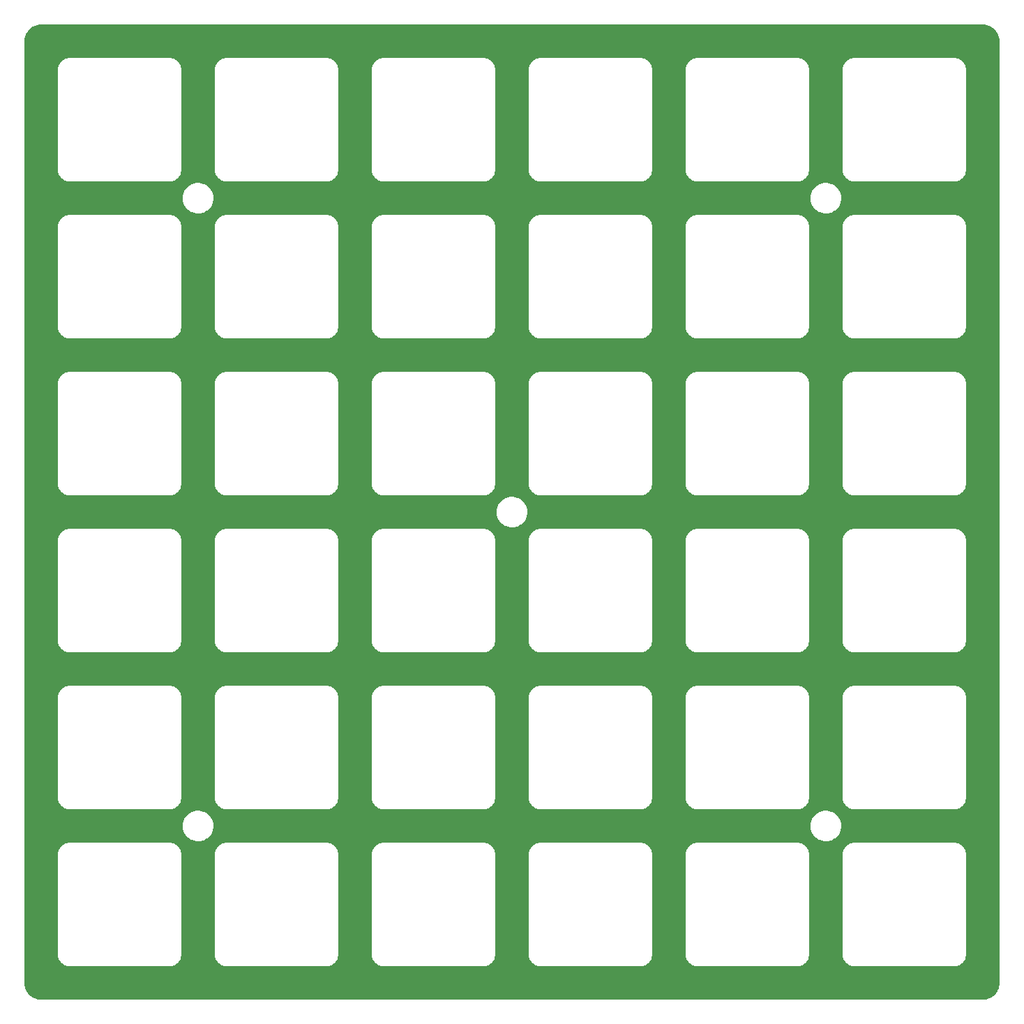
<source format=gtl>
%TF.GenerationSoftware,KiCad,Pcbnew,(6.0.5-0)*%
%TF.CreationDate,2022-06-17T01:52:44+08:00*%
%TF.ProjectId,Plate,506c6174-652e-46b6-9963-61645f706362,rev?*%
%TF.SameCoordinates,PX4bb2a98PY4bb2a98*%
%TF.FileFunction,Copper,L1,Top*%
%TF.FilePolarity,Positive*%
%FSLAX46Y46*%
G04 Gerber Fmt 4.6, Leading zero omitted, Abs format (unit mm)*
G04 Created by KiCad (PCBNEW (6.0.5-0)) date 2022-06-17 01:52:44*
%MOMM*%
%LPD*%
G01*
G04 APERTURE LIST*
G04 APERTURE END LIST*
%TA.AperFunction,NonConductor*%
G36*
X57120018Y59180000D02*
G01*
X57134851Y59177690D01*
X57134855Y59177690D01*
X57143724Y59176309D01*
X57152626Y59177473D01*
X57152629Y59177473D01*
X57160012Y59178439D01*
X57184591Y59179233D01*
X57211442Y59177473D01*
X57406922Y59164660D01*
X57423262Y59162509D01*
X57545477Y59138199D01*
X57667696Y59113888D01*
X57683606Y59109625D01*
X57919600Y59029516D01*
X57934826Y59023209D01*
X58158342Y58912984D01*
X58172616Y58904743D01*
X58379829Y58766287D01*
X58392905Y58756254D01*
X58580278Y58591932D01*
X58591932Y58580278D01*
X58756254Y58392905D01*
X58766287Y58379829D01*
X58904743Y58172616D01*
X58912984Y58158342D01*
X59023209Y57934826D01*
X59029515Y57919602D01*
X59109625Y57683606D01*
X59113889Y57667693D01*
X59162509Y57423262D01*
X59164660Y57406922D01*
X59178763Y57191764D01*
X59177733Y57168650D01*
X59177690Y57165146D01*
X59176309Y57156276D01*
X59177473Y57147374D01*
X59177473Y57147372D01*
X59180436Y57124717D01*
X59181500Y57108379D01*
X59181500Y-57100633D01*
X59180000Y-57120018D01*
X59177690Y-57134851D01*
X59177690Y-57134855D01*
X59176309Y-57143724D01*
X59177473Y-57152626D01*
X59177473Y-57152629D01*
X59178439Y-57160012D01*
X59179233Y-57184591D01*
X59164660Y-57406922D01*
X59162509Y-57423262D01*
X59113889Y-57667693D01*
X59109625Y-57683606D01*
X59075312Y-57784689D01*
X59029516Y-57919600D01*
X59023209Y-57934826D01*
X58912984Y-58158342D01*
X58904743Y-58172616D01*
X58766287Y-58379829D01*
X58756254Y-58392905D01*
X58591932Y-58580278D01*
X58580278Y-58591932D01*
X58392905Y-58756254D01*
X58379829Y-58766287D01*
X58172616Y-58904743D01*
X58158342Y-58912984D01*
X57934826Y-59023209D01*
X57919602Y-59029515D01*
X57683606Y-59109625D01*
X57667696Y-59113888D01*
X57545477Y-59138199D01*
X57423262Y-59162509D01*
X57406922Y-59164660D01*
X57258134Y-59174413D01*
X57191763Y-59178763D01*
X57168650Y-59177733D01*
X57165146Y-59177690D01*
X57156276Y-59176309D01*
X57147374Y-59177473D01*
X57147372Y-59177473D01*
X57133915Y-59179233D01*
X57124714Y-59180436D01*
X57108379Y-59181500D01*
X-57100633Y-59181500D01*
X-57120018Y-59180000D01*
X-57134851Y-59177690D01*
X-57134855Y-59177690D01*
X-57143724Y-59176309D01*
X-57152626Y-59177473D01*
X-57152629Y-59177473D01*
X-57160012Y-59178439D01*
X-57184591Y-59179233D01*
X-57229201Y-59176309D01*
X-57406922Y-59164660D01*
X-57423262Y-59162509D01*
X-57545477Y-59138199D01*
X-57667696Y-59113888D01*
X-57683606Y-59109625D01*
X-57919602Y-59029515D01*
X-57934826Y-59023209D01*
X-58158342Y-58912984D01*
X-58172616Y-58904743D01*
X-58379829Y-58766287D01*
X-58392905Y-58756254D01*
X-58580278Y-58591932D01*
X-58591932Y-58580278D01*
X-58756254Y-58392905D01*
X-58766287Y-58379829D01*
X-58904743Y-58172616D01*
X-58912984Y-58158342D01*
X-59023209Y-57934826D01*
X-59029516Y-57919600D01*
X-59075312Y-57784689D01*
X-59109625Y-57683606D01*
X-59113889Y-57667693D01*
X-59162509Y-57423262D01*
X-59164660Y-57406922D01*
X-59178524Y-57195407D01*
X-59177350Y-57172232D01*
X-59177666Y-57172204D01*
X-59177230Y-57167344D01*
X-59176424Y-57162552D01*
X-59176271Y-57150000D01*
X-59180227Y-57122376D01*
X-59181500Y-57104514D01*
X-59181500Y-53618724D01*
X-55138691Y-53618724D01*
X-55137208Y-53630062D01*
X-55136465Y-53637406D01*
X-55121959Y-53840230D01*
X-55076092Y-54051079D01*
X-55074520Y-54055294D01*
X-55074519Y-54055297D01*
X-55052657Y-54113910D01*
X-55000685Y-54253254D01*
X-54897272Y-54442640D01*
X-54767960Y-54615381D01*
X-54615381Y-54767960D01*
X-54442640Y-54897272D01*
X-54253254Y-55000685D01*
X-54152166Y-55038389D01*
X-54055297Y-55074519D01*
X-54055294Y-55074520D01*
X-54051079Y-55076092D01*
X-54046689Y-55077047D01*
X-54046682Y-55077049D01*
X-53891771Y-55110747D01*
X-53840230Y-55121959D01*
X-53665465Y-55134459D01*
X-53653554Y-55135884D01*
X-53642352Y-55137769D01*
X-53642345Y-55137770D01*
X-53637552Y-55138576D01*
X-53631276Y-55138653D01*
X-53629860Y-55138670D01*
X-53629857Y-55138670D01*
X-53625000Y-55138729D01*
X-53597376Y-55134773D01*
X-53579514Y-55133500D01*
X-41678250Y-55133500D01*
X-41657345Y-55135246D01*
X-41642344Y-55137770D01*
X-41642341Y-55137770D01*
X-41637552Y-55138576D01*
X-41631313Y-55138652D01*
X-41629860Y-55138670D01*
X-41629857Y-55138670D01*
X-41625000Y-55138729D01*
X-41610210Y-55136611D01*
X-41601357Y-55135662D01*
X-41414258Y-55122280D01*
X-41409770Y-55121959D01*
X-41358229Y-55110747D01*
X-41203318Y-55077049D01*
X-41203311Y-55077047D01*
X-41198921Y-55076092D01*
X-41194706Y-55074520D01*
X-41194703Y-55074519D01*
X-41097834Y-55038389D01*
X-40996746Y-55000685D01*
X-40807360Y-54897272D01*
X-40634619Y-54767960D01*
X-40482040Y-54615381D01*
X-40352728Y-54442640D01*
X-40249315Y-54253254D01*
X-40197343Y-54113910D01*
X-40175481Y-54055297D01*
X-40175480Y-54055294D01*
X-40173908Y-54051079D01*
X-40128041Y-53840230D01*
X-40115541Y-53665465D01*
X-40114116Y-53653554D01*
X-40112231Y-53642352D01*
X-40112230Y-53642345D01*
X-40111424Y-53637552D01*
X-40111348Y-53631276D01*
X-40111330Y-53629860D01*
X-40111330Y-53629857D01*
X-40111271Y-53625000D01*
X-40112170Y-53618724D01*
X-36088691Y-53618724D01*
X-36087208Y-53630062D01*
X-36086465Y-53637406D01*
X-36071959Y-53840230D01*
X-36026092Y-54051079D01*
X-36024520Y-54055294D01*
X-36024519Y-54055297D01*
X-36002657Y-54113910D01*
X-35950685Y-54253254D01*
X-35847272Y-54442640D01*
X-35717960Y-54615381D01*
X-35565381Y-54767960D01*
X-35392640Y-54897272D01*
X-35203254Y-55000685D01*
X-35102166Y-55038389D01*
X-35005297Y-55074519D01*
X-35005294Y-55074520D01*
X-35001079Y-55076092D01*
X-34996689Y-55077047D01*
X-34996682Y-55077049D01*
X-34841771Y-55110747D01*
X-34790230Y-55121959D01*
X-34615465Y-55134459D01*
X-34603554Y-55135884D01*
X-34592352Y-55137769D01*
X-34592345Y-55137770D01*
X-34587552Y-55138576D01*
X-34581276Y-55138653D01*
X-34579860Y-55138670D01*
X-34579857Y-55138670D01*
X-34575000Y-55138729D01*
X-34547376Y-55134773D01*
X-34529514Y-55133500D01*
X-22628250Y-55133500D01*
X-22607345Y-55135246D01*
X-22592344Y-55137770D01*
X-22592341Y-55137770D01*
X-22587552Y-55138576D01*
X-22581313Y-55138652D01*
X-22579860Y-55138670D01*
X-22579857Y-55138670D01*
X-22575000Y-55138729D01*
X-22560210Y-55136611D01*
X-22551357Y-55135662D01*
X-22364258Y-55122280D01*
X-22359770Y-55121959D01*
X-22308229Y-55110747D01*
X-22153318Y-55077049D01*
X-22153311Y-55077047D01*
X-22148921Y-55076092D01*
X-22144706Y-55074520D01*
X-22144703Y-55074519D01*
X-22047834Y-55038389D01*
X-21946746Y-55000685D01*
X-21757360Y-54897272D01*
X-21584619Y-54767960D01*
X-21432040Y-54615381D01*
X-21302728Y-54442640D01*
X-21199315Y-54253254D01*
X-21147343Y-54113910D01*
X-21125481Y-54055297D01*
X-21125480Y-54055294D01*
X-21123908Y-54051079D01*
X-21078041Y-53840230D01*
X-21065541Y-53665465D01*
X-21064116Y-53653554D01*
X-21062231Y-53642352D01*
X-21062230Y-53642345D01*
X-21061424Y-53637552D01*
X-21061348Y-53631276D01*
X-21061330Y-53629860D01*
X-21061330Y-53629857D01*
X-21061271Y-53625000D01*
X-21062170Y-53618724D01*
X-17038691Y-53618724D01*
X-17037208Y-53630062D01*
X-17036465Y-53637406D01*
X-17021959Y-53840230D01*
X-16976092Y-54051079D01*
X-16974520Y-54055294D01*
X-16974519Y-54055297D01*
X-16952657Y-54113910D01*
X-16900685Y-54253254D01*
X-16797272Y-54442640D01*
X-16667960Y-54615381D01*
X-16515381Y-54767960D01*
X-16342640Y-54897272D01*
X-16153254Y-55000685D01*
X-16052166Y-55038389D01*
X-15955297Y-55074519D01*
X-15955294Y-55074520D01*
X-15951079Y-55076092D01*
X-15946689Y-55077047D01*
X-15946682Y-55077049D01*
X-15791771Y-55110747D01*
X-15740230Y-55121959D01*
X-15565465Y-55134459D01*
X-15553554Y-55135884D01*
X-15542352Y-55137769D01*
X-15542345Y-55137770D01*
X-15537552Y-55138576D01*
X-15531276Y-55138653D01*
X-15529860Y-55138670D01*
X-15529857Y-55138670D01*
X-15525000Y-55138729D01*
X-15497376Y-55134773D01*
X-15479514Y-55133500D01*
X-3578250Y-55133500D01*
X-3557345Y-55135246D01*
X-3542344Y-55137770D01*
X-3542341Y-55137770D01*
X-3537552Y-55138576D01*
X-3531313Y-55138652D01*
X-3529860Y-55138670D01*
X-3529857Y-55138670D01*
X-3525000Y-55138729D01*
X-3510210Y-55136611D01*
X-3501357Y-55135662D01*
X-3314258Y-55122280D01*
X-3309770Y-55121959D01*
X-3258229Y-55110747D01*
X-3103318Y-55077049D01*
X-3103311Y-55077047D01*
X-3098921Y-55076092D01*
X-3094706Y-55074520D01*
X-3094703Y-55074519D01*
X-2997834Y-55038389D01*
X-2896746Y-55000685D01*
X-2707360Y-54897272D01*
X-2534619Y-54767960D01*
X-2382040Y-54615381D01*
X-2252728Y-54442640D01*
X-2149315Y-54253254D01*
X-2097343Y-54113910D01*
X-2075481Y-54055297D01*
X-2075480Y-54055294D01*
X-2073908Y-54051079D01*
X-2028041Y-53840230D01*
X-2015541Y-53665465D01*
X-2014116Y-53653554D01*
X-2012231Y-53642352D01*
X-2012230Y-53642345D01*
X-2011424Y-53637552D01*
X-2011347Y-53631276D01*
X-2011330Y-53629860D01*
X-2011330Y-53629857D01*
X-2011271Y-53625000D01*
X-2012170Y-53618724D01*
X2011309Y-53618724D01*
X2012792Y-53630062D01*
X2013535Y-53637406D01*
X2028041Y-53840230D01*
X2073908Y-54051079D01*
X2075480Y-54055294D01*
X2075481Y-54055297D01*
X2097343Y-54113910D01*
X2149315Y-54253254D01*
X2252728Y-54442640D01*
X2382040Y-54615381D01*
X2534619Y-54767960D01*
X2707360Y-54897272D01*
X2896746Y-55000685D01*
X2997834Y-55038389D01*
X3094703Y-55074519D01*
X3094706Y-55074520D01*
X3098921Y-55076092D01*
X3103311Y-55077047D01*
X3103318Y-55077049D01*
X3258229Y-55110747D01*
X3309770Y-55121959D01*
X3484535Y-55134459D01*
X3496446Y-55135884D01*
X3507648Y-55137769D01*
X3507655Y-55137770D01*
X3512448Y-55138576D01*
X3518724Y-55138653D01*
X3520140Y-55138670D01*
X3520143Y-55138670D01*
X3525000Y-55138729D01*
X3552624Y-55134773D01*
X3570486Y-55133500D01*
X15471750Y-55133500D01*
X15492655Y-55135246D01*
X15507656Y-55137770D01*
X15507659Y-55137770D01*
X15512448Y-55138576D01*
X15518687Y-55138652D01*
X15520140Y-55138670D01*
X15520143Y-55138670D01*
X15525000Y-55138729D01*
X15539790Y-55136611D01*
X15548643Y-55135662D01*
X15735742Y-55122280D01*
X15740230Y-55121959D01*
X15791771Y-55110747D01*
X15946682Y-55077049D01*
X15946689Y-55077047D01*
X15951079Y-55076092D01*
X15955294Y-55074520D01*
X15955297Y-55074519D01*
X16052166Y-55038389D01*
X16153254Y-55000685D01*
X16342640Y-54897272D01*
X16515381Y-54767960D01*
X16667960Y-54615381D01*
X16797272Y-54442640D01*
X16900685Y-54253254D01*
X16952657Y-54113910D01*
X16974519Y-54055297D01*
X16974520Y-54055294D01*
X16976092Y-54051079D01*
X17021959Y-53840230D01*
X17034459Y-53665465D01*
X17035884Y-53653554D01*
X17037769Y-53642352D01*
X17037770Y-53642345D01*
X17038576Y-53637552D01*
X17038653Y-53631276D01*
X17038670Y-53629860D01*
X17038670Y-53629857D01*
X17038729Y-53625000D01*
X17037830Y-53618724D01*
X21061309Y-53618724D01*
X21062792Y-53630062D01*
X21063535Y-53637406D01*
X21078041Y-53840230D01*
X21123908Y-54051079D01*
X21125480Y-54055294D01*
X21125481Y-54055297D01*
X21147343Y-54113910D01*
X21199315Y-54253254D01*
X21302728Y-54442640D01*
X21432040Y-54615381D01*
X21584619Y-54767960D01*
X21757360Y-54897272D01*
X21946746Y-55000685D01*
X22047834Y-55038389D01*
X22144703Y-55074519D01*
X22144706Y-55074520D01*
X22148921Y-55076092D01*
X22153311Y-55077047D01*
X22153318Y-55077049D01*
X22308229Y-55110747D01*
X22359770Y-55121959D01*
X22534535Y-55134459D01*
X22546446Y-55135884D01*
X22557648Y-55137769D01*
X22557655Y-55137770D01*
X22562448Y-55138576D01*
X22568724Y-55138653D01*
X22570140Y-55138670D01*
X22570143Y-55138670D01*
X22575000Y-55138729D01*
X22602624Y-55134773D01*
X22620486Y-55133500D01*
X34521750Y-55133500D01*
X34542655Y-55135246D01*
X34557656Y-55137770D01*
X34557659Y-55137770D01*
X34562448Y-55138576D01*
X34568687Y-55138652D01*
X34570140Y-55138670D01*
X34570143Y-55138670D01*
X34575000Y-55138729D01*
X34589790Y-55136611D01*
X34598643Y-55135662D01*
X34785742Y-55122280D01*
X34790230Y-55121959D01*
X34841771Y-55110747D01*
X34996682Y-55077049D01*
X34996689Y-55077047D01*
X35001079Y-55076092D01*
X35005294Y-55074520D01*
X35005297Y-55074519D01*
X35102166Y-55038389D01*
X35203254Y-55000685D01*
X35392640Y-54897272D01*
X35565381Y-54767960D01*
X35717960Y-54615381D01*
X35847272Y-54442640D01*
X35950685Y-54253254D01*
X36002657Y-54113910D01*
X36024519Y-54055297D01*
X36024520Y-54055294D01*
X36026092Y-54051079D01*
X36071959Y-53840230D01*
X36084459Y-53665465D01*
X36085884Y-53653554D01*
X36087769Y-53642352D01*
X36087770Y-53642345D01*
X36088576Y-53637552D01*
X36088653Y-53631276D01*
X36088670Y-53629860D01*
X36088670Y-53629857D01*
X36088729Y-53625000D01*
X36087830Y-53618724D01*
X40111309Y-53618724D01*
X40112792Y-53630062D01*
X40113535Y-53637406D01*
X40128041Y-53840230D01*
X40173908Y-54051079D01*
X40175480Y-54055294D01*
X40175481Y-54055297D01*
X40197343Y-54113910D01*
X40249315Y-54253254D01*
X40352728Y-54442640D01*
X40482040Y-54615381D01*
X40634619Y-54767960D01*
X40807360Y-54897272D01*
X40996746Y-55000685D01*
X41097834Y-55038389D01*
X41194703Y-55074519D01*
X41194706Y-55074520D01*
X41198921Y-55076092D01*
X41203311Y-55077047D01*
X41203318Y-55077049D01*
X41358229Y-55110747D01*
X41409770Y-55121959D01*
X41584535Y-55134459D01*
X41596446Y-55135884D01*
X41607648Y-55137769D01*
X41607655Y-55137770D01*
X41612448Y-55138576D01*
X41618724Y-55138653D01*
X41620140Y-55138670D01*
X41620143Y-55138670D01*
X41625000Y-55138729D01*
X41652624Y-55134773D01*
X41670486Y-55133500D01*
X53571750Y-55133500D01*
X53592655Y-55135246D01*
X53607656Y-55137770D01*
X53607659Y-55137770D01*
X53612448Y-55138576D01*
X53618687Y-55138652D01*
X53620140Y-55138670D01*
X53620143Y-55138670D01*
X53625000Y-55138729D01*
X53639790Y-55136611D01*
X53648643Y-55135662D01*
X53835742Y-55122280D01*
X53840230Y-55121959D01*
X53891771Y-55110747D01*
X54046682Y-55077049D01*
X54046689Y-55077047D01*
X54051079Y-55076092D01*
X54055294Y-55074520D01*
X54055297Y-55074519D01*
X54152166Y-55038389D01*
X54253254Y-55000685D01*
X54442640Y-54897272D01*
X54615381Y-54767960D01*
X54767960Y-54615381D01*
X54897272Y-54442640D01*
X55000685Y-54253254D01*
X55052657Y-54113910D01*
X55074519Y-54055297D01*
X55074520Y-54055294D01*
X55076092Y-54051079D01*
X55121959Y-53840230D01*
X55134459Y-53665465D01*
X55135884Y-53653554D01*
X55137769Y-53642352D01*
X55137770Y-53642345D01*
X55138576Y-53637552D01*
X55138653Y-53631276D01*
X55138670Y-53629860D01*
X55138670Y-53629857D01*
X55138729Y-53625000D01*
X55134773Y-53597376D01*
X55133500Y-53579514D01*
X55133500Y-41678250D01*
X55135246Y-41657345D01*
X55137770Y-41642344D01*
X55137770Y-41642341D01*
X55138576Y-41637552D01*
X55138729Y-41625000D01*
X55136611Y-41610210D01*
X55135662Y-41601357D01*
X55122280Y-41414258D01*
X55121959Y-41409770D01*
X55076092Y-41198921D01*
X55053628Y-41138691D01*
X55002258Y-41000964D01*
X55000685Y-40996746D01*
X54897272Y-40807360D01*
X54767960Y-40634619D01*
X54615381Y-40482040D01*
X54442640Y-40352728D01*
X54253254Y-40249315D01*
X54152167Y-40211612D01*
X54055297Y-40175481D01*
X54055294Y-40175480D01*
X54051079Y-40173908D01*
X54046689Y-40172953D01*
X54046682Y-40172951D01*
X53891771Y-40139253D01*
X53840230Y-40128041D01*
X53665465Y-40115541D01*
X53653554Y-40114116D01*
X53642352Y-40112231D01*
X53642345Y-40112230D01*
X53637552Y-40111424D01*
X53631276Y-40111347D01*
X53629860Y-40111330D01*
X53629857Y-40111330D01*
X53625000Y-40111271D01*
X53605134Y-40114116D01*
X53597376Y-40115227D01*
X53579514Y-40116500D01*
X41678250Y-40116500D01*
X41657345Y-40114754D01*
X41642344Y-40112230D01*
X41642341Y-40112230D01*
X41637552Y-40111424D01*
X41631313Y-40111348D01*
X41629860Y-40111330D01*
X41629857Y-40111330D01*
X41625000Y-40111271D01*
X41610210Y-40113389D01*
X41601357Y-40114338D01*
X41414258Y-40127720D01*
X41409770Y-40128041D01*
X41358229Y-40139253D01*
X41203318Y-40172951D01*
X41203311Y-40172953D01*
X41198921Y-40173908D01*
X41194706Y-40175480D01*
X41194703Y-40175481D01*
X41097833Y-40211612D01*
X40996746Y-40249315D01*
X40807360Y-40352728D01*
X40634619Y-40482040D01*
X40482040Y-40634619D01*
X40352728Y-40807360D01*
X40249315Y-40996746D01*
X40247742Y-41000964D01*
X40196373Y-41138691D01*
X40173908Y-41198921D01*
X40128041Y-41409770D01*
X40120470Y-41515631D01*
X40114988Y-41592275D01*
X40113808Y-41602675D01*
X40112690Y-41609851D01*
X40112690Y-41609855D01*
X40111309Y-41618724D01*
X40112473Y-41627626D01*
X40112473Y-41627628D01*
X40115436Y-41650283D01*
X40116500Y-41666621D01*
X40116500Y-53575633D01*
X40115000Y-53595018D01*
X40112690Y-53609851D01*
X40112690Y-53609855D01*
X40111309Y-53618724D01*
X36087830Y-53618724D01*
X36084773Y-53597376D01*
X36083500Y-53579514D01*
X36083500Y-41678250D01*
X36085246Y-41657345D01*
X36087770Y-41642344D01*
X36087770Y-41642341D01*
X36088576Y-41637552D01*
X36088729Y-41625000D01*
X36086611Y-41610210D01*
X36085662Y-41601357D01*
X36072280Y-41414258D01*
X36071959Y-41409770D01*
X36026092Y-41198921D01*
X36003628Y-41138691D01*
X35952258Y-41000964D01*
X35950685Y-40996746D01*
X35847272Y-40807360D01*
X35717960Y-40634619D01*
X35565381Y-40482040D01*
X35392640Y-40352728D01*
X35203254Y-40249315D01*
X35102167Y-40211612D01*
X35005297Y-40175481D01*
X35005294Y-40175480D01*
X35001079Y-40173908D01*
X34996689Y-40172953D01*
X34996682Y-40172951D01*
X34841771Y-40139253D01*
X34790230Y-40128041D01*
X34615465Y-40115541D01*
X34603554Y-40114116D01*
X34592352Y-40112231D01*
X34592345Y-40112230D01*
X34587552Y-40111424D01*
X34581276Y-40111347D01*
X34579860Y-40111330D01*
X34579857Y-40111330D01*
X34575000Y-40111271D01*
X34555134Y-40114116D01*
X34547376Y-40115227D01*
X34529514Y-40116500D01*
X22628250Y-40116500D01*
X22607345Y-40114754D01*
X22592344Y-40112230D01*
X22592341Y-40112230D01*
X22587552Y-40111424D01*
X22581313Y-40111348D01*
X22579860Y-40111330D01*
X22579857Y-40111330D01*
X22575000Y-40111271D01*
X22560210Y-40113389D01*
X22551357Y-40114338D01*
X22364258Y-40127720D01*
X22359770Y-40128041D01*
X22308229Y-40139253D01*
X22153318Y-40172951D01*
X22153311Y-40172953D01*
X22148921Y-40173908D01*
X22144706Y-40175480D01*
X22144703Y-40175481D01*
X22047833Y-40211612D01*
X21946746Y-40249315D01*
X21757360Y-40352728D01*
X21584619Y-40482040D01*
X21432040Y-40634619D01*
X21302728Y-40807360D01*
X21199315Y-40996746D01*
X21197742Y-41000964D01*
X21146373Y-41138691D01*
X21123908Y-41198921D01*
X21078041Y-41409770D01*
X21070470Y-41515631D01*
X21064988Y-41592275D01*
X21063808Y-41602675D01*
X21062690Y-41609851D01*
X21062690Y-41609855D01*
X21061309Y-41618724D01*
X21062473Y-41627626D01*
X21062473Y-41627628D01*
X21065436Y-41650283D01*
X21066500Y-41666621D01*
X21066500Y-53575633D01*
X21065000Y-53595018D01*
X21062690Y-53609851D01*
X21062690Y-53609855D01*
X21061309Y-53618724D01*
X17037830Y-53618724D01*
X17034773Y-53597376D01*
X17033500Y-53579514D01*
X17033500Y-41678250D01*
X17035246Y-41657345D01*
X17037770Y-41642344D01*
X17037770Y-41642341D01*
X17038576Y-41637552D01*
X17038729Y-41625000D01*
X17036611Y-41610210D01*
X17035662Y-41601357D01*
X17022280Y-41414258D01*
X17021959Y-41409770D01*
X16976092Y-41198921D01*
X16953628Y-41138691D01*
X16902258Y-41000964D01*
X16900685Y-40996746D01*
X16797272Y-40807360D01*
X16667960Y-40634619D01*
X16515381Y-40482040D01*
X16342640Y-40352728D01*
X16153254Y-40249315D01*
X16052167Y-40211612D01*
X15955297Y-40175481D01*
X15955294Y-40175480D01*
X15951079Y-40173908D01*
X15946689Y-40172953D01*
X15946682Y-40172951D01*
X15791771Y-40139253D01*
X15740230Y-40128041D01*
X15565465Y-40115541D01*
X15553554Y-40114116D01*
X15542352Y-40112231D01*
X15542345Y-40112230D01*
X15537552Y-40111424D01*
X15531276Y-40111347D01*
X15529860Y-40111330D01*
X15529857Y-40111330D01*
X15525000Y-40111271D01*
X15505134Y-40114116D01*
X15497376Y-40115227D01*
X15479514Y-40116500D01*
X3578250Y-40116500D01*
X3557345Y-40114754D01*
X3542344Y-40112230D01*
X3542341Y-40112230D01*
X3537552Y-40111424D01*
X3531313Y-40111348D01*
X3529860Y-40111330D01*
X3529857Y-40111330D01*
X3525000Y-40111271D01*
X3510210Y-40113389D01*
X3501357Y-40114338D01*
X3314258Y-40127720D01*
X3309770Y-40128041D01*
X3258229Y-40139253D01*
X3103318Y-40172951D01*
X3103311Y-40172953D01*
X3098921Y-40173908D01*
X3094706Y-40175480D01*
X3094703Y-40175481D01*
X2997833Y-40211612D01*
X2896746Y-40249315D01*
X2707360Y-40352728D01*
X2534619Y-40482040D01*
X2382040Y-40634619D01*
X2252728Y-40807360D01*
X2149315Y-40996746D01*
X2147742Y-41000964D01*
X2096373Y-41138691D01*
X2073908Y-41198921D01*
X2028041Y-41409770D01*
X2020470Y-41515631D01*
X2014988Y-41592275D01*
X2013808Y-41602675D01*
X2012690Y-41609851D01*
X2012690Y-41609855D01*
X2011309Y-41618724D01*
X2012473Y-41627626D01*
X2012473Y-41627628D01*
X2015436Y-41650283D01*
X2016500Y-41666621D01*
X2016500Y-53575633D01*
X2015000Y-53595018D01*
X2012690Y-53609851D01*
X2012690Y-53609855D01*
X2011309Y-53618724D01*
X-2012170Y-53618724D01*
X-2015227Y-53597376D01*
X-2016500Y-53579514D01*
X-2016500Y-41678250D01*
X-2014754Y-41657345D01*
X-2012230Y-41642344D01*
X-2012230Y-41642341D01*
X-2011424Y-41637552D01*
X-2011271Y-41625000D01*
X-2013389Y-41610210D01*
X-2014338Y-41601357D01*
X-2027720Y-41414258D01*
X-2028041Y-41409770D01*
X-2073908Y-41198921D01*
X-2096372Y-41138691D01*
X-2147742Y-41000964D01*
X-2149315Y-40996746D01*
X-2252728Y-40807360D01*
X-2382040Y-40634619D01*
X-2534619Y-40482040D01*
X-2707360Y-40352728D01*
X-2896746Y-40249315D01*
X-2997833Y-40211612D01*
X-3094703Y-40175481D01*
X-3094706Y-40175480D01*
X-3098921Y-40173908D01*
X-3103311Y-40172953D01*
X-3103318Y-40172951D01*
X-3258229Y-40139253D01*
X-3309770Y-40128041D01*
X-3484535Y-40115541D01*
X-3496446Y-40114116D01*
X-3507648Y-40112231D01*
X-3507655Y-40112230D01*
X-3512448Y-40111424D01*
X-3518724Y-40111347D01*
X-3520140Y-40111330D01*
X-3520143Y-40111330D01*
X-3525000Y-40111271D01*
X-3544866Y-40114116D01*
X-3552624Y-40115227D01*
X-3570486Y-40116500D01*
X-15471750Y-40116500D01*
X-15492655Y-40114754D01*
X-15507656Y-40112230D01*
X-15507659Y-40112230D01*
X-15512448Y-40111424D01*
X-15518687Y-40111348D01*
X-15520140Y-40111330D01*
X-15520143Y-40111330D01*
X-15525000Y-40111271D01*
X-15539790Y-40113389D01*
X-15548643Y-40114338D01*
X-15735742Y-40127720D01*
X-15740230Y-40128041D01*
X-15791771Y-40139253D01*
X-15946682Y-40172951D01*
X-15946689Y-40172953D01*
X-15951079Y-40173908D01*
X-15955294Y-40175480D01*
X-15955297Y-40175481D01*
X-16052167Y-40211612D01*
X-16153254Y-40249315D01*
X-16342640Y-40352728D01*
X-16515381Y-40482040D01*
X-16667960Y-40634619D01*
X-16797272Y-40807360D01*
X-16900685Y-40996746D01*
X-16902258Y-41000964D01*
X-16953627Y-41138691D01*
X-16976092Y-41198921D01*
X-17021959Y-41409770D01*
X-17029530Y-41515631D01*
X-17035012Y-41592275D01*
X-17036192Y-41602675D01*
X-17037310Y-41609851D01*
X-17037310Y-41609855D01*
X-17038691Y-41618724D01*
X-17037527Y-41627626D01*
X-17037527Y-41627628D01*
X-17034564Y-41650283D01*
X-17033500Y-41666621D01*
X-17033500Y-53575633D01*
X-17035000Y-53595018D01*
X-17037310Y-53609851D01*
X-17037310Y-53609855D01*
X-17038691Y-53618724D01*
X-21062170Y-53618724D01*
X-21065227Y-53597376D01*
X-21066500Y-53579514D01*
X-21066500Y-41678250D01*
X-21064754Y-41657345D01*
X-21062230Y-41642344D01*
X-21062230Y-41642341D01*
X-21061424Y-41637552D01*
X-21061271Y-41625000D01*
X-21063389Y-41610210D01*
X-21064338Y-41601357D01*
X-21077720Y-41414258D01*
X-21078041Y-41409770D01*
X-21123908Y-41198921D01*
X-21146372Y-41138691D01*
X-21197742Y-41000964D01*
X-21199315Y-40996746D01*
X-21302728Y-40807360D01*
X-21432040Y-40634619D01*
X-21584619Y-40482040D01*
X-21757360Y-40352728D01*
X-21946746Y-40249315D01*
X-22047833Y-40211612D01*
X-22144703Y-40175481D01*
X-22144706Y-40175480D01*
X-22148921Y-40173908D01*
X-22153311Y-40172953D01*
X-22153318Y-40172951D01*
X-22308229Y-40139253D01*
X-22359770Y-40128041D01*
X-22534535Y-40115541D01*
X-22546446Y-40114116D01*
X-22557648Y-40112231D01*
X-22557655Y-40112230D01*
X-22562448Y-40111424D01*
X-22568724Y-40111347D01*
X-22570140Y-40111330D01*
X-22570143Y-40111330D01*
X-22575000Y-40111271D01*
X-22594866Y-40114116D01*
X-22602624Y-40115227D01*
X-22620486Y-40116500D01*
X-34521750Y-40116500D01*
X-34542655Y-40114754D01*
X-34557656Y-40112230D01*
X-34557659Y-40112230D01*
X-34562448Y-40111424D01*
X-34568687Y-40111348D01*
X-34570140Y-40111330D01*
X-34570143Y-40111330D01*
X-34575000Y-40111271D01*
X-34589790Y-40113389D01*
X-34598643Y-40114338D01*
X-34785742Y-40127720D01*
X-34790230Y-40128041D01*
X-34841771Y-40139253D01*
X-34996682Y-40172951D01*
X-34996689Y-40172953D01*
X-35001079Y-40173908D01*
X-35005294Y-40175480D01*
X-35005297Y-40175481D01*
X-35102167Y-40211612D01*
X-35203254Y-40249315D01*
X-35392640Y-40352728D01*
X-35565381Y-40482040D01*
X-35717960Y-40634619D01*
X-35847272Y-40807360D01*
X-35950685Y-40996746D01*
X-35952258Y-41000964D01*
X-36003627Y-41138691D01*
X-36026092Y-41198921D01*
X-36071959Y-41409770D01*
X-36079530Y-41515631D01*
X-36085012Y-41592275D01*
X-36086192Y-41602675D01*
X-36087310Y-41609851D01*
X-36087310Y-41609855D01*
X-36088691Y-41618724D01*
X-36087527Y-41627626D01*
X-36087527Y-41627628D01*
X-36084564Y-41650283D01*
X-36083500Y-41666621D01*
X-36083500Y-53575633D01*
X-36085000Y-53595018D01*
X-36087310Y-53609851D01*
X-36087310Y-53609855D01*
X-36088691Y-53618724D01*
X-40112170Y-53618724D01*
X-40115227Y-53597376D01*
X-40116500Y-53579514D01*
X-40116500Y-41678250D01*
X-40114754Y-41657345D01*
X-40112230Y-41642344D01*
X-40112230Y-41642341D01*
X-40111424Y-41637552D01*
X-40111271Y-41625000D01*
X-40113389Y-41610210D01*
X-40114338Y-41601357D01*
X-40127720Y-41414258D01*
X-40128041Y-41409770D01*
X-40173908Y-41198921D01*
X-40196372Y-41138691D01*
X-40247742Y-41000964D01*
X-40249315Y-40996746D01*
X-40352728Y-40807360D01*
X-40482040Y-40634619D01*
X-40634619Y-40482040D01*
X-40807360Y-40352728D01*
X-40996746Y-40249315D01*
X-41097833Y-40211612D01*
X-41194703Y-40175481D01*
X-41194706Y-40175480D01*
X-41198921Y-40173908D01*
X-41203311Y-40172953D01*
X-41203318Y-40172951D01*
X-41358229Y-40139253D01*
X-41409770Y-40128041D01*
X-41584535Y-40115541D01*
X-41596446Y-40114116D01*
X-41607648Y-40112231D01*
X-41607655Y-40112230D01*
X-41612448Y-40111424D01*
X-41618724Y-40111347D01*
X-41620140Y-40111330D01*
X-41620143Y-40111330D01*
X-41625000Y-40111271D01*
X-41644866Y-40114116D01*
X-41652624Y-40115227D01*
X-41670486Y-40116500D01*
X-53571750Y-40116500D01*
X-53592655Y-40114754D01*
X-53607656Y-40112230D01*
X-53607659Y-40112230D01*
X-53612448Y-40111424D01*
X-53618687Y-40111348D01*
X-53620140Y-40111330D01*
X-53620143Y-40111330D01*
X-53625000Y-40111271D01*
X-53639790Y-40113389D01*
X-53648643Y-40114338D01*
X-53835742Y-40127720D01*
X-53840230Y-40128041D01*
X-53891771Y-40139253D01*
X-54046682Y-40172951D01*
X-54046689Y-40172953D01*
X-54051079Y-40173908D01*
X-54055294Y-40175480D01*
X-54055297Y-40175481D01*
X-54152167Y-40211612D01*
X-54253254Y-40249315D01*
X-54442640Y-40352728D01*
X-54615381Y-40482040D01*
X-54767960Y-40634619D01*
X-54897272Y-40807360D01*
X-55000685Y-40996746D01*
X-55002258Y-41000964D01*
X-55053627Y-41138691D01*
X-55076092Y-41198921D01*
X-55121959Y-41409770D01*
X-55129530Y-41515631D01*
X-55135012Y-41592275D01*
X-55136192Y-41602675D01*
X-55137310Y-41609851D01*
X-55137310Y-41609855D01*
X-55138691Y-41618724D01*
X-55137527Y-41627626D01*
X-55137527Y-41627628D01*
X-55134564Y-41650283D01*
X-55133500Y-41666621D01*
X-55133500Y-53575633D01*
X-55135000Y-53595018D01*
X-55137310Y-53609851D01*
X-55137310Y-53609855D01*
X-55138691Y-53618724D01*
X-59181500Y-53618724D01*
X-59181500Y-38142277D01*
X-39962991Y-38142277D01*
X-39937375Y-38410769D01*
X-39936290Y-38415203D01*
X-39936289Y-38415209D01*
X-39874355Y-38668312D01*
X-39873269Y-38672750D01*
X-39772015Y-38922733D01*
X-39635735Y-39155482D01*
X-39632882Y-39159049D01*
X-39515314Y-39306060D01*
X-39467284Y-39366119D01*
X-39270191Y-39550234D01*
X-39048584Y-39703968D01*
X-39044501Y-39705999D01*
X-39044498Y-39706001D01*
X-38928987Y-39763466D01*
X-38807106Y-39824101D01*
X-38802772Y-39825522D01*
X-38802769Y-39825523D01*
X-38555147Y-39906698D01*
X-38555141Y-39906699D01*
X-38550814Y-39908118D01*
X-38546323Y-39908898D01*
X-38546322Y-39908898D01*
X-38288860Y-39953601D01*
X-38288852Y-39953602D01*
X-38285079Y-39954257D01*
X-38281242Y-39954448D01*
X-38201422Y-39958422D01*
X-38201414Y-39958422D01*
X-38199851Y-39958500D01*
X-38031488Y-39958500D01*
X-38029220Y-39958335D01*
X-38029208Y-39958335D01*
X-37898116Y-39948823D01*
X-37830996Y-39943953D01*
X-37826541Y-39942969D01*
X-37826538Y-39942969D01*
X-37572088Y-39886791D01*
X-37572084Y-39886790D01*
X-37567628Y-39885806D01*
X-37441520Y-39838028D01*
X-37319682Y-39791868D01*
X-37319679Y-39791867D01*
X-37315412Y-39790250D01*
X-37079632Y-39659286D01*
X-36865227Y-39495657D01*
X-36676688Y-39302792D01*
X-36517966Y-39084730D01*
X-36434810Y-38926676D01*
X-36394510Y-38850079D01*
X-36394507Y-38850073D01*
X-36392385Y-38846039D01*
X-36329622Y-38668312D01*
X-36304098Y-38596033D01*
X-36304098Y-38596032D01*
X-36302575Y-38591720D01*
X-36250419Y-38327100D01*
X-36241218Y-38142277D01*
X36237009Y-38142277D01*
X36262625Y-38410769D01*
X36263710Y-38415203D01*
X36263711Y-38415209D01*
X36325645Y-38668312D01*
X36326731Y-38672750D01*
X36427985Y-38922733D01*
X36564265Y-39155482D01*
X36567118Y-39159049D01*
X36684686Y-39306060D01*
X36732716Y-39366119D01*
X36929809Y-39550234D01*
X37151416Y-39703968D01*
X37155499Y-39705999D01*
X37155502Y-39706001D01*
X37271013Y-39763466D01*
X37392894Y-39824101D01*
X37397228Y-39825522D01*
X37397231Y-39825523D01*
X37644853Y-39906698D01*
X37644859Y-39906699D01*
X37649186Y-39908118D01*
X37653677Y-39908898D01*
X37653678Y-39908898D01*
X37911140Y-39953601D01*
X37911148Y-39953602D01*
X37914921Y-39954257D01*
X37918758Y-39954448D01*
X37998578Y-39958422D01*
X37998586Y-39958422D01*
X38000149Y-39958500D01*
X38168512Y-39958500D01*
X38170780Y-39958335D01*
X38170792Y-39958335D01*
X38301884Y-39948823D01*
X38369004Y-39943953D01*
X38373459Y-39942969D01*
X38373462Y-39942969D01*
X38627912Y-39886791D01*
X38627916Y-39886790D01*
X38632372Y-39885806D01*
X38758480Y-39838028D01*
X38880318Y-39791868D01*
X38880321Y-39791867D01*
X38884588Y-39790250D01*
X39120368Y-39659286D01*
X39334773Y-39495657D01*
X39523312Y-39302792D01*
X39682034Y-39084730D01*
X39765190Y-38926676D01*
X39805490Y-38850079D01*
X39805493Y-38850073D01*
X39807615Y-38846039D01*
X39870378Y-38668312D01*
X39895902Y-38596033D01*
X39895902Y-38596032D01*
X39897425Y-38591720D01*
X39949581Y-38327100D01*
X39958782Y-38142277D01*
X39962764Y-38062292D01*
X39962764Y-38062286D01*
X39962991Y-38057723D01*
X39937375Y-37789231D01*
X39892042Y-37603967D01*
X39874355Y-37531688D01*
X39873269Y-37527250D01*
X39772015Y-37277267D01*
X39635735Y-37044518D01*
X39517928Y-36897208D01*
X39470136Y-36837447D01*
X39470135Y-36837445D01*
X39467284Y-36833881D01*
X39270191Y-36649766D01*
X39048584Y-36496032D01*
X39044501Y-36494001D01*
X39044498Y-36493999D01*
X38879606Y-36411967D01*
X38807106Y-36375899D01*
X38802772Y-36374478D01*
X38802769Y-36374477D01*
X38555147Y-36293302D01*
X38555141Y-36293301D01*
X38550814Y-36291882D01*
X38546322Y-36291102D01*
X38288860Y-36246399D01*
X38288852Y-36246398D01*
X38285079Y-36245743D01*
X38273817Y-36245182D01*
X38201422Y-36241578D01*
X38201414Y-36241578D01*
X38199851Y-36241500D01*
X38031488Y-36241500D01*
X38029220Y-36241665D01*
X38029208Y-36241665D01*
X37898116Y-36251177D01*
X37830996Y-36256047D01*
X37826541Y-36257031D01*
X37826538Y-36257031D01*
X37572088Y-36313209D01*
X37572084Y-36313210D01*
X37567628Y-36314194D01*
X37441520Y-36361972D01*
X37319682Y-36408132D01*
X37319679Y-36408133D01*
X37315412Y-36409750D01*
X37079632Y-36540714D01*
X36865227Y-36704343D01*
X36676688Y-36897208D01*
X36517966Y-37115270D01*
X36515844Y-37119304D01*
X36394510Y-37349921D01*
X36394507Y-37349927D01*
X36392385Y-37353961D01*
X36390865Y-37358266D01*
X36390863Y-37358270D01*
X36304098Y-37603967D01*
X36302575Y-37608280D01*
X36250419Y-37872900D01*
X36250192Y-37877453D01*
X36250192Y-37877456D01*
X36240991Y-38062292D01*
X36237009Y-38142277D01*
X-36241218Y-38142277D01*
X-36237236Y-38062292D01*
X-36237236Y-38062286D01*
X-36237009Y-38057723D01*
X-36262625Y-37789231D01*
X-36307958Y-37603967D01*
X-36325645Y-37531688D01*
X-36326731Y-37527250D01*
X-36427985Y-37277267D01*
X-36564265Y-37044518D01*
X-36682072Y-36897208D01*
X-36729864Y-36837447D01*
X-36729865Y-36837445D01*
X-36732716Y-36833881D01*
X-36929809Y-36649766D01*
X-37151416Y-36496032D01*
X-37155499Y-36494001D01*
X-37155502Y-36493999D01*
X-37320394Y-36411967D01*
X-37392894Y-36375899D01*
X-37397228Y-36374478D01*
X-37397231Y-36374477D01*
X-37644853Y-36293302D01*
X-37644859Y-36293301D01*
X-37649186Y-36291882D01*
X-37653678Y-36291102D01*
X-37911140Y-36246399D01*
X-37911148Y-36246398D01*
X-37914921Y-36245743D01*
X-37926183Y-36245182D01*
X-37998578Y-36241578D01*
X-37998586Y-36241578D01*
X-38000149Y-36241500D01*
X-38168512Y-36241500D01*
X-38170780Y-36241665D01*
X-38170792Y-36241665D01*
X-38301884Y-36251177D01*
X-38369004Y-36256047D01*
X-38373459Y-36257031D01*
X-38373462Y-36257031D01*
X-38627912Y-36313209D01*
X-38627916Y-36313210D01*
X-38632372Y-36314194D01*
X-38758480Y-36361972D01*
X-38880318Y-36408132D01*
X-38880321Y-36408133D01*
X-38884588Y-36409750D01*
X-39120368Y-36540714D01*
X-39334773Y-36704343D01*
X-39523312Y-36897208D01*
X-39682034Y-37115270D01*
X-39684156Y-37119304D01*
X-39805490Y-37349921D01*
X-39805493Y-37349927D01*
X-39807615Y-37353961D01*
X-39809135Y-37358266D01*
X-39809137Y-37358270D01*
X-39895902Y-37603967D01*
X-39897425Y-37608280D01*
X-39949581Y-37872900D01*
X-39949808Y-37877453D01*
X-39949808Y-37877456D01*
X-39959009Y-38062292D01*
X-39962991Y-38142277D01*
X-59181500Y-38142277D01*
X-59181500Y-34568724D01*
X-55138691Y-34568724D01*
X-55137208Y-34580062D01*
X-55136465Y-34587406D01*
X-55121959Y-34790230D01*
X-55076092Y-35001079D01*
X-55074520Y-35005294D01*
X-55074519Y-35005297D01*
X-55052657Y-35063910D01*
X-55000685Y-35203254D01*
X-54897272Y-35392640D01*
X-54767960Y-35565381D01*
X-54615381Y-35717960D01*
X-54442640Y-35847272D01*
X-54253254Y-35950685D01*
X-54152167Y-35988388D01*
X-54055297Y-36024519D01*
X-54055294Y-36024520D01*
X-54051079Y-36026092D01*
X-54046689Y-36027047D01*
X-54046682Y-36027049D01*
X-53891771Y-36060747D01*
X-53840230Y-36071959D01*
X-53665465Y-36084459D01*
X-53653554Y-36085884D01*
X-53642352Y-36087769D01*
X-53642345Y-36087770D01*
X-53637552Y-36088576D01*
X-53631276Y-36088652D01*
X-53629860Y-36088670D01*
X-53629857Y-36088670D01*
X-53625000Y-36088729D01*
X-53597376Y-36084773D01*
X-53579514Y-36083500D01*
X-41678250Y-36083500D01*
X-41657345Y-36085246D01*
X-41642344Y-36087770D01*
X-41642341Y-36087770D01*
X-41637552Y-36088576D01*
X-41631313Y-36088652D01*
X-41629860Y-36088670D01*
X-41629857Y-36088670D01*
X-41625000Y-36088729D01*
X-41610210Y-36086611D01*
X-41601357Y-36085662D01*
X-41414258Y-36072280D01*
X-41409770Y-36071959D01*
X-41358229Y-36060747D01*
X-41203318Y-36027049D01*
X-41203311Y-36027047D01*
X-41198921Y-36026092D01*
X-41194706Y-36024520D01*
X-41194703Y-36024519D01*
X-41097833Y-35988388D01*
X-40996746Y-35950685D01*
X-40807360Y-35847272D01*
X-40634619Y-35717960D01*
X-40482040Y-35565381D01*
X-40352728Y-35392640D01*
X-40249315Y-35203254D01*
X-40197343Y-35063910D01*
X-40175481Y-35005297D01*
X-40175480Y-35005294D01*
X-40173908Y-35001079D01*
X-40128041Y-34790230D01*
X-40115541Y-34615465D01*
X-40114116Y-34603554D01*
X-40112231Y-34592352D01*
X-40112230Y-34592345D01*
X-40111424Y-34587552D01*
X-40111347Y-34581276D01*
X-40111330Y-34579860D01*
X-40111330Y-34579857D01*
X-40111271Y-34575000D01*
X-40112170Y-34568724D01*
X-36088691Y-34568724D01*
X-36087208Y-34580062D01*
X-36086465Y-34587406D01*
X-36071959Y-34790230D01*
X-36026092Y-35001079D01*
X-36024520Y-35005294D01*
X-36024519Y-35005297D01*
X-36002657Y-35063910D01*
X-35950685Y-35203254D01*
X-35847272Y-35392640D01*
X-35717960Y-35565381D01*
X-35565381Y-35717960D01*
X-35392640Y-35847272D01*
X-35203254Y-35950685D01*
X-35102167Y-35988388D01*
X-35005297Y-36024519D01*
X-35005294Y-36024520D01*
X-35001079Y-36026092D01*
X-34996689Y-36027047D01*
X-34996682Y-36027049D01*
X-34841771Y-36060747D01*
X-34790230Y-36071959D01*
X-34615465Y-36084459D01*
X-34603554Y-36085884D01*
X-34592352Y-36087769D01*
X-34592345Y-36087770D01*
X-34587552Y-36088576D01*
X-34581276Y-36088652D01*
X-34579860Y-36088670D01*
X-34579857Y-36088670D01*
X-34575000Y-36088729D01*
X-34547376Y-36084773D01*
X-34529514Y-36083500D01*
X-22628250Y-36083500D01*
X-22607345Y-36085246D01*
X-22592344Y-36087770D01*
X-22592341Y-36087770D01*
X-22587552Y-36088576D01*
X-22581313Y-36088652D01*
X-22579860Y-36088670D01*
X-22579857Y-36088670D01*
X-22575000Y-36088729D01*
X-22560210Y-36086611D01*
X-22551357Y-36085662D01*
X-22364258Y-36072280D01*
X-22359770Y-36071959D01*
X-22308229Y-36060747D01*
X-22153318Y-36027049D01*
X-22153311Y-36027047D01*
X-22148921Y-36026092D01*
X-22144706Y-36024520D01*
X-22144703Y-36024519D01*
X-22047833Y-35988388D01*
X-21946746Y-35950685D01*
X-21757360Y-35847272D01*
X-21584619Y-35717960D01*
X-21432040Y-35565381D01*
X-21302728Y-35392640D01*
X-21199315Y-35203254D01*
X-21147343Y-35063910D01*
X-21125481Y-35005297D01*
X-21125480Y-35005294D01*
X-21123908Y-35001079D01*
X-21078041Y-34790230D01*
X-21065541Y-34615465D01*
X-21064116Y-34603554D01*
X-21062231Y-34592352D01*
X-21062230Y-34592345D01*
X-21061424Y-34587552D01*
X-21061347Y-34581276D01*
X-21061330Y-34579860D01*
X-21061330Y-34579857D01*
X-21061271Y-34575000D01*
X-21062170Y-34568724D01*
X-17038691Y-34568724D01*
X-17037208Y-34580062D01*
X-17036465Y-34587406D01*
X-17021959Y-34790230D01*
X-16976092Y-35001079D01*
X-16974520Y-35005294D01*
X-16974519Y-35005297D01*
X-16952657Y-35063910D01*
X-16900685Y-35203254D01*
X-16797272Y-35392640D01*
X-16667960Y-35565381D01*
X-16515381Y-35717960D01*
X-16342640Y-35847272D01*
X-16153254Y-35950685D01*
X-16052167Y-35988388D01*
X-15955297Y-36024519D01*
X-15955294Y-36024520D01*
X-15951079Y-36026092D01*
X-15946689Y-36027047D01*
X-15946682Y-36027049D01*
X-15791771Y-36060747D01*
X-15740230Y-36071959D01*
X-15565465Y-36084459D01*
X-15553554Y-36085884D01*
X-15542352Y-36087769D01*
X-15542345Y-36087770D01*
X-15537552Y-36088576D01*
X-15531276Y-36088652D01*
X-15529860Y-36088670D01*
X-15529857Y-36088670D01*
X-15525000Y-36088729D01*
X-15497376Y-36084773D01*
X-15479514Y-36083500D01*
X-3578250Y-36083500D01*
X-3557345Y-36085246D01*
X-3542344Y-36087770D01*
X-3542341Y-36087770D01*
X-3537552Y-36088576D01*
X-3531313Y-36088652D01*
X-3529860Y-36088670D01*
X-3529857Y-36088670D01*
X-3525000Y-36088729D01*
X-3510210Y-36086611D01*
X-3501357Y-36085662D01*
X-3314258Y-36072280D01*
X-3309770Y-36071959D01*
X-3258229Y-36060747D01*
X-3103318Y-36027049D01*
X-3103311Y-36027047D01*
X-3098921Y-36026092D01*
X-3094706Y-36024520D01*
X-3094703Y-36024519D01*
X-2997833Y-35988388D01*
X-2896746Y-35950685D01*
X-2707360Y-35847272D01*
X-2534619Y-35717960D01*
X-2382040Y-35565381D01*
X-2252728Y-35392640D01*
X-2149315Y-35203254D01*
X-2097343Y-35063910D01*
X-2075481Y-35005297D01*
X-2075480Y-35005294D01*
X-2073908Y-35001079D01*
X-2028041Y-34790230D01*
X-2015541Y-34615465D01*
X-2014116Y-34603554D01*
X-2012231Y-34592352D01*
X-2012230Y-34592345D01*
X-2011424Y-34587552D01*
X-2011348Y-34581276D01*
X-2011330Y-34579860D01*
X-2011330Y-34579857D01*
X-2011271Y-34575000D01*
X-2012170Y-34568724D01*
X2011309Y-34568724D01*
X2012792Y-34580062D01*
X2013535Y-34587406D01*
X2028041Y-34790230D01*
X2073908Y-35001079D01*
X2075480Y-35005294D01*
X2075481Y-35005297D01*
X2097343Y-35063910D01*
X2149315Y-35203254D01*
X2252728Y-35392640D01*
X2382040Y-35565381D01*
X2534619Y-35717960D01*
X2707360Y-35847272D01*
X2896746Y-35950685D01*
X2997833Y-35988388D01*
X3094703Y-36024519D01*
X3094706Y-36024520D01*
X3098921Y-36026092D01*
X3103311Y-36027047D01*
X3103318Y-36027049D01*
X3258229Y-36060747D01*
X3309770Y-36071959D01*
X3484535Y-36084459D01*
X3496446Y-36085884D01*
X3507648Y-36087769D01*
X3507655Y-36087770D01*
X3512448Y-36088576D01*
X3518724Y-36088652D01*
X3520140Y-36088670D01*
X3520143Y-36088670D01*
X3525000Y-36088729D01*
X3552624Y-36084773D01*
X3570486Y-36083500D01*
X15471750Y-36083500D01*
X15492655Y-36085246D01*
X15507656Y-36087770D01*
X15507659Y-36087770D01*
X15512448Y-36088576D01*
X15518687Y-36088652D01*
X15520140Y-36088670D01*
X15520143Y-36088670D01*
X15525000Y-36088729D01*
X15539790Y-36086611D01*
X15548643Y-36085662D01*
X15735742Y-36072280D01*
X15740230Y-36071959D01*
X15791771Y-36060747D01*
X15946682Y-36027049D01*
X15946689Y-36027047D01*
X15951079Y-36026092D01*
X15955294Y-36024520D01*
X15955297Y-36024519D01*
X16052167Y-35988388D01*
X16153254Y-35950685D01*
X16342640Y-35847272D01*
X16515381Y-35717960D01*
X16667960Y-35565381D01*
X16797272Y-35392640D01*
X16900685Y-35203254D01*
X16952657Y-35063910D01*
X16974519Y-35005297D01*
X16974520Y-35005294D01*
X16976092Y-35001079D01*
X17021959Y-34790230D01*
X17034459Y-34615465D01*
X17035884Y-34603554D01*
X17037769Y-34592352D01*
X17037770Y-34592345D01*
X17038576Y-34587552D01*
X17038652Y-34581276D01*
X17038670Y-34579860D01*
X17038670Y-34579857D01*
X17038729Y-34575000D01*
X17037830Y-34568724D01*
X21061309Y-34568724D01*
X21062792Y-34580062D01*
X21063535Y-34587406D01*
X21078041Y-34790230D01*
X21123908Y-35001079D01*
X21125480Y-35005294D01*
X21125481Y-35005297D01*
X21147343Y-35063910D01*
X21199315Y-35203254D01*
X21302728Y-35392640D01*
X21432040Y-35565381D01*
X21584619Y-35717960D01*
X21757360Y-35847272D01*
X21946746Y-35950685D01*
X22047833Y-35988388D01*
X22144703Y-36024519D01*
X22144706Y-36024520D01*
X22148921Y-36026092D01*
X22153311Y-36027047D01*
X22153318Y-36027049D01*
X22308229Y-36060747D01*
X22359770Y-36071959D01*
X22534535Y-36084459D01*
X22546446Y-36085884D01*
X22557648Y-36087769D01*
X22557655Y-36087770D01*
X22562448Y-36088576D01*
X22568724Y-36088652D01*
X22570140Y-36088670D01*
X22570143Y-36088670D01*
X22575000Y-36088729D01*
X22602624Y-36084773D01*
X22620486Y-36083500D01*
X34521750Y-36083500D01*
X34542655Y-36085246D01*
X34557656Y-36087770D01*
X34557659Y-36087770D01*
X34562448Y-36088576D01*
X34568687Y-36088652D01*
X34570140Y-36088670D01*
X34570143Y-36088670D01*
X34575000Y-36088729D01*
X34589790Y-36086611D01*
X34598643Y-36085662D01*
X34785742Y-36072280D01*
X34790230Y-36071959D01*
X34841771Y-36060747D01*
X34996682Y-36027049D01*
X34996689Y-36027047D01*
X35001079Y-36026092D01*
X35005294Y-36024520D01*
X35005297Y-36024519D01*
X35102167Y-35988388D01*
X35203254Y-35950685D01*
X35392640Y-35847272D01*
X35565381Y-35717960D01*
X35717960Y-35565381D01*
X35847272Y-35392640D01*
X35950685Y-35203254D01*
X36002657Y-35063910D01*
X36024519Y-35005297D01*
X36024520Y-35005294D01*
X36026092Y-35001079D01*
X36071959Y-34790230D01*
X36084459Y-34615465D01*
X36085884Y-34603554D01*
X36087769Y-34592352D01*
X36087770Y-34592345D01*
X36088576Y-34587552D01*
X36088652Y-34581276D01*
X36088670Y-34579860D01*
X36088670Y-34579857D01*
X36088729Y-34575000D01*
X36087830Y-34568724D01*
X40111309Y-34568724D01*
X40112792Y-34580062D01*
X40113535Y-34587406D01*
X40128041Y-34790230D01*
X40173908Y-35001079D01*
X40175480Y-35005294D01*
X40175481Y-35005297D01*
X40197343Y-35063910D01*
X40249315Y-35203254D01*
X40352728Y-35392640D01*
X40482040Y-35565381D01*
X40634619Y-35717960D01*
X40807360Y-35847272D01*
X40996746Y-35950685D01*
X41097833Y-35988388D01*
X41194703Y-36024519D01*
X41194706Y-36024520D01*
X41198921Y-36026092D01*
X41203311Y-36027047D01*
X41203318Y-36027049D01*
X41358229Y-36060747D01*
X41409770Y-36071959D01*
X41584535Y-36084459D01*
X41596446Y-36085884D01*
X41607648Y-36087769D01*
X41607655Y-36087770D01*
X41612448Y-36088576D01*
X41618724Y-36088652D01*
X41620140Y-36088670D01*
X41620143Y-36088670D01*
X41625000Y-36088729D01*
X41652624Y-36084773D01*
X41670486Y-36083500D01*
X53571750Y-36083500D01*
X53592655Y-36085246D01*
X53607656Y-36087770D01*
X53607659Y-36087770D01*
X53612448Y-36088576D01*
X53618687Y-36088652D01*
X53620140Y-36088670D01*
X53620143Y-36088670D01*
X53625000Y-36088729D01*
X53639790Y-36086611D01*
X53648643Y-36085662D01*
X53835742Y-36072280D01*
X53840230Y-36071959D01*
X53891771Y-36060747D01*
X54046682Y-36027049D01*
X54046689Y-36027047D01*
X54051079Y-36026092D01*
X54055294Y-36024520D01*
X54055297Y-36024519D01*
X54152167Y-35988388D01*
X54253254Y-35950685D01*
X54442640Y-35847272D01*
X54615381Y-35717960D01*
X54767960Y-35565381D01*
X54897272Y-35392640D01*
X55000685Y-35203254D01*
X55052657Y-35063910D01*
X55074519Y-35005297D01*
X55074520Y-35005294D01*
X55076092Y-35001079D01*
X55121959Y-34790230D01*
X55134459Y-34615465D01*
X55135884Y-34603554D01*
X55137769Y-34592352D01*
X55137770Y-34592345D01*
X55138576Y-34587552D01*
X55138652Y-34581276D01*
X55138670Y-34579860D01*
X55138670Y-34579857D01*
X55138729Y-34575000D01*
X55134773Y-34547376D01*
X55133500Y-34529514D01*
X55133500Y-22628250D01*
X55135246Y-22607345D01*
X55137770Y-22592344D01*
X55137770Y-22592341D01*
X55138576Y-22587552D01*
X55138729Y-22575000D01*
X55136611Y-22560210D01*
X55135662Y-22551357D01*
X55122280Y-22364258D01*
X55121959Y-22359770D01*
X55076092Y-22148921D01*
X55053628Y-22088691D01*
X55002258Y-21950964D01*
X55000685Y-21946746D01*
X54897272Y-21757360D01*
X54767960Y-21584619D01*
X54615381Y-21432040D01*
X54442640Y-21302728D01*
X54253254Y-21199315D01*
X54152166Y-21161611D01*
X54055297Y-21125481D01*
X54055294Y-21125480D01*
X54051079Y-21123908D01*
X54046689Y-21122953D01*
X54046682Y-21122951D01*
X53891771Y-21089253D01*
X53840230Y-21078041D01*
X53665465Y-21065541D01*
X53653554Y-21064116D01*
X53642352Y-21062231D01*
X53642345Y-21062230D01*
X53637552Y-21061424D01*
X53631276Y-21061347D01*
X53629860Y-21061330D01*
X53629857Y-21061330D01*
X53625000Y-21061271D01*
X53605134Y-21064116D01*
X53597376Y-21065227D01*
X53579514Y-21066500D01*
X41678250Y-21066500D01*
X41657345Y-21064754D01*
X41642344Y-21062230D01*
X41642341Y-21062230D01*
X41637552Y-21061424D01*
X41631313Y-21061348D01*
X41629860Y-21061330D01*
X41629857Y-21061330D01*
X41625000Y-21061271D01*
X41610210Y-21063389D01*
X41601357Y-21064338D01*
X41414258Y-21077720D01*
X41409770Y-21078041D01*
X41358229Y-21089253D01*
X41203318Y-21122951D01*
X41203311Y-21122953D01*
X41198921Y-21123908D01*
X41194706Y-21125480D01*
X41194703Y-21125481D01*
X41097834Y-21161611D01*
X40996746Y-21199315D01*
X40807360Y-21302728D01*
X40634619Y-21432040D01*
X40482040Y-21584619D01*
X40352728Y-21757360D01*
X40249315Y-21946746D01*
X40247742Y-21950964D01*
X40196373Y-22088691D01*
X40173908Y-22148921D01*
X40128041Y-22359770D01*
X40120470Y-22465631D01*
X40114988Y-22542275D01*
X40113808Y-22552675D01*
X40112690Y-22559851D01*
X40112690Y-22559855D01*
X40111309Y-22568724D01*
X40112473Y-22577626D01*
X40112473Y-22577628D01*
X40115436Y-22600283D01*
X40116500Y-22616621D01*
X40116500Y-34525633D01*
X40115000Y-34545018D01*
X40112690Y-34559851D01*
X40112690Y-34559855D01*
X40111309Y-34568724D01*
X36087830Y-34568724D01*
X36084773Y-34547376D01*
X36083500Y-34529514D01*
X36083500Y-22628250D01*
X36085246Y-22607345D01*
X36087770Y-22592344D01*
X36087770Y-22592341D01*
X36088576Y-22587552D01*
X36088729Y-22575000D01*
X36086611Y-22560210D01*
X36085662Y-22551357D01*
X36072280Y-22364258D01*
X36071959Y-22359770D01*
X36026092Y-22148921D01*
X36003628Y-22088691D01*
X35952258Y-21950964D01*
X35950685Y-21946746D01*
X35847272Y-21757360D01*
X35717960Y-21584619D01*
X35565381Y-21432040D01*
X35392640Y-21302728D01*
X35203254Y-21199315D01*
X35102166Y-21161611D01*
X35005297Y-21125481D01*
X35005294Y-21125480D01*
X35001079Y-21123908D01*
X34996689Y-21122953D01*
X34996682Y-21122951D01*
X34841771Y-21089253D01*
X34790230Y-21078041D01*
X34615465Y-21065541D01*
X34603554Y-21064116D01*
X34592352Y-21062231D01*
X34592345Y-21062230D01*
X34587552Y-21061424D01*
X34581276Y-21061347D01*
X34579860Y-21061330D01*
X34579857Y-21061330D01*
X34575000Y-21061271D01*
X34555134Y-21064116D01*
X34547376Y-21065227D01*
X34529514Y-21066500D01*
X22628250Y-21066500D01*
X22607345Y-21064754D01*
X22592344Y-21062230D01*
X22592341Y-21062230D01*
X22587552Y-21061424D01*
X22581313Y-21061348D01*
X22579860Y-21061330D01*
X22579857Y-21061330D01*
X22575000Y-21061271D01*
X22560210Y-21063389D01*
X22551357Y-21064338D01*
X22364258Y-21077720D01*
X22359770Y-21078041D01*
X22308229Y-21089253D01*
X22153318Y-21122951D01*
X22153311Y-21122953D01*
X22148921Y-21123908D01*
X22144706Y-21125480D01*
X22144703Y-21125481D01*
X22047834Y-21161611D01*
X21946746Y-21199315D01*
X21757360Y-21302728D01*
X21584619Y-21432040D01*
X21432040Y-21584619D01*
X21302728Y-21757360D01*
X21199315Y-21946746D01*
X21197742Y-21950964D01*
X21146373Y-22088691D01*
X21123908Y-22148921D01*
X21078041Y-22359770D01*
X21070470Y-22465631D01*
X21064988Y-22542275D01*
X21063808Y-22552675D01*
X21062690Y-22559851D01*
X21062690Y-22559855D01*
X21061309Y-22568724D01*
X21062473Y-22577626D01*
X21062473Y-22577628D01*
X21065436Y-22600283D01*
X21066500Y-22616621D01*
X21066500Y-34525633D01*
X21065000Y-34545018D01*
X21062690Y-34559851D01*
X21062690Y-34559855D01*
X21061309Y-34568724D01*
X17037830Y-34568724D01*
X17034773Y-34547376D01*
X17033500Y-34529514D01*
X17033500Y-22628250D01*
X17035246Y-22607345D01*
X17037770Y-22592344D01*
X17037770Y-22592341D01*
X17038576Y-22587552D01*
X17038729Y-22575000D01*
X17036611Y-22560210D01*
X17035662Y-22551357D01*
X17022280Y-22364258D01*
X17021959Y-22359770D01*
X16976092Y-22148921D01*
X16953628Y-22088691D01*
X16902258Y-21950964D01*
X16900685Y-21946746D01*
X16797272Y-21757360D01*
X16667960Y-21584619D01*
X16515381Y-21432040D01*
X16342640Y-21302728D01*
X16153254Y-21199315D01*
X16052166Y-21161611D01*
X15955297Y-21125481D01*
X15955294Y-21125480D01*
X15951079Y-21123908D01*
X15946689Y-21122953D01*
X15946682Y-21122951D01*
X15791771Y-21089253D01*
X15740230Y-21078041D01*
X15565465Y-21065541D01*
X15553554Y-21064116D01*
X15542352Y-21062231D01*
X15542345Y-21062230D01*
X15537552Y-21061424D01*
X15531276Y-21061347D01*
X15529860Y-21061330D01*
X15529857Y-21061330D01*
X15525000Y-21061271D01*
X15505134Y-21064116D01*
X15497376Y-21065227D01*
X15479514Y-21066500D01*
X3578250Y-21066500D01*
X3557345Y-21064754D01*
X3542344Y-21062230D01*
X3542341Y-21062230D01*
X3537552Y-21061424D01*
X3531313Y-21061348D01*
X3529860Y-21061330D01*
X3529857Y-21061330D01*
X3525000Y-21061271D01*
X3510210Y-21063389D01*
X3501357Y-21064338D01*
X3314258Y-21077720D01*
X3309770Y-21078041D01*
X3258229Y-21089253D01*
X3103318Y-21122951D01*
X3103311Y-21122953D01*
X3098921Y-21123908D01*
X3094706Y-21125480D01*
X3094703Y-21125481D01*
X2997834Y-21161611D01*
X2896746Y-21199315D01*
X2707360Y-21302728D01*
X2534619Y-21432040D01*
X2382040Y-21584619D01*
X2252728Y-21757360D01*
X2149315Y-21946746D01*
X2147742Y-21950964D01*
X2096373Y-22088691D01*
X2073908Y-22148921D01*
X2028041Y-22359770D01*
X2020470Y-22465631D01*
X2014988Y-22542275D01*
X2013808Y-22552675D01*
X2012690Y-22559851D01*
X2012690Y-22559855D01*
X2011309Y-22568724D01*
X2012473Y-22577626D01*
X2012473Y-22577628D01*
X2015436Y-22600283D01*
X2016500Y-22616621D01*
X2016500Y-34525633D01*
X2015000Y-34545018D01*
X2012690Y-34559851D01*
X2012690Y-34559855D01*
X2011309Y-34568724D01*
X-2012170Y-34568724D01*
X-2015227Y-34547376D01*
X-2016500Y-34529514D01*
X-2016500Y-22628250D01*
X-2014754Y-22607345D01*
X-2012230Y-22592344D01*
X-2012230Y-22592341D01*
X-2011424Y-22587552D01*
X-2011271Y-22575000D01*
X-2013389Y-22560210D01*
X-2014338Y-22551357D01*
X-2027720Y-22364258D01*
X-2028041Y-22359770D01*
X-2073908Y-22148921D01*
X-2096372Y-22088691D01*
X-2147742Y-21950964D01*
X-2149315Y-21946746D01*
X-2252728Y-21757360D01*
X-2382040Y-21584619D01*
X-2534619Y-21432040D01*
X-2707360Y-21302728D01*
X-2896746Y-21199315D01*
X-2997834Y-21161611D01*
X-3094703Y-21125481D01*
X-3094706Y-21125480D01*
X-3098921Y-21123908D01*
X-3103311Y-21122953D01*
X-3103318Y-21122951D01*
X-3258229Y-21089253D01*
X-3309770Y-21078041D01*
X-3484535Y-21065541D01*
X-3496446Y-21064116D01*
X-3507648Y-21062231D01*
X-3507655Y-21062230D01*
X-3512448Y-21061424D01*
X-3518724Y-21061347D01*
X-3520140Y-21061330D01*
X-3520143Y-21061330D01*
X-3525000Y-21061271D01*
X-3544866Y-21064116D01*
X-3552624Y-21065227D01*
X-3570486Y-21066500D01*
X-15471750Y-21066500D01*
X-15492655Y-21064754D01*
X-15507656Y-21062230D01*
X-15507659Y-21062230D01*
X-15512448Y-21061424D01*
X-15518687Y-21061348D01*
X-15520140Y-21061330D01*
X-15520143Y-21061330D01*
X-15525000Y-21061271D01*
X-15539790Y-21063389D01*
X-15548643Y-21064338D01*
X-15735742Y-21077720D01*
X-15740230Y-21078041D01*
X-15791771Y-21089253D01*
X-15946682Y-21122951D01*
X-15946689Y-21122953D01*
X-15951079Y-21123908D01*
X-15955294Y-21125480D01*
X-15955297Y-21125481D01*
X-16052166Y-21161611D01*
X-16153254Y-21199315D01*
X-16342640Y-21302728D01*
X-16515381Y-21432040D01*
X-16667960Y-21584619D01*
X-16797272Y-21757360D01*
X-16900685Y-21946746D01*
X-16902258Y-21950964D01*
X-16953627Y-22088691D01*
X-16976092Y-22148921D01*
X-17021959Y-22359770D01*
X-17029530Y-22465631D01*
X-17035012Y-22542275D01*
X-17036192Y-22552675D01*
X-17037310Y-22559851D01*
X-17037310Y-22559855D01*
X-17038691Y-22568724D01*
X-17037527Y-22577626D01*
X-17037527Y-22577628D01*
X-17034564Y-22600283D01*
X-17033500Y-22616621D01*
X-17033500Y-34525633D01*
X-17035000Y-34545018D01*
X-17037310Y-34559851D01*
X-17037310Y-34559855D01*
X-17038691Y-34568724D01*
X-21062170Y-34568724D01*
X-21065227Y-34547376D01*
X-21066500Y-34529514D01*
X-21066500Y-22628250D01*
X-21064754Y-22607345D01*
X-21062230Y-22592344D01*
X-21062230Y-22592341D01*
X-21061424Y-22587552D01*
X-21061271Y-22575000D01*
X-21063389Y-22560210D01*
X-21064338Y-22551357D01*
X-21077720Y-22364258D01*
X-21078041Y-22359770D01*
X-21123908Y-22148921D01*
X-21146372Y-22088691D01*
X-21197742Y-21950964D01*
X-21199315Y-21946746D01*
X-21302728Y-21757360D01*
X-21432040Y-21584619D01*
X-21584619Y-21432040D01*
X-21757360Y-21302728D01*
X-21946746Y-21199315D01*
X-22047834Y-21161611D01*
X-22144703Y-21125481D01*
X-22144706Y-21125480D01*
X-22148921Y-21123908D01*
X-22153311Y-21122953D01*
X-22153318Y-21122951D01*
X-22308229Y-21089253D01*
X-22359770Y-21078041D01*
X-22534535Y-21065541D01*
X-22546446Y-21064116D01*
X-22557648Y-21062231D01*
X-22557655Y-21062230D01*
X-22562448Y-21061424D01*
X-22568724Y-21061347D01*
X-22570140Y-21061330D01*
X-22570143Y-21061330D01*
X-22575000Y-21061271D01*
X-22594866Y-21064116D01*
X-22602624Y-21065227D01*
X-22620486Y-21066500D01*
X-34521750Y-21066500D01*
X-34542655Y-21064754D01*
X-34557656Y-21062230D01*
X-34557659Y-21062230D01*
X-34562448Y-21061424D01*
X-34568687Y-21061348D01*
X-34570140Y-21061330D01*
X-34570143Y-21061330D01*
X-34575000Y-21061271D01*
X-34589790Y-21063389D01*
X-34598643Y-21064338D01*
X-34785742Y-21077720D01*
X-34790230Y-21078041D01*
X-34841771Y-21089253D01*
X-34996682Y-21122951D01*
X-34996689Y-21122953D01*
X-35001079Y-21123908D01*
X-35005294Y-21125480D01*
X-35005297Y-21125481D01*
X-35102166Y-21161611D01*
X-35203254Y-21199315D01*
X-35392640Y-21302728D01*
X-35565381Y-21432040D01*
X-35717960Y-21584619D01*
X-35847272Y-21757360D01*
X-35950685Y-21946746D01*
X-35952258Y-21950964D01*
X-36003627Y-22088691D01*
X-36026092Y-22148921D01*
X-36071959Y-22359770D01*
X-36079530Y-22465631D01*
X-36085012Y-22542275D01*
X-36086192Y-22552675D01*
X-36087310Y-22559851D01*
X-36087310Y-22559855D01*
X-36088691Y-22568724D01*
X-36087527Y-22577626D01*
X-36087527Y-22577628D01*
X-36084564Y-22600283D01*
X-36083500Y-22616621D01*
X-36083500Y-34525633D01*
X-36085000Y-34545018D01*
X-36087310Y-34559851D01*
X-36087310Y-34559855D01*
X-36088691Y-34568724D01*
X-40112170Y-34568724D01*
X-40115227Y-34547376D01*
X-40116500Y-34529514D01*
X-40116500Y-22628250D01*
X-40114754Y-22607345D01*
X-40112230Y-22592344D01*
X-40112230Y-22592341D01*
X-40111424Y-22587552D01*
X-40111271Y-22575000D01*
X-40113389Y-22560210D01*
X-40114338Y-22551357D01*
X-40127720Y-22364258D01*
X-40128041Y-22359770D01*
X-40173908Y-22148921D01*
X-40196372Y-22088691D01*
X-40247742Y-21950964D01*
X-40249315Y-21946746D01*
X-40352728Y-21757360D01*
X-40482040Y-21584619D01*
X-40634619Y-21432040D01*
X-40807360Y-21302728D01*
X-40996746Y-21199315D01*
X-41097834Y-21161611D01*
X-41194703Y-21125481D01*
X-41194706Y-21125480D01*
X-41198921Y-21123908D01*
X-41203311Y-21122953D01*
X-41203318Y-21122951D01*
X-41358229Y-21089253D01*
X-41409770Y-21078041D01*
X-41584535Y-21065541D01*
X-41596446Y-21064116D01*
X-41607648Y-21062231D01*
X-41607655Y-21062230D01*
X-41612448Y-21061424D01*
X-41618724Y-21061347D01*
X-41620140Y-21061330D01*
X-41620143Y-21061330D01*
X-41625000Y-21061271D01*
X-41644866Y-21064116D01*
X-41652624Y-21065227D01*
X-41670486Y-21066500D01*
X-53571750Y-21066500D01*
X-53592655Y-21064754D01*
X-53607656Y-21062230D01*
X-53607659Y-21062230D01*
X-53612448Y-21061424D01*
X-53618687Y-21061348D01*
X-53620140Y-21061330D01*
X-53620143Y-21061330D01*
X-53625000Y-21061271D01*
X-53639790Y-21063389D01*
X-53648643Y-21064338D01*
X-53835742Y-21077720D01*
X-53840230Y-21078041D01*
X-53891771Y-21089253D01*
X-54046682Y-21122951D01*
X-54046689Y-21122953D01*
X-54051079Y-21123908D01*
X-54055294Y-21125480D01*
X-54055297Y-21125481D01*
X-54152166Y-21161611D01*
X-54253254Y-21199315D01*
X-54442640Y-21302728D01*
X-54615381Y-21432040D01*
X-54767960Y-21584619D01*
X-54897272Y-21757360D01*
X-55000685Y-21946746D01*
X-55002258Y-21950964D01*
X-55053627Y-22088691D01*
X-55076092Y-22148921D01*
X-55121959Y-22359770D01*
X-55129530Y-22465631D01*
X-55135012Y-22542275D01*
X-55136192Y-22552675D01*
X-55137310Y-22559851D01*
X-55137310Y-22559855D01*
X-55138691Y-22568724D01*
X-55137527Y-22577626D01*
X-55137527Y-22577628D01*
X-55134564Y-22600283D01*
X-55133500Y-22616621D01*
X-55133500Y-34525633D01*
X-55135000Y-34545018D01*
X-55137310Y-34559851D01*
X-55137310Y-34559855D01*
X-55138691Y-34568724D01*
X-59181500Y-34568724D01*
X-59181500Y-15518724D01*
X-55138691Y-15518724D01*
X-55137208Y-15530062D01*
X-55136465Y-15537406D01*
X-55121959Y-15740230D01*
X-55076092Y-15951079D01*
X-55074520Y-15955294D01*
X-55074519Y-15955297D01*
X-55052657Y-16013910D01*
X-55000685Y-16153254D01*
X-54897272Y-16342640D01*
X-54767960Y-16515381D01*
X-54615381Y-16667960D01*
X-54442640Y-16797272D01*
X-54253254Y-16900685D01*
X-54152166Y-16938389D01*
X-54055297Y-16974519D01*
X-54055294Y-16974520D01*
X-54051079Y-16976092D01*
X-54046689Y-16977047D01*
X-54046682Y-16977049D01*
X-53891771Y-17010747D01*
X-53840230Y-17021959D01*
X-53665465Y-17034459D01*
X-53653554Y-17035884D01*
X-53642352Y-17037769D01*
X-53642345Y-17037770D01*
X-53637552Y-17038576D01*
X-53631276Y-17038652D01*
X-53629860Y-17038670D01*
X-53629857Y-17038670D01*
X-53625000Y-17038729D01*
X-53597376Y-17034773D01*
X-53579514Y-17033500D01*
X-41678250Y-17033500D01*
X-41657345Y-17035246D01*
X-41642344Y-17037770D01*
X-41642341Y-17037770D01*
X-41637552Y-17038576D01*
X-41631313Y-17038652D01*
X-41629860Y-17038670D01*
X-41629857Y-17038670D01*
X-41625000Y-17038729D01*
X-41610210Y-17036611D01*
X-41601357Y-17035662D01*
X-41414258Y-17022280D01*
X-41409770Y-17021959D01*
X-41358229Y-17010747D01*
X-41203318Y-16977049D01*
X-41203311Y-16977047D01*
X-41198921Y-16976092D01*
X-41194706Y-16974520D01*
X-41194703Y-16974519D01*
X-41097834Y-16938389D01*
X-40996746Y-16900685D01*
X-40807360Y-16797272D01*
X-40634619Y-16667960D01*
X-40482040Y-16515381D01*
X-40352728Y-16342640D01*
X-40249315Y-16153254D01*
X-40197343Y-16013910D01*
X-40175481Y-15955297D01*
X-40175480Y-15955294D01*
X-40173908Y-15951079D01*
X-40128041Y-15740230D01*
X-40115541Y-15565465D01*
X-40114116Y-15553554D01*
X-40112231Y-15542352D01*
X-40112230Y-15542345D01*
X-40111424Y-15537552D01*
X-40111348Y-15531276D01*
X-40111330Y-15529860D01*
X-40111330Y-15529857D01*
X-40111271Y-15525000D01*
X-40112170Y-15518724D01*
X-36088691Y-15518724D01*
X-36087208Y-15530062D01*
X-36086465Y-15537406D01*
X-36071959Y-15740230D01*
X-36026092Y-15951079D01*
X-36024520Y-15955294D01*
X-36024519Y-15955297D01*
X-36002657Y-16013910D01*
X-35950685Y-16153254D01*
X-35847272Y-16342640D01*
X-35717960Y-16515381D01*
X-35565381Y-16667960D01*
X-35392640Y-16797272D01*
X-35203254Y-16900685D01*
X-35102166Y-16938389D01*
X-35005297Y-16974519D01*
X-35005294Y-16974520D01*
X-35001079Y-16976092D01*
X-34996689Y-16977047D01*
X-34996682Y-16977049D01*
X-34841771Y-17010747D01*
X-34790230Y-17021959D01*
X-34615465Y-17034459D01*
X-34603554Y-17035884D01*
X-34592352Y-17037769D01*
X-34592345Y-17037770D01*
X-34587552Y-17038576D01*
X-34581276Y-17038652D01*
X-34579860Y-17038670D01*
X-34579857Y-17038670D01*
X-34575000Y-17038729D01*
X-34547376Y-17034773D01*
X-34529514Y-17033500D01*
X-22628250Y-17033500D01*
X-22607345Y-17035246D01*
X-22592344Y-17037770D01*
X-22592341Y-17037770D01*
X-22587552Y-17038576D01*
X-22581313Y-17038652D01*
X-22579860Y-17038670D01*
X-22579857Y-17038670D01*
X-22575000Y-17038729D01*
X-22560210Y-17036611D01*
X-22551357Y-17035662D01*
X-22364258Y-17022280D01*
X-22359770Y-17021959D01*
X-22308229Y-17010747D01*
X-22153318Y-16977049D01*
X-22153311Y-16977047D01*
X-22148921Y-16976092D01*
X-22144706Y-16974520D01*
X-22144703Y-16974519D01*
X-22047834Y-16938389D01*
X-21946746Y-16900685D01*
X-21757360Y-16797272D01*
X-21584619Y-16667960D01*
X-21432040Y-16515381D01*
X-21302728Y-16342640D01*
X-21199315Y-16153254D01*
X-21147343Y-16013910D01*
X-21125481Y-15955297D01*
X-21125480Y-15955294D01*
X-21123908Y-15951079D01*
X-21078041Y-15740230D01*
X-21065541Y-15565465D01*
X-21064116Y-15553554D01*
X-21062231Y-15542352D01*
X-21062230Y-15542345D01*
X-21061424Y-15537552D01*
X-21061348Y-15531276D01*
X-21061330Y-15529860D01*
X-21061330Y-15529857D01*
X-21061271Y-15525000D01*
X-21062170Y-15518724D01*
X-17038691Y-15518724D01*
X-17037208Y-15530062D01*
X-17036465Y-15537406D01*
X-17021959Y-15740230D01*
X-16976092Y-15951079D01*
X-16974520Y-15955294D01*
X-16974519Y-15955297D01*
X-16952657Y-16013910D01*
X-16900685Y-16153254D01*
X-16797272Y-16342640D01*
X-16667960Y-16515381D01*
X-16515381Y-16667960D01*
X-16342640Y-16797272D01*
X-16153254Y-16900685D01*
X-16052166Y-16938389D01*
X-15955297Y-16974519D01*
X-15955294Y-16974520D01*
X-15951079Y-16976092D01*
X-15946689Y-16977047D01*
X-15946682Y-16977049D01*
X-15791771Y-17010747D01*
X-15740230Y-17021959D01*
X-15565465Y-17034459D01*
X-15553554Y-17035884D01*
X-15542352Y-17037769D01*
X-15542345Y-17037770D01*
X-15537552Y-17038576D01*
X-15531276Y-17038652D01*
X-15529860Y-17038670D01*
X-15529857Y-17038670D01*
X-15525000Y-17038729D01*
X-15497376Y-17034773D01*
X-15479514Y-17033500D01*
X-3578250Y-17033500D01*
X-3557345Y-17035246D01*
X-3542344Y-17037770D01*
X-3542341Y-17037770D01*
X-3537552Y-17038576D01*
X-3531313Y-17038652D01*
X-3529860Y-17038670D01*
X-3529857Y-17038670D01*
X-3525000Y-17038729D01*
X-3510210Y-17036611D01*
X-3501357Y-17035662D01*
X-3314258Y-17022280D01*
X-3309770Y-17021959D01*
X-3258229Y-17010747D01*
X-3103318Y-16977049D01*
X-3103311Y-16977047D01*
X-3098921Y-16976092D01*
X-3094706Y-16974520D01*
X-3094703Y-16974519D01*
X-2997834Y-16938389D01*
X-2896746Y-16900685D01*
X-2707360Y-16797272D01*
X-2534619Y-16667960D01*
X-2382040Y-16515381D01*
X-2252728Y-16342640D01*
X-2149315Y-16153254D01*
X-2097343Y-16013910D01*
X-2075481Y-15955297D01*
X-2075480Y-15955294D01*
X-2073908Y-15951079D01*
X-2028041Y-15740230D01*
X-2015541Y-15565465D01*
X-2014116Y-15553554D01*
X-2012231Y-15542352D01*
X-2012230Y-15542345D01*
X-2011424Y-15537552D01*
X-2011347Y-15531276D01*
X-2011330Y-15529860D01*
X-2011330Y-15529857D01*
X-2011271Y-15525000D01*
X-2012170Y-15518724D01*
X2011309Y-15518724D01*
X2012792Y-15530062D01*
X2013535Y-15537406D01*
X2028041Y-15740230D01*
X2073908Y-15951079D01*
X2075480Y-15955294D01*
X2075481Y-15955297D01*
X2097343Y-16013910D01*
X2149315Y-16153254D01*
X2252728Y-16342640D01*
X2382040Y-16515381D01*
X2534619Y-16667960D01*
X2707360Y-16797272D01*
X2896746Y-16900685D01*
X2997834Y-16938389D01*
X3094703Y-16974519D01*
X3094706Y-16974520D01*
X3098921Y-16976092D01*
X3103311Y-16977047D01*
X3103318Y-16977049D01*
X3258229Y-17010747D01*
X3309770Y-17021959D01*
X3484535Y-17034459D01*
X3496446Y-17035884D01*
X3507648Y-17037769D01*
X3507655Y-17037770D01*
X3512448Y-17038576D01*
X3518724Y-17038652D01*
X3520140Y-17038670D01*
X3520143Y-17038670D01*
X3525000Y-17038729D01*
X3552624Y-17034773D01*
X3570486Y-17033500D01*
X15471750Y-17033500D01*
X15492655Y-17035246D01*
X15507656Y-17037770D01*
X15507659Y-17037770D01*
X15512448Y-17038576D01*
X15518687Y-17038652D01*
X15520140Y-17038670D01*
X15520143Y-17038670D01*
X15525000Y-17038729D01*
X15539790Y-17036611D01*
X15548643Y-17035662D01*
X15735742Y-17022280D01*
X15740230Y-17021959D01*
X15791771Y-17010747D01*
X15946682Y-16977049D01*
X15946689Y-16977047D01*
X15951079Y-16976092D01*
X15955294Y-16974520D01*
X15955297Y-16974519D01*
X16052166Y-16938389D01*
X16153254Y-16900685D01*
X16342640Y-16797272D01*
X16515381Y-16667960D01*
X16667960Y-16515381D01*
X16797272Y-16342640D01*
X16900685Y-16153254D01*
X16952657Y-16013910D01*
X16974519Y-15955297D01*
X16974520Y-15955294D01*
X16976092Y-15951079D01*
X17021959Y-15740230D01*
X17034459Y-15565465D01*
X17035884Y-15553554D01*
X17037769Y-15542352D01*
X17037770Y-15542345D01*
X17038576Y-15537552D01*
X17038653Y-15531276D01*
X17038670Y-15529860D01*
X17038670Y-15529857D01*
X17038729Y-15525000D01*
X17037830Y-15518724D01*
X21061309Y-15518724D01*
X21062792Y-15530062D01*
X21063535Y-15537406D01*
X21078041Y-15740230D01*
X21123908Y-15951079D01*
X21125480Y-15955294D01*
X21125481Y-15955297D01*
X21147343Y-16013910D01*
X21199315Y-16153254D01*
X21302728Y-16342640D01*
X21432040Y-16515381D01*
X21584619Y-16667960D01*
X21757360Y-16797272D01*
X21946746Y-16900685D01*
X22047834Y-16938389D01*
X22144703Y-16974519D01*
X22144706Y-16974520D01*
X22148921Y-16976092D01*
X22153311Y-16977047D01*
X22153318Y-16977049D01*
X22308229Y-17010747D01*
X22359770Y-17021959D01*
X22534535Y-17034459D01*
X22546446Y-17035884D01*
X22557648Y-17037769D01*
X22557655Y-17037770D01*
X22562448Y-17038576D01*
X22568724Y-17038652D01*
X22570140Y-17038670D01*
X22570143Y-17038670D01*
X22575000Y-17038729D01*
X22602624Y-17034773D01*
X22620486Y-17033500D01*
X34521750Y-17033500D01*
X34542655Y-17035246D01*
X34557656Y-17037770D01*
X34557659Y-17037770D01*
X34562448Y-17038576D01*
X34568687Y-17038652D01*
X34570140Y-17038670D01*
X34570143Y-17038670D01*
X34575000Y-17038729D01*
X34589790Y-17036611D01*
X34598643Y-17035662D01*
X34785742Y-17022280D01*
X34790230Y-17021959D01*
X34841771Y-17010747D01*
X34996682Y-16977049D01*
X34996689Y-16977047D01*
X35001079Y-16976092D01*
X35005294Y-16974520D01*
X35005297Y-16974519D01*
X35102166Y-16938389D01*
X35203254Y-16900685D01*
X35392640Y-16797272D01*
X35565381Y-16667960D01*
X35717960Y-16515381D01*
X35847272Y-16342640D01*
X35950685Y-16153254D01*
X36002657Y-16013910D01*
X36024519Y-15955297D01*
X36024520Y-15955294D01*
X36026092Y-15951079D01*
X36071959Y-15740230D01*
X36084459Y-15565465D01*
X36085884Y-15553554D01*
X36087769Y-15542352D01*
X36087770Y-15542345D01*
X36088576Y-15537552D01*
X36088653Y-15531276D01*
X36088670Y-15529860D01*
X36088670Y-15529857D01*
X36088729Y-15525000D01*
X36087830Y-15518724D01*
X40111309Y-15518724D01*
X40112792Y-15530062D01*
X40113535Y-15537406D01*
X40128041Y-15740230D01*
X40173908Y-15951079D01*
X40175480Y-15955294D01*
X40175481Y-15955297D01*
X40197343Y-16013910D01*
X40249315Y-16153254D01*
X40352728Y-16342640D01*
X40482040Y-16515381D01*
X40634619Y-16667960D01*
X40807360Y-16797272D01*
X40996746Y-16900685D01*
X41097834Y-16938389D01*
X41194703Y-16974519D01*
X41194706Y-16974520D01*
X41198921Y-16976092D01*
X41203311Y-16977047D01*
X41203318Y-16977049D01*
X41358229Y-17010747D01*
X41409770Y-17021959D01*
X41584535Y-17034459D01*
X41596446Y-17035884D01*
X41607648Y-17037769D01*
X41607655Y-17037770D01*
X41612448Y-17038576D01*
X41618724Y-17038652D01*
X41620140Y-17038670D01*
X41620143Y-17038670D01*
X41625000Y-17038729D01*
X41652624Y-17034773D01*
X41670486Y-17033500D01*
X53571750Y-17033500D01*
X53592655Y-17035246D01*
X53607656Y-17037770D01*
X53607659Y-17037770D01*
X53612448Y-17038576D01*
X53618687Y-17038652D01*
X53620140Y-17038670D01*
X53620143Y-17038670D01*
X53625000Y-17038729D01*
X53639790Y-17036611D01*
X53648643Y-17035662D01*
X53835742Y-17022280D01*
X53840230Y-17021959D01*
X53891771Y-17010747D01*
X54046682Y-16977049D01*
X54046689Y-16977047D01*
X54051079Y-16976092D01*
X54055294Y-16974520D01*
X54055297Y-16974519D01*
X54152166Y-16938389D01*
X54253254Y-16900685D01*
X54442640Y-16797272D01*
X54615381Y-16667960D01*
X54767960Y-16515381D01*
X54897272Y-16342640D01*
X55000685Y-16153254D01*
X55052657Y-16013910D01*
X55074519Y-15955297D01*
X55074520Y-15955294D01*
X55076092Y-15951079D01*
X55121959Y-15740230D01*
X55134459Y-15565465D01*
X55135884Y-15553554D01*
X55137769Y-15542352D01*
X55137770Y-15542345D01*
X55138576Y-15537552D01*
X55138653Y-15531276D01*
X55138670Y-15529860D01*
X55138670Y-15529857D01*
X55138729Y-15525000D01*
X55134773Y-15497376D01*
X55133500Y-15479514D01*
X55133500Y-3578250D01*
X55135246Y-3557345D01*
X55137770Y-3542344D01*
X55137770Y-3542341D01*
X55138576Y-3537552D01*
X55138729Y-3525000D01*
X55136611Y-3510210D01*
X55135662Y-3501357D01*
X55122280Y-3314258D01*
X55121959Y-3309770D01*
X55076092Y-3098921D01*
X55053628Y-3038691D01*
X55002258Y-2900964D01*
X55000685Y-2896746D01*
X54897272Y-2707360D01*
X54767960Y-2534619D01*
X54615381Y-2382040D01*
X54442640Y-2252728D01*
X54253254Y-2149315D01*
X54152166Y-2111611D01*
X54055297Y-2075481D01*
X54055294Y-2075480D01*
X54051079Y-2073908D01*
X54046689Y-2072953D01*
X54046682Y-2072951D01*
X53891771Y-2039253D01*
X53840230Y-2028041D01*
X53665465Y-2015541D01*
X53653554Y-2014116D01*
X53642352Y-2012231D01*
X53642345Y-2012230D01*
X53637552Y-2011424D01*
X53631276Y-2011348D01*
X53629860Y-2011330D01*
X53629857Y-2011330D01*
X53625000Y-2011271D01*
X53605134Y-2014116D01*
X53597376Y-2015227D01*
X53579514Y-2016500D01*
X41678250Y-2016500D01*
X41657345Y-2014754D01*
X41642344Y-2012230D01*
X41642341Y-2012230D01*
X41637552Y-2011424D01*
X41631313Y-2011348D01*
X41629860Y-2011330D01*
X41629857Y-2011330D01*
X41625000Y-2011271D01*
X41610210Y-2013389D01*
X41601357Y-2014338D01*
X41414258Y-2027720D01*
X41409770Y-2028041D01*
X41358229Y-2039253D01*
X41203318Y-2072951D01*
X41203311Y-2072953D01*
X41198921Y-2073908D01*
X41194706Y-2075480D01*
X41194703Y-2075481D01*
X41097833Y-2111612D01*
X40996746Y-2149315D01*
X40807360Y-2252728D01*
X40634619Y-2382040D01*
X40482040Y-2534619D01*
X40352728Y-2707360D01*
X40249315Y-2896746D01*
X40247742Y-2900964D01*
X40196373Y-3038691D01*
X40173908Y-3098921D01*
X40128041Y-3309770D01*
X40120470Y-3415631D01*
X40114988Y-3492275D01*
X40113808Y-3502675D01*
X40112690Y-3509851D01*
X40112690Y-3509855D01*
X40111309Y-3518724D01*
X40112473Y-3527626D01*
X40112473Y-3527628D01*
X40115436Y-3550283D01*
X40116500Y-3566621D01*
X40116500Y-15475633D01*
X40115000Y-15495018D01*
X40112690Y-15509851D01*
X40112690Y-15509855D01*
X40111309Y-15518724D01*
X36087830Y-15518724D01*
X36084773Y-15497376D01*
X36083500Y-15479514D01*
X36083500Y-3578250D01*
X36085246Y-3557345D01*
X36087770Y-3542344D01*
X36087770Y-3542341D01*
X36088576Y-3537552D01*
X36088729Y-3525000D01*
X36086611Y-3510210D01*
X36085662Y-3501357D01*
X36072280Y-3314258D01*
X36071959Y-3309770D01*
X36026092Y-3098921D01*
X36003628Y-3038691D01*
X35952258Y-2900964D01*
X35950685Y-2896746D01*
X35847272Y-2707360D01*
X35717960Y-2534619D01*
X35565381Y-2382040D01*
X35392640Y-2252728D01*
X35203254Y-2149315D01*
X35102166Y-2111611D01*
X35005297Y-2075481D01*
X35005294Y-2075480D01*
X35001079Y-2073908D01*
X34996689Y-2072953D01*
X34996682Y-2072951D01*
X34841771Y-2039253D01*
X34790230Y-2028041D01*
X34615465Y-2015541D01*
X34603554Y-2014116D01*
X34592352Y-2012231D01*
X34592345Y-2012230D01*
X34587552Y-2011424D01*
X34581276Y-2011348D01*
X34579860Y-2011330D01*
X34579857Y-2011330D01*
X34575000Y-2011271D01*
X34555134Y-2014116D01*
X34547376Y-2015227D01*
X34529514Y-2016500D01*
X22628250Y-2016500D01*
X22607345Y-2014754D01*
X22592344Y-2012230D01*
X22592341Y-2012230D01*
X22587552Y-2011424D01*
X22581313Y-2011348D01*
X22579860Y-2011330D01*
X22579857Y-2011330D01*
X22575000Y-2011271D01*
X22560210Y-2013389D01*
X22551357Y-2014338D01*
X22364258Y-2027720D01*
X22359770Y-2028041D01*
X22308229Y-2039253D01*
X22153318Y-2072951D01*
X22153311Y-2072953D01*
X22148921Y-2073908D01*
X22144706Y-2075480D01*
X22144703Y-2075481D01*
X22047833Y-2111612D01*
X21946746Y-2149315D01*
X21757360Y-2252728D01*
X21584619Y-2382040D01*
X21432040Y-2534619D01*
X21302728Y-2707360D01*
X21199315Y-2896746D01*
X21197742Y-2900964D01*
X21146373Y-3038691D01*
X21123908Y-3098921D01*
X21078041Y-3309770D01*
X21070470Y-3415631D01*
X21064988Y-3492275D01*
X21063808Y-3502675D01*
X21062690Y-3509851D01*
X21062690Y-3509855D01*
X21061309Y-3518724D01*
X21062473Y-3527626D01*
X21062473Y-3527628D01*
X21065436Y-3550283D01*
X21066500Y-3566621D01*
X21066500Y-15475633D01*
X21065000Y-15495018D01*
X21062690Y-15509851D01*
X21062690Y-15509855D01*
X21061309Y-15518724D01*
X17037830Y-15518724D01*
X17034773Y-15497376D01*
X17033500Y-15479514D01*
X17033500Y-3578250D01*
X17035246Y-3557345D01*
X17037770Y-3542344D01*
X17037770Y-3542341D01*
X17038576Y-3537552D01*
X17038729Y-3525000D01*
X17036611Y-3510210D01*
X17035662Y-3501357D01*
X17022280Y-3314258D01*
X17021959Y-3309770D01*
X16976092Y-3098921D01*
X16953628Y-3038691D01*
X16902258Y-2900964D01*
X16900685Y-2896746D01*
X16797272Y-2707360D01*
X16667960Y-2534619D01*
X16515381Y-2382040D01*
X16342640Y-2252728D01*
X16153254Y-2149315D01*
X16052166Y-2111611D01*
X15955297Y-2075481D01*
X15955294Y-2075480D01*
X15951079Y-2073908D01*
X15946689Y-2072953D01*
X15946682Y-2072951D01*
X15791771Y-2039253D01*
X15740230Y-2028041D01*
X15565465Y-2015541D01*
X15553554Y-2014116D01*
X15542352Y-2012231D01*
X15542345Y-2012230D01*
X15537552Y-2011424D01*
X15531276Y-2011348D01*
X15529860Y-2011330D01*
X15529857Y-2011330D01*
X15525000Y-2011271D01*
X15505134Y-2014116D01*
X15497376Y-2015227D01*
X15479514Y-2016500D01*
X3578250Y-2016500D01*
X3557345Y-2014754D01*
X3542344Y-2012230D01*
X3542341Y-2012230D01*
X3537552Y-2011424D01*
X3531313Y-2011348D01*
X3529860Y-2011330D01*
X3529857Y-2011330D01*
X3525000Y-2011271D01*
X3510210Y-2013389D01*
X3501357Y-2014338D01*
X3314258Y-2027720D01*
X3309770Y-2028041D01*
X3258229Y-2039253D01*
X3103318Y-2072951D01*
X3103311Y-2072953D01*
X3098921Y-2073908D01*
X3094706Y-2075480D01*
X3094703Y-2075481D01*
X2997833Y-2111612D01*
X2896746Y-2149315D01*
X2707360Y-2252728D01*
X2534619Y-2382040D01*
X2382040Y-2534619D01*
X2252728Y-2707360D01*
X2149315Y-2896746D01*
X2147742Y-2900964D01*
X2096373Y-3038691D01*
X2073908Y-3098921D01*
X2028041Y-3309770D01*
X2020470Y-3415631D01*
X2014988Y-3492275D01*
X2013808Y-3502675D01*
X2012690Y-3509851D01*
X2012690Y-3509855D01*
X2011309Y-3518724D01*
X2012473Y-3527626D01*
X2012473Y-3527628D01*
X2015436Y-3550283D01*
X2016500Y-3566621D01*
X2016500Y-15475633D01*
X2015000Y-15495018D01*
X2012690Y-15509851D01*
X2012690Y-15509855D01*
X2011309Y-15518724D01*
X-2012170Y-15518724D01*
X-2015227Y-15497376D01*
X-2016500Y-15479514D01*
X-2016500Y-3578250D01*
X-2014754Y-3557345D01*
X-2012230Y-3542344D01*
X-2012230Y-3542341D01*
X-2011424Y-3537552D01*
X-2011271Y-3525000D01*
X-2013389Y-3510210D01*
X-2014338Y-3501357D01*
X-2027720Y-3314258D01*
X-2028041Y-3309770D01*
X-2073908Y-3098921D01*
X-2096372Y-3038691D01*
X-2147742Y-2900964D01*
X-2149315Y-2896746D01*
X-2252728Y-2707360D01*
X-2382040Y-2534619D01*
X-2534619Y-2382040D01*
X-2707360Y-2252728D01*
X-2896746Y-2149315D01*
X-2997834Y-2111611D01*
X-3094703Y-2075481D01*
X-3094706Y-2075480D01*
X-3098921Y-2073908D01*
X-3103311Y-2072953D01*
X-3103318Y-2072951D01*
X-3258229Y-2039253D01*
X-3309770Y-2028041D01*
X-3484535Y-2015541D01*
X-3496446Y-2014116D01*
X-3507648Y-2012231D01*
X-3507655Y-2012230D01*
X-3512448Y-2011424D01*
X-3518724Y-2011348D01*
X-3520140Y-2011330D01*
X-3520143Y-2011330D01*
X-3525000Y-2011271D01*
X-3544866Y-2014116D01*
X-3552624Y-2015227D01*
X-3570486Y-2016500D01*
X-15471750Y-2016500D01*
X-15492655Y-2014754D01*
X-15507656Y-2012230D01*
X-15507659Y-2012230D01*
X-15512448Y-2011424D01*
X-15518687Y-2011348D01*
X-15520140Y-2011330D01*
X-15520143Y-2011330D01*
X-15525000Y-2011271D01*
X-15539790Y-2013389D01*
X-15548643Y-2014338D01*
X-15735742Y-2027720D01*
X-15740230Y-2028041D01*
X-15791771Y-2039253D01*
X-15946682Y-2072951D01*
X-15946689Y-2072953D01*
X-15951079Y-2073908D01*
X-15955294Y-2075480D01*
X-15955297Y-2075481D01*
X-16052167Y-2111612D01*
X-16153254Y-2149315D01*
X-16342640Y-2252728D01*
X-16515381Y-2382040D01*
X-16667960Y-2534619D01*
X-16797272Y-2707360D01*
X-16900685Y-2896746D01*
X-16902258Y-2900964D01*
X-16953627Y-3038691D01*
X-16976092Y-3098921D01*
X-17021959Y-3309770D01*
X-17029530Y-3415631D01*
X-17035012Y-3492275D01*
X-17036192Y-3502675D01*
X-17037310Y-3509851D01*
X-17037310Y-3509855D01*
X-17038691Y-3518724D01*
X-17037527Y-3527626D01*
X-17037527Y-3527628D01*
X-17034564Y-3550283D01*
X-17033500Y-3566621D01*
X-17033500Y-15475633D01*
X-17035000Y-15495018D01*
X-17037310Y-15509851D01*
X-17037310Y-15509855D01*
X-17038691Y-15518724D01*
X-21062170Y-15518724D01*
X-21065227Y-15497376D01*
X-21066500Y-15479514D01*
X-21066500Y-3578250D01*
X-21064754Y-3557345D01*
X-21062230Y-3542344D01*
X-21062230Y-3542341D01*
X-21061424Y-3537552D01*
X-21061271Y-3525000D01*
X-21063389Y-3510210D01*
X-21064338Y-3501357D01*
X-21077720Y-3314258D01*
X-21078041Y-3309770D01*
X-21123908Y-3098921D01*
X-21146372Y-3038691D01*
X-21197742Y-2900964D01*
X-21199315Y-2896746D01*
X-21302728Y-2707360D01*
X-21432040Y-2534619D01*
X-21584619Y-2382040D01*
X-21757360Y-2252728D01*
X-21946746Y-2149315D01*
X-22047834Y-2111611D01*
X-22144703Y-2075481D01*
X-22144706Y-2075480D01*
X-22148921Y-2073908D01*
X-22153311Y-2072953D01*
X-22153318Y-2072951D01*
X-22308229Y-2039253D01*
X-22359770Y-2028041D01*
X-22534535Y-2015541D01*
X-22546446Y-2014116D01*
X-22557648Y-2012231D01*
X-22557655Y-2012230D01*
X-22562448Y-2011424D01*
X-22568724Y-2011348D01*
X-22570140Y-2011330D01*
X-22570143Y-2011330D01*
X-22575000Y-2011271D01*
X-22594866Y-2014116D01*
X-22602624Y-2015227D01*
X-22620486Y-2016500D01*
X-34521750Y-2016500D01*
X-34542655Y-2014754D01*
X-34557656Y-2012230D01*
X-34557659Y-2012230D01*
X-34562448Y-2011424D01*
X-34568687Y-2011348D01*
X-34570140Y-2011330D01*
X-34570143Y-2011330D01*
X-34575000Y-2011271D01*
X-34589790Y-2013389D01*
X-34598643Y-2014338D01*
X-34785742Y-2027720D01*
X-34790230Y-2028041D01*
X-34841771Y-2039253D01*
X-34996682Y-2072951D01*
X-34996689Y-2072953D01*
X-35001079Y-2073908D01*
X-35005294Y-2075480D01*
X-35005297Y-2075481D01*
X-35102166Y-2111611D01*
X-35203254Y-2149315D01*
X-35392640Y-2252728D01*
X-35565381Y-2382040D01*
X-35717960Y-2534619D01*
X-35847272Y-2707360D01*
X-35950685Y-2896746D01*
X-35952258Y-2900964D01*
X-36003627Y-3038691D01*
X-36026092Y-3098921D01*
X-36071959Y-3309770D01*
X-36079530Y-3415631D01*
X-36085012Y-3492275D01*
X-36086192Y-3502675D01*
X-36087310Y-3509851D01*
X-36087310Y-3509855D01*
X-36088691Y-3518724D01*
X-36087527Y-3527626D01*
X-36087527Y-3527628D01*
X-36084564Y-3550283D01*
X-36083500Y-3566621D01*
X-36083500Y-15475633D01*
X-36085000Y-15495018D01*
X-36087310Y-15509851D01*
X-36087310Y-15509855D01*
X-36088691Y-15518724D01*
X-40112170Y-15518724D01*
X-40115227Y-15497376D01*
X-40116500Y-15479514D01*
X-40116500Y-3578250D01*
X-40114754Y-3557345D01*
X-40112230Y-3542344D01*
X-40112230Y-3542341D01*
X-40111424Y-3537552D01*
X-40111271Y-3525000D01*
X-40113389Y-3510210D01*
X-40114338Y-3501357D01*
X-40127720Y-3314258D01*
X-40128041Y-3309770D01*
X-40173908Y-3098921D01*
X-40196372Y-3038691D01*
X-40247742Y-2900964D01*
X-40249315Y-2896746D01*
X-40352728Y-2707360D01*
X-40482040Y-2534619D01*
X-40634619Y-2382040D01*
X-40807360Y-2252728D01*
X-40996746Y-2149315D01*
X-41097834Y-2111611D01*
X-41194703Y-2075481D01*
X-41194706Y-2075480D01*
X-41198921Y-2073908D01*
X-41203311Y-2072953D01*
X-41203318Y-2072951D01*
X-41358229Y-2039253D01*
X-41409770Y-2028041D01*
X-41584535Y-2015541D01*
X-41596446Y-2014116D01*
X-41607648Y-2012231D01*
X-41607655Y-2012230D01*
X-41612448Y-2011424D01*
X-41618724Y-2011348D01*
X-41620140Y-2011330D01*
X-41620143Y-2011330D01*
X-41625000Y-2011271D01*
X-41644866Y-2014116D01*
X-41652624Y-2015227D01*
X-41670486Y-2016500D01*
X-53571750Y-2016500D01*
X-53592655Y-2014754D01*
X-53607656Y-2012230D01*
X-53607659Y-2012230D01*
X-53612448Y-2011424D01*
X-53618687Y-2011348D01*
X-53620140Y-2011330D01*
X-53620143Y-2011330D01*
X-53625000Y-2011271D01*
X-53639790Y-2013389D01*
X-53648643Y-2014338D01*
X-53835742Y-2027720D01*
X-53840230Y-2028041D01*
X-53891771Y-2039253D01*
X-54046682Y-2072951D01*
X-54046689Y-2072953D01*
X-54051079Y-2073908D01*
X-54055294Y-2075480D01*
X-54055297Y-2075481D01*
X-54152166Y-2111611D01*
X-54253254Y-2149315D01*
X-54442640Y-2252728D01*
X-54615381Y-2382040D01*
X-54767960Y-2534619D01*
X-54897272Y-2707360D01*
X-55000685Y-2896746D01*
X-55002258Y-2900964D01*
X-55053627Y-3038691D01*
X-55076092Y-3098921D01*
X-55121959Y-3309770D01*
X-55129530Y-3415631D01*
X-55135012Y-3492275D01*
X-55136192Y-3502675D01*
X-55137310Y-3509851D01*
X-55137310Y-3509855D01*
X-55138691Y-3518724D01*
X-55137527Y-3527626D01*
X-55137527Y-3527628D01*
X-55134564Y-3550283D01*
X-55133500Y-3566621D01*
X-55133500Y-15475633D01*
X-55135000Y-15495018D01*
X-55137310Y-15509851D01*
X-55137310Y-15509855D01*
X-55138691Y-15518724D01*
X-59181500Y-15518724D01*
X-59181500Y-42277D01*
X-1862991Y-42277D01*
X-1837375Y-310769D01*
X-1836290Y-315203D01*
X-1836289Y-315209D01*
X-1774355Y-568312D01*
X-1773269Y-572750D01*
X-1672015Y-822733D01*
X-1535735Y-1055482D01*
X-1532882Y-1059049D01*
X-1415314Y-1206060D01*
X-1367284Y-1266119D01*
X-1170191Y-1450234D01*
X-948584Y-1603968D01*
X-944501Y-1605999D01*
X-944498Y-1606001D01*
X-828987Y-1663466D01*
X-707106Y-1724101D01*
X-702772Y-1725522D01*
X-702769Y-1725523D01*
X-455147Y-1806698D01*
X-455141Y-1806699D01*
X-450814Y-1808118D01*
X-446323Y-1808898D01*
X-446322Y-1808898D01*
X-188860Y-1853601D01*
X-188852Y-1853602D01*
X-185079Y-1854257D01*
X-181242Y-1854448D01*
X-101422Y-1858422D01*
X-101414Y-1858422D01*
X-99851Y-1858500D01*
X68512Y-1858500D01*
X70780Y-1858335D01*
X70792Y-1858335D01*
X201884Y-1848823D01*
X269004Y-1843953D01*
X273459Y-1842969D01*
X273462Y-1842969D01*
X527912Y-1786791D01*
X527916Y-1786790D01*
X532372Y-1785806D01*
X658480Y-1738028D01*
X780318Y-1691868D01*
X780321Y-1691867D01*
X784588Y-1690250D01*
X1020368Y-1559286D01*
X1234773Y-1395657D01*
X1423312Y-1202792D01*
X1582034Y-984730D01*
X1665190Y-826676D01*
X1705490Y-750079D01*
X1705493Y-750073D01*
X1707615Y-746039D01*
X1770378Y-568312D01*
X1795902Y-496033D01*
X1795902Y-496032D01*
X1797425Y-491720D01*
X1849581Y-227100D01*
X1858782Y-42277D01*
X1862764Y37708D01*
X1862764Y37714D01*
X1862991Y42277D01*
X1837375Y310769D01*
X1792042Y496033D01*
X1774355Y568312D01*
X1773269Y572750D01*
X1672015Y822733D01*
X1535735Y1055482D01*
X1417928Y1202792D01*
X1370136Y1262553D01*
X1370135Y1262555D01*
X1367284Y1266119D01*
X1170191Y1450234D01*
X948584Y1603968D01*
X944501Y1605999D01*
X944498Y1606001D01*
X779606Y1688033D01*
X707106Y1724101D01*
X702772Y1725522D01*
X702769Y1725523D01*
X455147Y1806698D01*
X455141Y1806699D01*
X450814Y1808118D01*
X446322Y1808898D01*
X188860Y1853601D01*
X188852Y1853602D01*
X185079Y1854257D01*
X173817Y1854818D01*
X101422Y1858422D01*
X101414Y1858422D01*
X99851Y1858500D01*
X-68512Y1858500D01*
X-70780Y1858335D01*
X-70792Y1858335D01*
X-201884Y1848823D01*
X-269004Y1843953D01*
X-273459Y1842969D01*
X-273462Y1842969D01*
X-527912Y1786791D01*
X-527916Y1786790D01*
X-532372Y1785806D01*
X-658480Y1738028D01*
X-780318Y1691868D01*
X-780321Y1691867D01*
X-784588Y1690250D01*
X-1020368Y1559286D01*
X-1234773Y1395657D01*
X-1423312Y1202792D01*
X-1582034Y984730D01*
X-1584156Y980696D01*
X-1705490Y750079D01*
X-1705493Y750073D01*
X-1707615Y746039D01*
X-1709135Y741734D01*
X-1709137Y741730D01*
X-1795902Y496033D01*
X-1797425Y491720D01*
X-1849581Y227100D01*
X-1849808Y222547D01*
X-1849808Y222544D01*
X-1859009Y37708D01*
X-1862991Y-42277D01*
X-59181500Y-42277D01*
X-59181500Y3531276D01*
X-55138691Y3531276D01*
X-55137208Y3519938D01*
X-55136465Y3512594D01*
X-55121959Y3309770D01*
X-55076092Y3098921D01*
X-55074520Y3094706D01*
X-55074519Y3094703D01*
X-55052657Y3036090D01*
X-55000685Y2896746D01*
X-54897272Y2707360D01*
X-54767960Y2534619D01*
X-54615381Y2382040D01*
X-54442640Y2252728D01*
X-54253254Y2149315D01*
X-54152166Y2111611D01*
X-54055297Y2075481D01*
X-54055294Y2075480D01*
X-54051079Y2073908D01*
X-54046689Y2072953D01*
X-54046682Y2072951D01*
X-53891771Y2039253D01*
X-53840230Y2028041D01*
X-53665465Y2015541D01*
X-53653554Y2014116D01*
X-53642352Y2012231D01*
X-53642345Y2012230D01*
X-53637552Y2011424D01*
X-53631276Y2011348D01*
X-53629860Y2011330D01*
X-53629857Y2011330D01*
X-53625000Y2011271D01*
X-53597376Y2015227D01*
X-53579514Y2016500D01*
X-41678250Y2016500D01*
X-41657345Y2014754D01*
X-41642344Y2012230D01*
X-41642341Y2012230D01*
X-41637552Y2011424D01*
X-41631313Y2011348D01*
X-41629860Y2011330D01*
X-41629857Y2011330D01*
X-41625000Y2011271D01*
X-41610210Y2013389D01*
X-41601357Y2014338D01*
X-41414258Y2027720D01*
X-41409770Y2028041D01*
X-41358229Y2039253D01*
X-41203318Y2072951D01*
X-41203311Y2072953D01*
X-41198921Y2073908D01*
X-41194706Y2075480D01*
X-41194703Y2075481D01*
X-41097834Y2111611D01*
X-40996746Y2149315D01*
X-40807360Y2252728D01*
X-40634619Y2382040D01*
X-40482040Y2534619D01*
X-40352728Y2707360D01*
X-40249315Y2896746D01*
X-40197343Y3036090D01*
X-40175481Y3094703D01*
X-40175480Y3094706D01*
X-40173908Y3098921D01*
X-40128041Y3309770D01*
X-40115541Y3484535D01*
X-40114116Y3496446D01*
X-40112231Y3507648D01*
X-40112230Y3507655D01*
X-40111424Y3512448D01*
X-40111348Y3518724D01*
X-40111330Y3520140D01*
X-40111330Y3520143D01*
X-40111271Y3525000D01*
X-40112170Y3531276D01*
X-36088691Y3531276D01*
X-36087208Y3519938D01*
X-36086465Y3512594D01*
X-36071959Y3309770D01*
X-36026092Y3098921D01*
X-36024520Y3094706D01*
X-36024519Y3094703D01*
X-36002657Y3036090D01*
X-35950685Y2896746D01*
X-35847272Y2707360D01*
X-35717960Y2534619D01*
X-35565381Y2382040D01*
X-35392640Y2252728D01*
X-35203254Y2149315D01*
X-35102166Y2111611D01*
X-35005297Y2075481D01*
X-35005294Y2075480D01*
X-35001079Y2073908D01*
X-34996689Y2072953D01*
X-34996682Y2072951D01*
X-34841771Y2039253D01*
X-34790230Y2028041D01*
X-34615465Y2015541D01*
X-34603554Y2014116D01*
X-34592352Y2012231D01*
X-34592345Y2012230D01*
X-34587552Y2011424D01*
X-34581276Y2011348D01*
X-34579860Y2011330D01*
X-34579857Y2011330D01*
X-34575000Y2011271D01*
X-34547376Y2015227D01*
X-34529514Y2016500D01*
X-22628250Y2016500D01*
X-22607345Y2014754D01*
X-22592344Y2012230D01*
X-22592341Y2012230D01*
X-22587552Y2011424D01*
X-22581313Y2011348D01*
X-22579860Y2011330D01*
X-22579857Y2011330D01*
X-22575000Y2011271D01*
X-22560210Y2013389D01*
X-22551357Y2014338D01*
X-22364258Y2027720D01*
X-22359770Y2028041D01*
X-22308229Y2039253D01*
X-22153318Y2072951D01*
X-22153311Y2072953D01*
X-22148921Y2073908D01*
X-22144706Y2075480D01*
X-22144703Y2075481D01*
X-22047834Y2111611D01*
X-21946746Y2149315D01*
X-21757360Y2252728D01*
X-21584619Y2382040D01*
X-21432040Y2534619D01*
X-21302728Y2707360D01*
X-21199315Y2896746D01*
X-21147343Y3036090D01*
X-21125481Y3094703D01*
X-21125480Y3094706D01*
X-21123908Y3098921D01*
X-21078041Y3309770D01*
X-21065541Y3484535D01*
X-21064116Y3496446D01*
X-21062231Y3507648D01*
X-21062230Y3507655D01*
X-21061424Y3512448D01*
X-21061348Y3518724D01*
X-21061330Y3520140D01*
X-21061330Y3520143D01*
X-21061271Y3525000D01*
X-21062170Y3531276D01*
X-17038691Y3531276D01*
X-17037208Y3519938D01*
X-17036465Y3512594D01*
X-17021959Y3309770D01*
X-16976092Y3098921D01*
X-16974520Y3094706D01*
X-16974519Y3094703D01*
X-16952657Y3036090D01*
X-16900685Y2896746D01*
X-16797272Y2707360D01*
X-16667960Y2534619D01*
X-16515381Y2382040D01*
X-16342640Y2252728D01*
X-16153254Y2149315D01*
X-16052166Y2111611D01*
X-15955297Y2075481D01*
X-15955294Y2075480D01*
X-15951079Y2073908D01*
X-15946689Y2072953D01*
X-15946682Y2072951D01*
X-15791771Y2039253D01*
X-15740230Y2028041D01*
X-15565465Y2015541D01*
X-15553554Y2014116D01*
X-15542352Y2012231D01*
X-15542345Y2012230D01*
X-15537552Y2011424D01*
X-15531276Y2011348D01*
X-15529860Y2011330D01*
X-15529857Y2011330D01*
X-15525000Y2011271D01*
X-15497376Y2015227D01*
X-15479514Y2016500D01*
X-3578250Y2016500D01*
X-3557345Y2014754D01*
X-3542344Y2012230D01*
X-3542341Y2012230D01*
X-3537552Y2011424D01*
X-3531313Y2011348D01*
X-3529860Y2011330D01*
X-3529857Y2011330D01*
X-3525000Y2011271D01*
X-3510210Y2013389D01*
X-3501357Y2014338D01*
X-3314258Y2027720D01*
X-3309770Y2028041D01*
X-3258229Y2039253D01*
X-3103318Y2072951D01*
X-3103311Y2072953D01*
X-3098921Y2073908D01*
X-3094706Y2075480D01*
X-3094703Y2075481D01*
X-2997833Y2111612D01*
X-2896746Y2149315D01*
X-2707360Y2252728D01*
X-2534619Y2382040D01*
X-2382040Y2534619D01*
X-2252728Y2707360D01*
X-2149315Y2896746D01*
X-2097343Y3036090D01*
X-2075481Y3094703D01*
X-2075480Y3094706D01*
X-2073908Y3098921D01*
X-2028041Y3309770D01*
X-2015541Y3484535D01*
X-2014116Y3496446D01*
X-2012231Y3507648D01*
X-2012230Y3507655D01*
X-2011424Y3512448D01*
X-2011348Y3518724D01*
X-2011330Y3520140D01*
X-2011330Y3520143D01*
X-2011271Y3525000D01*
X-2012170Y3531276D01*
X2011309Y3531276D01*
X2012792Y3519938D01*
X2013535Y3512594D01*
X2028041Y3309770D01*
X2073908Y3098921D01*
X2075480Y3094706D01*
X2075481Y3094703D01*
X2097343Y3036090D01*
X2149315Y2896746D01*
X2252728Y2707360D01*
X2382040Y2534619D01*
X2534619Y2382040D01*
X2707360Y2252728D01*
X2896746Y2149315D01*
X2997834Y2111611D01*
X3094703Y2075481D01*
X3094706Y2075480D01*
X3098921Y2073908D01*
X3103311Y2072953D01*
X3103318Y2072951D01*
X3258229Y2039253D01*
X3309770Y2028041D01*
X3484535Y2015541D01*
X3496446Y2014116D01*
X3507648Y2012231D01*
X3507655Y2012230D01*
X3512448Y2011424D01*
X3518724Y2011348D01*
X3520140Y2011330D01*
X3520143Y2011330D01*
X3525000Y2011271D01*
X3552624Y2015227D01*
X3570486Y2016500D01*
X15471750Y2016500D01*
X15492655Y2014754D01*
X15507656Y2012230D01*
X15507659Y2012230D01*
X15512448Y2011424D01*
X15518687Y2011348D01*
X15520140Y2011330D01*
X15520143Y2011330D01*
X15525000Y2011271D01*
X15539790Y2013389D01*
X15548643Y2014338D01*
X15735742Y2027720D01*
X15740230Y2028041D01*
X15791771Y2039253D01*
X15946682Y2072951D01*
X15946689Y2072953D01*
X15951079Y2073908D01*
X15955294Y2075480D01*
X15955297Y2075481D01*
X16052167Y2111612D01*
X16153254Y2149315D01*
X16342640Y2252728D01*
X16515381Y2382040D01*
X16667960Y2534619D01*
X16797272Y2707360D01*
X16900685Y2896746D01*
X16952657Y3036090D01*
X16974519Y3094703D01*
X16974520Y3094706D01*
X16976092Y3098921D01*
X17021959Y3309770D01*
X17034459Y3484535D01*
X17035884Y3496446D01*
X17037769Y3507648D01*
X17037770Y3507655D01*
X17038576Y3512448D01*
X17038652Y3518724D01*
X17038670Y3520140D01*
X17038670Y3520143D01*
X17038729Y3525000D01*
X17037830Y3531276D01*
X21061309Y3531276D01*
X21062792Y3519938D01*
X21063535Y3512594D01*
X21078041Y3309770D01*
X21123908Y3098921D01*
X21125480Y3094706D01*
X21125481Y3094703D01*
X21147343Y3036090D01*
X21199315Y2896746D01*
X21302728Y2707360D01*
X21432040Y2534619D01*
X21584619Y2382040D01*
X21757360Y2252728D01*
X21946746Y2149315D01*
X22047834Y2111611D01*
X22144703Y2075481D01*
X22144706Y2075480D01*
X22148921Y2073908D01*
X22153311Y2072953D01*
X22153318Y2072951D01*
X22308229Y2039253D01*
X22359770Y2028041D01*
X22534535Y2015541D01*
X22546446Y2014116D01*
X22557648Y2012231D01*
X22557655Y2012230D01*
X22562448Y2011424D01*
X22568724Y2011348D01*
X22570140Y2011330D01*
X22570143Y2011330D01*
X22575000Y2011271D01*
X22602624Y2015227D01*
X22620486Y2016500D01*
X34521750Y2016500D01*
X34542655Y2014754D01*
X34557656Y2012230D01*
X34557659Y2012230D01*
X34562448Y2011424D01*
X34568687Y2011348D01*
X34570140Y2011330D01*
X34570143Y2011330D01*
X34575000Y2011271D01*
X34589790Y2013389D01*
X34598643Y2014338D01*
X34785742Y2027720D01*
X34790230Y2028041D01*
X34841771Y2039253D01*
X34996682Y2072951D01*
X34996689Y2072953D01*
X35001079Y2073908D01*
X35005294Y2075480D01*
X35005297Y2075481D01*
X35102167Y2111612D01*
X35203254Y2149315D01*
X35392640Y2252728D01*
X35565381Y2382040D01*
X35717960Y2534619D01*
X35847272Y2707360D01*
X35950685Y2896746D01*
X36002657Y3036090D01*
X36024519Y3094703D01*
X36024520Y3094706D01*
X36026092Y3098921D01*
X36071959Y3309770D01*
X36084459Y3484535D01*
X36085884Y3496446D01*
X36087769Y3507648D01*
X36087770Y3507655D01*
X36088576Y3512448D01*
X36088652Y3518724D01*
X36088670Y3520140D01*
X36088670Y3520143D01*
X36088729Y3525000D01*
X36087830Y3531276D01*
X40111309Y3531276D01*
X40112792Y3519938D01*
X40113535Y3512594D01*
X40128041Y3309770D01*
X40173908Y3098921D01*
X40175480Y3094706D01*
X40175481Y3094703D01*
X40197343Y3036090D01*
X40249315Y2896746D01*
X40352728Y2707360D01*
X40482040Y2534619D01*
X40634619Y2382040D01*
X40807360Y2252728D01*
X40996746Y2149315D01*
X41097834Y2111611D01*
X41194703Y2075481D01*
X41194706Y2075480D01*
X41198921Y2073908D01*
X41203311Y2072953D01*
X41203318Y2072951D01*
X41358229Y2039253D01*
X41409770Y2028041D01*
X41584535Y2015541D01*
X41596446Y2014116D01*
X41607648Y2012231D01*
X41607655Y2012230D01*
X41612448Y2011424D01*
X41618724Y2011348D01*
X41620140Y2011330D01*
X41620143Y2011330D01*
X41625000Y2011271D01*
X41652624Y2015227D01*
X41670486Y2016500D01*
X53571750Y2016500D01*
X53592655Y2014754D01*
X53607656Y2012230D01*
X53607659Y2012230D01*
X53612448Y2011424D01*
X53618687Y2011348D01*
X53620140Y2011330D01*
X53620143Y2011330D01*
X53625000Y2011271D01*
X53639790Y2013389D01*
X53648643Y2014338D01*
X53835742Y2027720D01*
X53840230Y2028041D01*
X53891771Y2039253D01*
X54046682Y2072951D01*
X54046689Y2072953D01*
X54051079Y2073908D01*
X54055294Y2075480D01*
X54055297Y2075481D01*
X54152167Y2111612D01*
X54253254Y2149315D01*
X54442640Y2252728D01*
X54615381Y2382040D01*
X54767960Y2534619D01*
X54897272Y2707360D01*
X55000685Y2896746D01*
X55052657Y3036090D01*
X55074519Y3094703D01*
X55074520Y3094706D01*
X55076092Y3098921D01*
X55121959Y3309770D01*
X55134459Y3484535D01*
X55135884Y3496446D01*
X55137769Y3507648D01*
X55137770Y3507655D01*
X55138576Y3512448D01*
X55138652Y3518724D01*
X55138670Y3520140D01*
X55138670Y3520143D01*
X55138729Y3525000D01*
X55134773Y3552624D01*
X55133500Y3570486D01*
X55133500Y15471750D01*
X55135246Y15492655D01*
X55137770Y15507656D01*
X55137770Y15507659D01*
X55138576Y15512448D01*
X55138729Y15525000D01*
X55136611Y15539790D01*
X55135662Y15548643D01*
X55122280Y15735742D01*
X55121959Y15740230D01*
X55076092Y15951079D01*
X55053628Y16011309D01*
X55002258Y16149036D01*
X55000685Y16153254D01*
X54897272Y16342640D01*
X54767960Y16515381D01*
X54615381Y16667960D01*
X54442640Y16797272D01*
X54253254Y16900685D01*
X54152167Y16938388D01*
X54055297Y16974519D01*
X54055294Y16974520D01*
X54051079Y16976092D01*
X54046689Y16977047D01*
X54046682Y16977049D01*
X53891771Y17010747D01*
X53840230Y17021959D01*
X53665465Y17034459D01*
X53653554Y17035884D01*
X53642352Y17037769D01*
X53642345Y17037770D01*
X53637552Y17038576D01*
X53631276Y17038653D01*
X53629860Y17038670D01*
X53629857Y17038670D01*
X53625000Y17038729D01*
X53605134Y17035884D01*
X53597376Y17034773D01*
X53579514Y17033500D01*
X41678250Y17033500D01*
X41657345Y17035246D01*
X41642344Y17037770D01*
X41642341Y17037770D01*
X41637552Y17038576D01*
X41631313Y17038652D01*
X41629860Y17038670D01*
X41629857Y17038670D01*
X41625000Y17038729D01*
X41610210Y17036611D01*
X41601357Y17035662D01*
X41414258Y17022280D01*
X41409770Y17021959D01*
X41358229Y17010747D01*
X41203318Y16977049D01*
X41203311Y16977047D01*
X41198921Y16976092D01*
X41194706Y16974520D01*
X41194703Y16974519D01*
X41097833Y16938388D01*
X40996746Y16900685D01*
X40807360Y16797272D01*
X40634619Y16667960D01*
X40482040Y16515381D01*
X40352728Y16342640D01*
X40249315Y16153254D01*
X40247742Y16149036D01*
X40196373Y16011309D01*
X40173908Y15951079D01*
X40128041Y15740230D01*
X40120470Y15634369D01*
X40114988Y15557725D01*
X40113808Y15547325D01*
X40112690Y15540149D01*
X40112690Y15540145D01*
X40111309Y15531276D01*
X40112473Y15522374D01*
X40112473Y15522372D01*
X40115436Y15499717D01*
X40116500Y15483379D01*
X40116500Y3574367D01*
X40115000Y3554982D01*
X40112690Y3540149D01*
X40112690Y3540145D01*
X40111309Y3531276D01*
X36087830Y3531276D01*
X36084773Y3552624D01*
X36083500Y3570486D01*
X36083500Y15471750D01*
X36085246Y15492655D01*
X36087770Y15507656D01*
X36087770Y15507659D01*
X36088576Y15512448D01*
X36088729Y15525000D01*
X36086611Y15539790D01*
X36085662Y15548643D01*
X36072280Y15735742D01*
X36071959Y15740230D01*
X36026092Y15951079D01*
X36003628Y16011309D01*
X35952258Y16149036D01*
X35950685Y16153254D01*
X35847272Y16342640D01*
X35717960Y16515381D01*
X35565381Y16667960D01*
X35392640Y16797272D01*
X35203254Y16900685D01*
X35102167Y16938388D01*
X35005297Y16974519D01*
X35005294Y16974520D01*
X35001079Y16976092D01*
X34996689Y16977047D01*
X34996682Y16977049D01*
X34841771Y17010747D01*
X34790230Y17021959D01*
X34615465Y17034459D01*
X34603554Y17035884D01*
X34592352Y17037769D01*
X34592345Y17037770D01*
X34587552Y17038576D01*
X34581276Y17038653D01*
X34579860Y17038670D01*
X34579857Y17038670D01*
X34575000Y17038729D01*
X34555134Y17035884D01*
X34547376Y17034773D01*
X34529514Y17033500D01*
X22628250Y17033500D01*
X22607345Y17035246D01*
X22592344Y17037770D01*
X22592341Y17037770D01*
X22587552Y17038576D01*
X22581313Y17038652D01*
X22579860Y17038670D01*
X22579857Y17038670D01*
X22575000Y17038729D01*
X22560210Y17036611D01*
X22551357Y17035662D01*
X22364258Y17022280D01*
X22359770Y17021959D01*
X22308229Y17010747D01*
X22153318Y16977049D01*
X22153311Y16977047D01*
X22148921Y16976092D01*
X22144706Y16974520D01*
X22144703Y16974519D01*
X22047833Y16938388D01*
X21946746Y16900685D01*
X21757360Y16797272D01*
X21584619Y16667960D01*
X21432040Y16515381D01*
X21302728Y16342640D01*
X21199315Y16153254D01*
X21197742Y16149036D01*
X21146373Y16011309D01*
X21123908Y15951079D01*
X21078041Y15740230D01*
X21070470Y15634369D01*
X21064988Y15557725D01*
X21063808Y15547325D01*
X21062690Y15540149D01*
X21062690Y15540145D01*
X21061309Y15531276D01*
X21062473Y15522374D01*
X21062473Y15522372D01*
X21065436Y15499717D01*
X21066500Y15483379D01*
X21066500Y3574367D01*
X21065000Y3554982D01*
X21062690Y3540149D01*
X21062690Y3540145D01*
X21061309Y3531276D01*
X17037830Y3531276D01*
X17034773Y3552624D01*
X17033500Y3570486D01*
X17033500Y15471750D01*
X17035246Y15492655D01*
X17037770Y15507656D01*
X17037770Y15507659D01*
X17038576Y15512448D01*
X17038729Y15525000D01*
X17036611Y15539790D01*
X17035662Y15548643D01*
X17022280Y15735742D01*
X17021959Y15740230D01*
X16976092Y15951079D01*
X16953628Y16011309D01*
X16902258Y16149036D01*
X16900685Y16153254D01*
X16797272Y16342640D01*
X16667960Y16515381D01*
X16515381Y16667960D01*
X16342640Y16797272D01*
X16153254Y16900685D01*
X16052167Y16938388D01*
X15955297Y16974519D01*
X15955294Y16974520D01*
X15951079Y16976092D01*
X15946689Y16977047D01*
X15946682Y16977049D01*
X15791771Y17010747D01*
X15740230Y17021959D01*
X15565465Y17034459D01*
X15553554Y17035884D01*
X15542352Y17037769D01*
X15542345Y17037770D01*
X15537552Y17038576D01*
X15531276Y17038653D01*
X15529860Y17038670D01*
X15529857Y17038670D01*
X15525000Y17038729D01*
X15505134Y17035884D01*
X15497376Y17034773D01*
X15479514Y17033500D01*
X3578250Y17033500D01*
X3557345Y17035246D01*
X3542344Y17037770D01*
X3542341Y17037770D01*
X3537552Y17038576D01*
X3531313Y17038652D01*
X3529860Y17038670D01*
X3529857Y17038670D01*
X3525000Y17038729D01*
X3510210Y17036611D01*
X3501357Y17035662D01*
X3314258Y17022280D01*
X3309770Y17021959D01*
X3258229Y17010747D01*
X3103318Y16977049D01*
X3103311Y16977047D01*
X3098921Y16976092D01*
X3094706Y16974520D01*
X3094703Y16974519D01*
X2997833Y16938388D01*
X2896746Y16900685D01*
X2707360Y16797272D01*
X2534619Y16667960D01*
X2382040Y16515381D01*
X2252728Y16342640D01*
X2149315Y16153254D01*
X2147742Y16149036D01*
X2096373Y16011309D01*
X2073908Y15951079D01*
X2028041Y15740230D01*
X2020470Y15634369D01*
X2014988Y15557725D01*
X2013808Y15547325D01*
X2012690Y15540149D01*
X2012690Y15540145D01*
X2011309Y15531276D01*
X2012473Y15522374D01*
X2012473Y15522372D01*
X2015436Y15499717D01*
X2016500Y15483379D01*
X2016500Y3574367D01*
X2015000Y3554982D01*
X2012690Y3540149D01*
X2012690Y3540145D01*
X2011309Y3531276D01*
X-2012170Y3531276D01*
X-2015227Y3552624D01*
X-2016500Y3570486D01*
X-2016500Y15471750D01*
X-2014754Y15492655D01*
X-2012230Y15507656D01*
X-2012230Y15507659D01*
X-2011424Y15512448D01*
X-2011271Y15525000D01*
X-2013389Y15539790D01*
X-2014338Y15548643D01*
X-2027720Y15735742D01*
X-2028041Y15740230D01*
X-2073908Y15951079D01*
X-2096372Y16011309D01*
X-2147742Y16149036D01*
X-2149315Y16153254D01*
X-2252728Y16342640D01*
X-2382040Y16515381D01*
X-2534619Y16667960D01*
X-2707360Y16797272D01*
X-2896746Y16900685D01*
X-2997833Y16938388D01*
X-3094703Y16974519D01*
X-3094706Y16974520D01*
X-3098921Y16976092D01*
X-3103311Y16977047D01*
X-3103318Y16977049D01*
X-3258229Y17010747D01*
X-3309770Y17021959D01*
X-3484535Y17034459D01*
X-3496446Y17035884D01*
X-3507648Y17037769D01*
X-3507655Y17037770D01*
X-3512448Y17038576D01*
X-3518724Y17038653D01*
X-3520140Y17038670D01*
X-3520143Y17038670D01*
X-3525000Y17038729D01*
X-3544866Y17035884D01*
X-3552624Y17034773D01*
X-3570486Y17033500D01*
X-15471750Y17033500D01*
X-15492655Y17035246D01*
X-15507656Y17037770D01*
X-15507659Y17037770D01*
X-15512448Y17038576D01*
X-15518687Y17038652D01*
X-15520140Y17038670D01*
X-15520143Y17038670D01*
X-15525000Y17038729D01*
X-15539790Y17036611D01*
X-15548643Y17035662D01*
X-15735742Y17022280D01*
X-15740230Y17021959D01*
X-15791771Y17010747D01*
X-15946682Y16977049D01*
X-15946689Y16977047D01*
X-15951079Y16976092D01*
X-15955294Y16974520D01*
X-15955297Y16974519D01*
X-16052167Y16938388D01*
X-16153254Y16900685D01*
X-16342640Y16797272D01*
X-16515381Y16667960D01*
X-16667960Y16515381D01*
X-16797272Y16342640D01*
X-16900685Y16153254D01*
X-16902258Y16149036D01*
X-16953627Y16011309D01*
X-16976092Y15951079D01*
X-17021959Y15740230D01*
X-17029530Y15634369D01*
X-17035012Y15557725D01*
X-17036192Y15547325D01*
X-17037310Y15540149D01*
X-17037310Y15540145D01*
X-17038691Y15531276D01*
X-17037527Y15522374D01*
X-17037527Y15522372D01*
X-17034564Y15499717D01*
X-17033500Y15483379D01*
X-17033500Y3574367D01*
X-17035000Y3554982D01*
X-17037310Y3540149D01*
X-17037310Y3540145D01*
X-17038691Y3531276D01*
X-21062170Y3531276D01*
X-21065227Y3552624D01*
X-21066500Y3570486D01*
X-21066500Y15471750D01*
X-21064754Y15492655D01*
X-21062230Y15507656D01*
X-21062230Y15507659D01*
X-21061424Y15512448D01*
X-21061271Y15525000D01*
X-21063389Y15539790D01*
X-21064338Y15548643D01*
X-21077720Y15735742D01*
X-21078041Y15740230D01*
X-21123908Y15951079D01*
X-21146372Y16011309D01*
X-21197742Y16149036D01*
X-21199315Y16153254D01*
X-21302728Y16342640D01*
X-21432040Y16515381D01*
X-21584619Y16667960D01*
X-21757360Y16797272D01*
X-21946746Y16900685D01*
X-22047833Y16938388D01*
X-22144703Y16974519D01*
X-22144706Y16974520D01*
X-22148921Y16976092D01*
X-22153311Y16977047D01*
X-22153318Y16977049D01*
X-22308229Y17010747D01*
X-22359770Y17021959D01*
X-22534535Y17034459D01*
X-22546446Y17035884D01*
X-22557648Y17037769D01*
X-22557655Y17037770D01*
X-22562448Y17038576D01*
X-22568724Y17038653D01*
X-22570140Y17038670D01*
X-22570143Y17038670D01*
X-22575000Y17038729D01*
X-22594866Y17035884D01*
X-22602624Y17034773D01*
X-22620486Y17033500D01*
X-34521750Y17033500D01*
X-34542655Y17035246D01*
X-34557656Y17037770D01*
X-34557659Y17037770D01*
X-34562448Y17038576D01*
X-34568687Y17038652D01*
X-34570140Y17038670D01*
X-34570143Y17038670D01*
X-34575000Y17038729D01*
X-34589790Y17036611D01*
X-34598643Y17035662D01*
X-34785742Y17022280D01*
X-34790230Y17021959D01*
X-34841771Y17010747D01*
X-34996682Y16977049D01*
X-34996689Y16977047D01*
X-35001079Y16976092D01*
X-35005294Y16974520D01*
X-35005297Y16974519D01*
X-35102167Y16938388D01*
X-35203254Y16900685D01*
X-35392640Y16797272D01*
X-35565381Y16667960D01*
X-35717960Y16515381D01*
X-35847272Y16342640D01*
X-35950685Y16153254D01*
X-35952258Y16149036D01*
X-36003627Y16011309D01*
X-36026092Y15951079D01*
X-36071959Y15740230D01*
X-36079530Y15634369D01*
X-36085012Y15557725D01*
X-36086192Y15547325D01*
X-36087310Y15540149D01*
X-36087310Y15540145D01*
X-36088691Y15531276D01*
X-36087527Y15522374D01*
X-36087527Y15522372D01*
X-36084564Y15499717D01*
X-36083500Y15483379D01*
X-36083500Y3574367D01*
X-36085000Y3554982D01*
X-36087310Y3540149D01*
X-36087310Y3540145D01*
X-36088691Y3531276D01*
X-40112170Y3531276D01*
X-40115227Y3552624D01*
X-40116500Y3570486D01*
X-40116500Y15471750D01*
X-40114754Y15492655D01*
X-40112230Y15507656D01*
X-40112230Y15507659D01*
X-40111424Y15512448D01*
X-40111271Y15525000D01*
X-40113389Y15539790D01*
X-40114338Y15548643D01*
X-40127720Y15735742D01*
X-40128041Y15740230D01*
X-40173908Y15951079D01*
X-40196372Y16011309D01*
X-40247742Y16149036D01*
X-40249315Y16153254D01*
X-40352728Y16342640D01*
X-40482040Y16515381D01*
X-40634619Y16667960D01*
X-40807360Y16797272D01*
X-40996746Y16900685D01*
X-41097833Y16938388D01*
X-41194703Y16974519D01*
X-41194706Y16974520D01*
X-41198921Y16976092D01*
X-41203311Y16977047D01*
X-41203318Y16977049D01*
X-41358229Y17010747D01*
X-41409770Y17021959D01*
X-41584535Y17034459D01*
X-41596446Y17035884D01*
X-41607648Y17037769D01*
X-41607655Y17037770D01*
X-41612448Y17038576D01*
X-41618724Y17038653D01*
X-41620140Y17038670D01*
X-41620143Y17038670D01*
X-41625000Y17038729D01*
X-41644866Y17035884D01*
X-41652624Y17034773D01*
X-41670486Y17033500D01*
X-53571750Y17033500D01*
X-53592655Y17035246D01*
X-53607656Y17037770D01*
X-53607659Y17037770D01*
X-53612448Y17038576D01*
X-53618687Y17038652D01*
X-53620140Y17038670D01*
X-53620143Y17038670D01*
X-53625000Y17038729D01*
X-53639790Y17036611D01*
X-53648643Y17035662D01*
X-53835742Y17022280D01*
X-53840230Y17021959D01*
X-53891771Y17010747D01*
X-54046682Y16977049D01*
X-54046689Y16977047D01*
X-54051079Y16976092D01*
X-54055294Y16974520D01*
X-54055297Y16974519D01*
X-54152167Y16938388D01*
X-54253254Y16900685D01*
X-54442640Y16797272D01*
X-54615381Y16667960D01*
X-54767960Y16515381D01*
X-54897272Y16342640D01*
X-55000685Y16153254D01*
X-55002258Y16149036D01*
X-55053627Y16011309D01*
X-55076092Y15951079D01*
X-55121959Y15740230D01*
X-55129530Y15634369D01*
X-55135012Y15557725D01*
X-55136192Y15547325D01*
X-55137310Y15540149D01*
X-55137310Y15540145D01*
X-55138691Y15531276D01*
X-55137527Y15522374D01*
X-55137527Y15522372D01*
X-55134564Y15499717D01*
X-55133500Y15483379D01*
X-55133500Y3574367D01*
X-55135000Y3554982D01*
X-55137310Y3540149D01*
X-55137310Y3540145D01*
X-55138691Y3531276D01*
X-59181500Y3531276D01*
X-59181500Y22581276D01*
X-55138691Y22581276D01*
X-55137208Y22569938D01*
X-55136465Y22562594D01*
X-55121959Y22359770D01*
X-55076092Y22148921D01*
X-55074520Y22144706D01*
X-55074519Y22144703D01*
X-55052657Y22086090D01*
X-55000685Y21946746D01*
X-54897272Y21757360D01*
X-54767960Y21584619D01*
X-54615381Y21432040D01*
X-54442640Y21302728D01*
X-54253254Y21199315D01*
X-54152167Y21161612D01*
X-54055297Y21125481D01*
X-54055294Y21125480D01*
X-54051079Y21123908D01*
X-54046689Y21122953D01*
X-54046682Y21122951D01*
X-53891771Y21089253D01*
X-53840230Y21078041D01*
X-53665465Y21065541D01*
X-53653554Y21064116D01*
X-53642352Y21062231D01*
X-53642345Y21062230D01*
X-53637552Y21061424D01*
X-53631276Y21061348D01*
X-53629860Y21061330D01*
X-53629857Y21061330D01*
X-53625000Y21061271D01*
X-53597376Y21065227D01*
X-53579514Y21066500D01*
X-41678250Y21066500D01*
X-41657345Y21064754D01*
X-41642344Y21062230D01*
X-41642341Y21062230D01*
X-41637552Y21061424D01*
X-41631313Y21061348D01*
X-41629860Y21061330D01*
X-41629857Y21061330D01*
X-41625000Y21061271D01*
X-41610210Y21063389D01*
X-41601357Y21064338D01*
X-41414258Y21077720D01*
X-41409770Y21078041D01*
X-41358229Y21089253D01*
X-41203318Y21122951D01*
X-41203311Y21122953D01*
X-41198921Y21123908D01*
X-41194706Y21125480D01*
X-41194703Y21125481D01*
X-41097833Y21161612D01*
X-40996746Y21199315D01*
X-40807360Y21302728D01*
X-40634619Y21432040D01*
X-40482040Y21584619D01*
X-40352728Y21757360D01*
X-40249315Y21946746D01*
X-40197343Y22086090D01*
X-40175481Y22144703D01*
X-40175480Y22144706D01*
X-40173908Y22148921D01*
X-40128041Y22359770D01*
X-40115541Y22534535D01*
X-40114116Y22546446D01*
X-40112231Y22557648D01*
X-40112230Y22557655D01*
X-40111424Y22562448D01*
X-40111347Y22568724D01*
X-40111330Y22570140D01*
X-40111330Y22570143D01*
X-40111271Y22575000D01*
X-40112170Y22581276D01*
X-36088691Y22581276D01*
X-36087208Y22569938D01*
X-36086465Y22562594D01*
X-36071959Y22359770D01*
X-36026092Y22148921D01*
X-36024520Y22144706D01*
X-36024519Y22144703D01*
X-36002657Y22086090D01*
X-35950685Y21946746D01*
X-35847272Y21757360D01*
X-35717960Y21584619D01*
X-35565381Y21432040D01*
X-35392640Y21302728D01*
X-35203254Y21199315D01*
X-35102167Y21161612D01*
X-35005297Y21125481D01*
X-35005294Y21125480D01*
X-35001079Y21123908D01*
X-34996689Y21122953D01*
X-34996682Y21122951D01*
X-34841771Y21089253D01*
X-34790230Y21078041D01*
X-34615465Y21065541D01*
X-34603554Y21064116D01*
X-34592352Y21062231D01*
X-34592345Y21062230D01*
X-34587552Y21061424D01*
X-34581276Y21061348D01*
X-34579860Y21061330D01*
X-34579857Y21061330D01*
X-34575000Y21061271D01*
X-34547376Y21065227D01*
X-34529514Y21066500D01*
X-22628250Y21066500D01*
X-22607345Y21064754D01*
X-22592344Y21062230D01*
X-22592341Y21062230D01*
X-22587552Y21061424D01*
X-22581313Y21061348D01*
X-22579860Y21061330D01*
X-22579857Y21061330D01*
X-22575000Y21061271D01*
X-22560210Y21063389D01*
X-22551357Y21064338D01*
X-22364258Y21077720D01*
X-22359770Y21078041D01*
X-22308229Y21089253D01*
X-22153318Y21122951D01*
X-22153311Y21122953D01*
X-22148921Y21123908D01*
X-22144706Y21125480D01*
X-22144703Y21125481D01*
X-22047833Y21161612D01*
X-21946746Y21199315D01*
X-21757360Y21302728D01*
X-21584619Y21432040D01*
X-21432040Y21584619D01*
X-21302728Y21757360D01*
X-21199315Y21946746D01*
X-21147343Y22086090D01*
X-21125481Y22144703D01*
X-21125480Y22144706D01*
X-21123908Y22148921D01*
X-21078041Y22359770D01*
X-21065541Y22534535D01*
X-21064116Y22546446D01*
X-21062231Y22557648D01*
X-21062230Y22557655D01*
X-21061424Y22562448D01*
X-21061347Y22568724D01*
X-21061330Y22570140D01*
X-21061330Y22570143D01*
X-21061271Y22575000D01*
X-21062170Y22581276D01*
X-17038691Y22581276D01*
X-17037208Y22569938D01*
X-17036465Y22562594D01*
X-17021959Y22359770D01*
X-16976092Y22148921D01*
X-16974520Y22144706D01*
X-16974519Y22144703D01*
X-16952657Y22086090D01*
X-16900685Y21946746D01*
X-16797272Y21757360D01*
X-16667960Y21584619D01*
X-16515381Y21432040D01*
X-16342640Y21302728D01*
X-16153254Y21199315D01*
X-16052167Y21161612D01*
X-15955297Y21125481D01*
X-15955294Y21125480D01*
X-15951079Y21123908D01*
X-15946689Y21122953D01*
X-15946682Y21122951D01*
X-15791771Y21089253D01*
X-15740230Y21078041D01*
X-15565465Y21065541D01*
X-15553554Y21064116D01*
X-15542352Y21062231D01*
X-15542345Y21062230D01*
X-15537552Y21061424D01*
X-15531276Y21061348D01*
X-15529860Y21061330D01*
X-15529857Y21061330D01*
X-15525000Y21061271D01*
X-15497376Y21065227D01*
X-15479514Y21066500D01*
X-3578250Y21066500D01*
X-3557345Y21064754D01*
X-3542344Y21062230D01*
X-3542341Y21062230D01*
X-3537552Y21061424D01*
X-3531313Y21061348D01*
X-3529860Y21061330D01*
X-3529857Y21061330D01*
X-3525000Y21061271D01*
X-3510210Y21063389D01*
X-3501357Y21064338D01*
X-3314258Y21077720D01*
X-3309770Y21078041D01*
X-3258229Y21089253D01*
X-3103318Y21122951D01*
X-3103311Y21122953D01*
X-3098921Y21123908D01*
X-3094706Y21125480D01*
X-3094703Y21125481D01*
X-2997833Y21161612D01*
X-2896746Y21199315D01*
X-2707360Y21302728D01*
X-2534619Y21432040D01*
X-2382040Y21584619D01*
X-2252728Y21757360D01*
X-2149315Y21946746D01*
X-2097343Y22086090D01*
X-2075481Y22144703D01*
X-2075480Y22144706D01*
X-2073908Y22148921D01*
X-2028041Y22359770D01*
X-2015541Y22534535D01*
X-2014116Y22546446D01*
X-2012231Y22557648D01*
X-2012230Y22557655D01*
X-2011424Y22562448D01*
X-2011348Y22568724D01*
X-2011330Y22570140D01*
X-2011330Y22570143D01*
X-2011271Y22575000D01*
X-2012170Y22581276D01*
X2011309Y22581276D01*
X2012792Y22569938D01*
X2013535Y22562594D01*
X2028041Y22359770D01*
X2073908Y22148921D01*
X2075480Y22144706D01*
X2075481Y22144703D01*
X2097343Y22086090D01*
X2149315Y21946746D01*
X2252728Y21757360D01*
X2382040Y21584619D01*
X2534619Y21432040D01*
X2707360Y21302728D01*
X2896746Y21199315D01*
X2997833Y21161612D01*
X3094703Y21125481D01*
X3094706Y21125480D01*
X3098921Y21123908D01*
X3103311Y21122953D01*
X3103318Y21122951D01*
X3258229Y21089253D01*
X3309770Y21078041D01*
X3484535Y21065541D01*
X3496446Y21064116D01*
X3507648Y21062231D01*
X3507655Y21062230D01*
X3512448Y21061424D01*
X3518724Y21061348D01*
X3520140Y21061330D01*
X3520143Y21061330D01*
X3525000Y21061271D01*
X3552624Y21065227D01*
X3570486Y21066500D01*
X15471750Y21066500D01*
X15492655Y21064754D01*
X15507656Y21062230D01*
X15507659Y21062230D01*
X15512448Y21061424D01*
X15518687Y21061348D01*
X15520140Y21061330D01*
X15520143Y21061330D01*
X15525000Y21061271D01*
X15539790Y21063389D01*
X15548643Y21064338D01*
X15735742Y21077720D01*
X15740230Y21078041D01*
X15791771Y21089253D01*
X15946682Y21122951D01*
X15946689Y21122953D01*
X15951079Y21123908D01*
X15955294Y21125480D01*
X15955297Y21125481D01*
X16052167Y21161612D01*
X16153254Y21199315D01*
X16342640Y21302728D01*
X16515381Y21432040D01*
X16667960Y21584619D01*
X16797272Y21757360D01*
X16900685Y21946746D01*
X16952657Y22086090D01*
X16974519Y22144703D01*
X16974520Y22144706D01*
X16976092Y22148921D01*
X17021959Y22359770D01*
X17034459Y22534535D01*
X17035884Y22546446D01*
X17037769Y22557648D01*
X17037770Y22557655D01*
X17038576Y22562448D01*
X17038652Y22568724D01*
X17038670Y22570140D01*
X17038670Y22570143D01*
X17038729Y22575000D01*
X17037830Y22581276D01*
X21061309Y22581276D01*
X21062792Y22569938D01*
X21063535Y22562594D01*
X21078041Y22359770D01*
X21123908Y22148921D01*
X21125480Y22144706D01*
X21125481Y22144703D01*
X21147343Y22086090D01*
X21199315Y21946746D01*
X21302728Y21757360D01*
X21432040Y21584619D01*
X21584619Y21432040D01*
X21757360Y21302728D01*
X21946746Y21199315D01*
X22047833Y21161612D01*
X22144703Y21125481D01*
X22144706Y21125480D01*
X22148921Y21123908D01*
X22153311Y21122953D01*
X22153318Y21122951D01*
X22308229Y21089253D01*
X22359770Y21078041D01*
X22534535Y21065541D01*
X22546446Y21064116D01*
X22557648Y21062231D01*
X22557655Y21062230D01*
X22562448Y21061424D01*
X22568724Y21061348D01*
X22570140Y21061330D01*
X22570143Y21061330D01*
X22575000Y21061271D01*
X22602624Y21065227D01*
X22620486Y21066500D01*
X34521750Y21066500D01*
X34542655Y21064754D01*
X34557656Y21062230D01*
X34557659Y21062230D01*
X34562448Y21061424D01*
X34568687Y21061348D01*
X34570140Y21061330D01*
X34570143Y21061330D01*
X34575000Y21061271D01*
X34589790Y21063389D01*
X34598643Y21064338D01*
X34785742Y21077720D01*
X34790230Y21078041D01*
X34841771Y21089253D01*
X34996682Y21122951D01*
X34996689Y21122953D01*
X35001079Y21123908D01*
X35005294Y21125480D01*
X35005297Y21125481D01*
X35102166Y21161611D01*
X35203254Y21199315D01*
X35392640Y21302728D01*
X35565381Y21432040D01*
X35717960Y21584619D01*
X35847272Y21757360D01*
X35950685Y21946746D01*
X36002657Y22086090D01*
X36024519Y22144703D01*
X36024520Y22144706D01*
X36026092Y22148921D01*
X36071959Y22359770D01*
X36084459Y22534535D01*
X36085884Y22546446D01*
X36087769Y22557648D01*
X36087770Y22557655D01*
X36088576Y22562448D01*
X36088652Y22568724D01*
X36088670Y22570140D01*
X36088670Y22570143D01*
X36088729Y22575000D01*
X36087830Y22581276D01*
X40111309Y22581276D01*
X40112792Y22569938D01*
X40113535Y22562594D01*
X40128041Y22359770D01*
X40173908Y22148921D01*
X40175480Y22144706D01*
X40175481Y22144703D01*
X40197343Y22086090D01*
X40249315Y21946746D01*
X40352728Y21757360D01*
X40482040Y21584619D01*
X40634619Y21432040D01*
X40807360Y21302728D01*
X40996746Y21199315D01*
X41097833Y21161612D01*
X41194703Y21125481D01*
X41194706Y21125480D01*
X41198921Y21123908D01*
X41203311Y21122953D01*
X41203318Y21122951D01*
X41358229Y21089253D01*
X41409770Y21078041D01*
X41584535Y21065541D01*
X41596446Y21064116D01*
X41607648Y21062231D01*
X41607655Y21062230D01*
X41612448Y21061424D01*
X41618724Y21061348D01*
X41620140Y21061330D01*
X41620143Y21061330D01*
X41625000Y21061271D01*
X41652624Y21065227D01*
X41670486Y21066500D01*
X53571750Y21066500D01*
X53592655Y21064754D01*
X53607656Y21062230D01*
X53607659Y21062230D01*
X53612448Y21061424D01*
X53618687Y21061348D01*
X53620140Y21061330D01*
X53620143Y21061330D01*
X53625000Y21061271D01*
X53639790Y21063389D01*
X53648643Y21064338D01*
X53835742Y21077720D01*
X53840230Y21078041D01*
X53891771Y21089253D01*
X54046682Y21122951D01*
X54046689Y21122953D01*
X54051079Y21123908D01*
X54055294Y21125480D01*
X54055297Y21125481D01*
X54152166Y21161611D01*
X54253254Y21199315D01*
X54442640Y21302728D01*
X54615381Y21432040D01*
X54767960Y21584619D01*
X54897272Y21757360D01*
X55000685Y21946746D01*
X55052657Y22086090D01*
X55074519Y22144703D01*
X55074520Y22144706D01*
X55076092Y22148921D01*
X55121959Y22359770D01*
X55134459Y22534535D01*
X55135884Y22546446D01*
X55137769Y22557648D01*
X55137770Y22557655D01*
X55138576Y22562448D01*
X55138653Y22568724D01*
X55138670Y22570140D01*
X55138670Y22570143D01*
X55138729Y22575000D01*
X55134773Y22602624D01*
X55133500Y22620486D01*
X55133500Y34521750D01*
X55135246Y34542655D01*
X55137770Y34557656D01*
X55137770Y34557659D01*
X55138576Y34562448D01*
X55138729Y34575000D01*
X55136611Y34589790D01*
X55135662Y34598643D01*
X55122280Y34785742D01*
X55121959Y34790230D01*
X55076092Y35001079D01*
X55053628Y35061309D01*
X55002258Y35199036D01*
X55000685Y35203254D01*
X54897272Y35392640D01*
X54767960Y35565381D01*
X54615381Y35717960D01*
X54442640Y35847272D01*
X54253254Y35950685D01*
X54152166Y35988389D01*
X54055297Y36024519D01*
X54055294Y36024520D01*
X54051079Y36026092D01*
X54046689Y36027047D01*
X54046682Y36027049D01*
X53891771Y36060747D01*
X53840230Y36071959D01*
X53665465Y36084459D01*
X53653554Y36085884D01*
X53642352Y36087769D01*
X53642345Y36087770D01*
X53637552Y36088576D01*
X53631276Y36088653D01*
X53629860Y36088670D01*
X53629857Y36088670D01*
X53625000Y36088729D01*
X53605134Y36085884D01*
X53597376Y36084773D01*
X53579514Y36083500D01*
X41678250Y36083500D01*
X41657345Y36085246D01*
X41642344Y36087770D01*
X41642341Y36087770D01*
X41637552Y36088576D01*
X41631313Y36088652D01*
X41629860Y36088670D01*
X41629857Y36088670D01*
X41625000Y36088729D01*
X41610210Y36086611D01*
X41601357Y36085662D01*
X41414258Y36072280D01*
X41409770Y36071959D01*
X41358229Y36060747D01*
X41203318Y36027049D01*
X41203311Y36027047D01*
X41198921Y36026092D01*
X41194706Y36024520D01*
X41194703Y36024519D01*
X41097834Y35988389D01*
X40996746Y35950685D01*
X40807360Y35847272D01*
X40634619Y35717960D01*
X40482040Y35565381D01*
X40352728Y35392640D01*
X40249315Y35203254D01*
X40247742Y35199036D01*
X40196373Y35061309D01*
X40173908Y35001079D01*
X40128041Y34790230D01*
X40120470Y34684369D01*
X40114988Y34607725D01*
X40113808Y34597325D01*
X40112690Y34590149D01*
X40112690Y34590145D01*
X40111309Y34581276D01*
X40112473Y34572374D01*
X40112473Y34572372D01*
X40115436Y34549717D01*
X40116500Y34533379D01*
X40116500Y22624367D01*
X40115000Y22604982D01*
X40112690Y22590149D01*
X40112690Y22590145D01*
X40111309Y22581276D01*
X36087830Y22581276D01*
X36084773Y22602624D01*
X36083500Y22620486D01*
X36083500Y34521750D01*
X36085246Y34542655D01*
X36087770Y34557656D01*
X36087770Y34557659D01*
X36088576Y34562448D01*
X36088729Y34575000D01*
X36086611Y34589790D01*
X36085662Y34598643D01*
X36072280Y34785742D01*
X36071959Y34790230D01*
X36026092Y35001079D01*
X36003628Y35061309D01*
X35952258Y35199036D01*
X35950685Y35203254D01*
X35847272Y35392640D01*
X35717960Y35565381D01*
X35565381Y35717960D01*
X35392640Y35847272D01*
X35203254Y35950685D01*
X35102166Y35988389D01*
X35005297Y36024519D01*
X35005294Y36024520D01*
X35001079Y36026092D01*
X34996689Y36027047D01*
X34996682Y36027049D01*
X34841771Y36060747D01*
X34790230Y36071959D01*
X34615465Y36084459D01*
X34603554Y36085884D01*
X34592352Y36087769D01*
X34592345Y36087770D01*
X34587552Y36088576D01*
X34581276Y36088653D01*
X34579860Y36088670D01*
X34579857Y36088670D01*
X34575000Y36088729D01*
X34555134Y36085884D01*
X34547376Y36084773D01*
X34529514Y36083500D01*
X22628250Y36083500D01*
X22607345Y36085246D01*
X22592344Y36087770D01*
X22592341Y36087770D01*
X22587552Y36088576D01*
X22581313Y36088652D01*
X22579860Y36088670D01*
X22579857Y36088670D01*
X22575000Y36088729D01*
X22560210Y36086611D01*
X22551357Y36085662D01*
X22364258Y36072280D01*
X22359770Y36071959D01*
X22308229Y36060747D01*
X22153318Y36027049D01*
X22153311Y36027047D01*
X22148921Y36026092D01*
X22144706Y36024520D01*
X22144703Y36024519D01*
X22047834Y35988389D01*
X21946746Y35950685D01*
X21757360Y35847272D01*
X21584619Y35717960D01*
X21432040Y35565381D01*
X21302728Y35392640D01*
X21199315Y35203254D01*
X21197742Y35199036D01*
X21146373Y35061309D01*
X21123908Y35001079D01*
X21078041Y34790230D01*
X21070470Y34684369D01*
X21064988Y34607725D01*
X21063808Y34597325D01*
X21062690Y34590149D01*
X21062690Y34590145D01*
X21061309Y34581276D01*
X21062473Y34572374D01*
X21062473Y34572372D01*
X21065436Y34549717D01*
X21066500Y34533379D01*
X21066500Y22624367D01*
X21065000Y22604982D01*
X21062690Y22590149D01*
X21062690Y22590145D01*
X21061309Y22581276D01*
X17037830Y22581276D01*
X17034773Y22602624D01*
X17033500Y22620486D01*
X17033500Y34521750D01*
X17035246Y34542655D01*
X17037770Y34557656D01*
X17037770Y34557659D01*
X17038576Y34562448D01*
X17038729Y34575000D01*
X17036611Y34589790D01*
X17035662Y34598643D01*
X17022280Y34785742D01*
X17021959Y34790230D01*
X16976092Y35001079D01*
X16953628Y35061309D01*
X16902258Y35199036D01*
X16900685Y35203254D01*
X16797272Y35392640D01*
X16667960Y35565381D01*
X16515381Y35717960D01*
X16342640Y35847272D01*
X16153254Y35950685D01*
X16052166Y35988389D01*
X15955297Y36024519D01*
X15955294Y36024520D01*
X15951079Y36026092D01*
X15946689Y36027047D01*
X15946682Y36027049D01*
X15791771Y36060747D01*
X15740230Y36071959D01*
X15565465Y36084459D01*
X15553554Y36085884D01*
X15542352Y36087769D01*
X15542345Y36087770D01*
X15537552Y36088576D01*
X15531276Y36088653D01*
X15529860Y36088670D01*
X15529857Y36088670D01*
X15525000Y36088729D01*
X15505134Y36085884D01*
X15497376Y36084773D01*
X15479514Y36083500D01*
X3578250Y36083500D01*
X3557345Y36085246D01*
X3542344Y36087770D01*
X3542341Y36087770D01*
X3537552Y36088576D01*
X3531313Y36088652D01*
X3529860Y36088670D01*
X3529857Y36088670D01*
X3525000Y36088729D01*
X3510210Y36086611D01*
X3501357Y36085662D01*
X3314258Y36072280D01*
X3309770Y36071959D01*
X3258229Y36060747D01*
X3103318Y36027049D01*
X3103311Y36027047D01*
X3098921Y36026092D01*
X3094706Y36024520D01*
X3094703Y36024519D01*
X2997834Y35988389D01*
X2896746Y35950685D01*
X2707360Y35847272D01*
X2534619Y35717960D01*
X2382040Y35565381D01*
X2252728Y35392640D01*
X2149315Y35203254D01*
X2147742Y35199036D01*
X2096373Y35061309D01*
X2073908Y35001079D01*
X2028041Y34790230D01*
X2020470Y34684369D01*
X2014988Y34607725D01*
X2013808Y34597325D01*
X2012690Y34590149D01*
X2012690Y34590145D01*
X2011309Y34581276D01*
X2012473Y34572374D01*
X2012473Y34572372D01*
X2015436Y34549717D01*
X2016500Y34533379D01*
X2016500Y22624367D01*
X2015000Y22604982D01*
X2012690Y22590149D01*
X2012690Y22590145D01*
X2011309Y22581276D01*
X-2012170Y22581276D01*
X-2015227Y22602624D01*
X-2016500Y22620486D01*
X-2016500Y34521750D01*
X-2014754Y34542655D01*
X-2012230Y34557656D01*
X-2012230Y34557659D01*
X-2011424Y34562448D01*
X-2011271Y34575000D01*
X-2013389Y34589790D01*
X-2014338Y34598643D01*
X-2027720Y34785742D01*
X-2028041Y34790230D01*
X-2073908Y35001079D01*
X-2096372Y35061309D01*
X-2147742Y35199036D01*
X-2149315Y35203254D01*
X-2252728Y35392640D01*
X-2382040Y35565381D01*
X-2534619Y35717960D01*
X-2707360Y35847272D01*
X-2896746Y35950685D01*
X-2997834Y35988389D01*
X-3094703Y36024519D01*
X-3094706Y36024520D01*
X-3098921Y36026092D01*
X-3103311Y36027047D01*
X-3103318Y36027049D01*
X-3258229Y36060747D01*
X-3309770Y36071959D01*
X-3484535Y36084459D01*
X-3496446Y36085884D01*
X-3507648Y36087769D01*
X-3507655Y36087770D01*
X-3512448Y36088576D01*
X-3518724Y36088653D01*
X-3520140Y36088670D01*
X-3520143Y36088670D01*
X-3525000Y36088729D01*
X-3544866Y36085884D01*
X-3552624Y36084773D01*
X-3570486Y36083500D01*
X-15471750Y36083500D01*
X-15492655Y36085246D01*
X-15507656Y36087770D01*
X-15507659Y36087770D01*
X-15512448Y36088576D01*
X-15518687Y36088652D01*
X-15520140Y36088670D01*
X-15520143Y36088670D01*
X-15525000Y36088729D01*
X-15539790Y36086611D01*
X-15548643Y36085662D01*
X-15735742Y36072280D01*
X-15740230Y36071959D01*
X-15791771Y36060747D01*
X-15946682Y36027049D01*
X-15946689Y36027047D01*
X-15951079Y36026092D01*
X-15955294Y36024520D01*
X-15955297Y36024519D01*
X-16052166Y35988389D01*
X-16153254Y35950685D01*
X-16342640Y35847272D01*
X-16515381Y35717960D01*
X-16667960Y35565381D01*
X-16797272Y35392640D01*
X-16900685Y35203254D01*
X-16902258Y35199036D01*
X-16953627Y35061309D01*
X-16976092Y35001079D01*
X-17021959Y34790230D01*
X-17029530Y34684369D01*
X-17035012Y34607725D01*
X-17036192Y34597325D01*
X-17037310Y34590149D01*
X-17037310Y34590145D01*
X-17038691Y34581276D01*
X-17037527Y34572374D01*
X-17037527Y34572372D01*
X-17034564Y34549717D01*
X-17033500Y34533379D01*
X-17033500Y22624367D01*
X-17035000Y22604982D01*
X-17037310Y22590149D01*
X-17037310Y22590145D01*
X-17038691Y22581276D01*
X-21062170Y22581276D01*
X-21065227Y22602624D01*
X-21066500Y22620486D01*
X-21066500Y34521750D01*
X-21064754Y34542655D01*
X-21062230Y34557656D01*
X-21062230Y34557659D01*
X-21061424Y34562448D01*
X-21061271Y34575000D01*
X-21063389Y34589790D01*
X-21064338Y34598643D01*
X-21077720Y34785742D01*
X-21078041Y34790230D01*
X-21123908Y35001079D01*
X-21146372Y35061309D01*
X-21197742Y35199036D01*
X-21199315Y35203254D01*
X-21302728Y35392640D01*
X-21432040Y35565381D01*
X-21584619Y35717960D01*
X-21757360Y35847272D01*
X-21946746Y35950685D01*
X-22047834Y35988389D01*
X-22144703Y36024519D01*
X-22144706Y36024520D01*
X-22148921Y36026092D01*
X-22153311Y36027047D01*
X-22153318Y36027049D01*
X-22308229Y36060747D01*
X-22359770Y36071959D01*
X-22534535Y36084459D01*
X-22546446Y36085884D01*
X-22557648Y36087769D01*
X-22557655Y36087770D01*
X-22562448Y36088576D01*
X-22568724Y36088653D01*
X-22570140Y36088670D01*
X-22570143Y36088670D01*
X-22575000Y36088729D01*
X-22594866Y36085884D01*
X-22602624Y36084773D01*
X-22620486Y36083500D01*
X-34521750Y36083500D01*
X-34542655Y36085246D01*
X-34557656Y36087770D01*
X-34557659Y36087770D01*
X-34562448Y36088576D01*
X-34568687Y36088652D01*
X-34570140Y36088670D01*
X-34570143Y36088670D01*
X-34575000Y36088729D01*
X-34589790Y36086611D01*
X-34598643Y36085662D01*
X-34785742Y36072280D01*
X-34790230Y36071959D01*
X-34841771Y36060747D01*
X-34996682Y36027049D01*
X-34996689Y36027047D01*
X-35001079Y36026092D01*
X-35005294Y36024520D01*
X-35005297Y36024519D01*
X-35102166Y35988389D01*
X-35203254Y35950685D01*
X-35392640Y35847272D01*
X-35565381Y35717960D01*
X-35717960Y35565381D01*
X-35847272Y35392640D01*
X-35950685Y35203254D01*
X-35952258Y35199036D01*
X-36003627Y35061309D01*
X-36026092Y35001079D01*
X-36071959Y34790230D01*
X-36079530Y34684369D01*
X-36085012Y34607725D01*
X-36086192Y34597325D01*
X-36087310Y34590149D01*
X-36087310Y34590145D01*
X-36088691Y34581276D01*
X-36087527Y34572374D01*
X-36087527Y34572372D01*
X-36084564Y34549717D01*
X-36083500Y34533379D01*
X-36083500Y22624367D01*
X-36085000Y22604982D01*
X-36087310Y22590149D01*
X-36087310Y22590145D01*
X-36088691Y22581276D01*
X-40112170Y22581276D01*
X-40115227Y22602624D01*
X-40116500Y22620486D01*
X-40116500Y34521750D01*
X-40114754Y34542655D01*
X-40112230Y34557656D01*
X-40112230Y34557659D01*
X-40111424Y34562448D01*
X-40111271Y34575000D01*
X-40113389Y34589790D01*
X-40114338Y34598643D01*
X-40127720Y34785742D01*
X-40128041Y34790230D01*
X-40173908Y35001079D01*
X-40196372Y35061309D01*
X-40247742Y35199036D01*
X-40249315Y35203254D01*
X-40352728Y35392640D01*
X-40482040Y35565381D01*
X-40634619Y35717960D01*
X-40807360Y35847272D01*
X-40996746Y35950685D01*
X-41097834Y35988389D01*
X-41194703Y36024519D01*
X-41194706Y36024520D01*
X-41198921Y36026092D01*
X-41203311Y36027047D01*
X-41203318Y36027049D01*
X-41358229Y36060747D01*
X-41409770Y36071959D01*
X-41584535Y36084459D01*
X-41596446Y36085884D01*
X-41607648Y36087769D01*
X-41607655Y36087770D01*
X-41612448Y36088576D01*
X-41618724Y36088653D01*
X-41620140Y36088670D01*
X-41620143Y36088670D01*
X-41625000Y36088729D01*
X-41644866Y36085884D01*
X-41652624Y36084773D01*
X-41670486Y36083500D01*
X-53571750Y36083500D01*
X-53592655Y36085246D01*
X-53607656Y36087770D01*
X-53607659Y36087770D01*
X-53612448Y36088576D01*
X-53618687Y36088652D01*
X-53620140Y36088670D01*
X-53620143Y36088670D01*
X-53625000Y36088729D01*
X-53639790Y36086611D01*
X-53648643Y36085662D01*
X-53835742Y36072280D01*
X-53840230Y36071959D01*
X-53891771Y36060747D01*
X-54046682Y36027049D01*
X-54046689Y36027047D01*
X-54051079Y36026092D01*
X-54055294Y36024520D01*
X-54055297Y36024519D01*
X-54152166Y35988389D01*
X-54253254Y35950685D01*
X-54442640Y35847272D01*
X-54615381Y35717960D01*
X-54767960Y35565381D01*
X-54897272Y35392640D01*
X-55000685Y35203254D01*
X-55002258Y35199036D01*
X-55053627Y35061309D01*
X-55076092Y35001079D01*
X-55121959Y34790230D01*
X-55129530Y34684369D01*
X-55135012Y34607725D01*
X-55136192Y34597325D01*
X-55137310Y34590149D01*
X-55137310Y34590145D01*
X-55138691Y34581276D01*
X-55137527Y34572374D01*
X-55137527Y34572372D01*
X-55134564Y34549717D01*
X-55133500Y34533379D01*
X-55133500Y22624367D01*
X-55135000Y22604982D01*
X-55137310Y22590149D01*
X-55137310Y22590145D01*
X-55138691Y22581276D01*
X-59181500Y22581276D01*
X-59181500Y38057723D01*
X-39962991Y38057723D01*
X-39937375Y37789231D01*
X-39936290Y37784797D01*
X-39936289Y37784791D01*
X-39874355Y37531688D01*
X-39873269Y37527250D01*
X-39772015Y37277267D01*
X-39635735Y37044518D01*
X-39632882Y37040951D01*
X-39515314Y36893940D01*
X-39467284Y36833881D01*
X-39270191Y36649766D01*
X-39048584Y36496032D01*
X-39044501Y36494001D01*
X-39044498Y36493999D01*
X-38928987Y36436534D01*
X-38807106Y36375899D01*
X-38802772Y36374478D01*
X-38802769Y36374477D01*
X-38555147Y36293302D01*
X-38555141Y36293301D01*
X-38550814Y36291882D01*
X-38546323Y36291102D01*
X-38546322Y36291102D01*
X-38288860Y36246399D01*
X-38288852Y36246398D01*
X-38285079Y36245743D01*
X-38281242Y36245552D01*
X-38201422Y36241578D01*
X-38201414Y36241578D01*
X-38199851Y36241500D01*
X-38031488Y36241500D01*
X-38029220Y36241665D01*
X-38029208Y36241665D01*
X-37898116Y36251177D01*
X-37830996Y36256047D01*
X-37826541Y36257031D01*
X-37826538Y36257031D01*
X-37572088Y36313209D01*
X-37572084Y36313210D01*
X-37567628Y36314194D01*
X-37441520Y36361972D01*
X-37319682Y36408132D01*
X-37319679Y36408133D01*
X-37315412Y36409750D01*
X-37079632Y36540714D01*
X-36865227Y36704343D01*
X-36676688Y36897208D01*
X-36517966Y37115270D01*
X-36434810Y37273324D01*
X-36394510Y37349921D01*
X-36394507Y37349927D01*
X-36392385Y37353961D01*
X-36329622Y37531688D01*
X-36304098Y37603967D01*
X-36304098Y37603968D01*
X-36302575Y37608280D01*
X-36250419Y37872900D01*
X-36241218Y38057723D01*
X36237009Y38057723D01*
X36262625Y37789231D01*
X36263710Y37784797D01*
X36263711Y37784791D01*
X36325645Y37531688D01*
X36326731Y37527250D01*
X36427985Y37277267D01*
X36564265Y37044518D01*
X36567118Y37040951D01*
X36684686Y36893940D01*
X36732716Y36833881D01*
X36929809Y36649766D01*
X37151416Y36496032D01*
X37155499Y36494001D01*
X37155502Y36493999D01*
X37271013Y36436534D01*
X37392894Y36375899D01*
X37397228Y36374478D01*
X37397231Y36374477D01*
X37644853Y36293302D01*
X37644859Y36293301D01*
X37649186Y36291882D01*
X37653677Y36291102D01*
X37653678Y36291102D01*
X37911140Y36246399D01*
X37911148Y36246398D01*
X37914921Y36245743D01*
X37918758Y36245552D01*
X37998578Y36241578D01*
X37998586Y36241578D01*
X38000149Y36241500D01*
X38168512Y36241500D01*
X38170780Y36241665D01*
X38170792Y36241665D01*
X38301884Y36251177D01*
X38369004Y36256047D01*
X38373459Y36257031D01*
X38373462Y36257031D01*
X38627912Y36313209D01*
X38627916Y36313210D01*
X38632372Y36314194D01*
X38758480Y36361972D01*
X38880318Y36408132D01*
X38880321Y36408133D01*
X38884588Y36409750D01*
X39120368Y36540714D01*
X39334773Y36704343D01*
X39523312Y36897208D01*
X39682034Y37115270D01*
X39765190Y37273324D01*
X39805490Y37349921D01*
X39805493Y37349927D01*
X39807615Y37353961D01*
X39870378Y37531688D01*
X39895902Y37603967D01*
X39895902Y37603968D01*
X39897425Y37608280D01*
X39949581Y37872900D01*
X39958782Y38057723D01*
X39962764Y38137708D01*
X39962764Y38137714D01*
X39962991Y38142277D01*
X39937375Y38410769D01*
X39892042Y38596033D01*
X39874355Y38668312D01*
X39873269Y38672750D01*
X39772015Y38922733D01*
X39635735Y39155482D01*
X39517928Y39302792D01*
X39470136Y39362553D01*
X39470135Y39362555D01*
X39467284Y39366119D01*
X39270191Y39550234D01*
X39048584Y39703968D01*
X39044501Y39705999D01*
X39044498Y39706001D01*
X38879606Y39788033D01*
X38807106Y39824101D01*
X38802772Y39825522D01*
X38802769Y39825523D01*
X38555147Y39906698D01*
X38555141Y39906699D01*
X38550814Y39908118D01*
X38546322Y39908898D01*
X38288860Y39953601D01*
X38288852Y39953602D01*
X38285079Y39954257D01*
X38273817Y39954818D01*
X38201422Y39958422D01*
X38201414Y39958422D01*
X38199851Y39958500D01*
X38031488Y39958500D01*
X38029220Y39958335D01*
X38029208Y39958335D01*
X37898116Y39948823D01*
X37830996Y39943953D01*
X37826541Y39942969D01*
X37826538Y39942969D01*
X37572088Y39886791D01*
X37572084Y39886790D01*
X37567628Y39885806D01*
X37441520Y39838028D01*
X37319682Y39791868D01*
X37319679Y39791867D01*
X37315412Y39790250D01*
X37079632Y39659286D01*
X36865227Y39495657D01*
X36676688Y39302792D01*
X36517966Y39084730D01*
X36515844Y39080696D01*
X36394510Y38850079D01*
X36394507Y38850073D01*
X36392385Y38846039D01*
X36390865Y38841734D01*
X36390863Y38841730D01*
X36304098Y38596033D01*
X36302575Y38591720D01*
X36250419Y38327100D01*
X36250192Y38322547D01*
X36250192Y38322544D01*
X36240991Y38137708D01*
X36237009Y38057723D01*
X-36241218Y38057723D01*
X-36237236Y38137708D01*
X-36237236Y38137714D01*
X-36237009Y38142277D01*
X-36262625Y38410769D01*
X-36307958Y38596033D01*
X-36325645Y38668312D01*
X-36326731Y38672750D01*
X-36427985Y38922733D01*
X-36564265Y39155482D01*
X-36682072Y39302792D01*
X-36729864Y39362553D01*
X-36729865Y39362555D01*
X-36732716Y39366119D01*
X-36929809Y39550234D01*
X-37151416Y39703968D01*
X-37155499Y39705999D01*
X-37155502Y39706001D01*
X-37320394Y39788033D01*
X-37392894Y39824101D01*
X-37397228Y39825522D01*
X-37397231Y39825523D01*
X-37644853Y39906698D01*
X-37644859Y39906699D01*
X-37649186Y39908118D01*
X-37653678Y39908898D01*
X-37911140Y39953601D01*
X-37911148Y39953602D01*
X-37914921Y39954257D01*
X-37926183Y39954818D01*
X-37998578Y39958422D01*
X-37998586Y39958422D01*
X-38000149Y39958500D01*
X-38168512Y39958500D01*
X-38170780Y39958335D01*
X-38170792Y39958335D01*
X-38301884Y39948823D01*
X-38369004Y39943953D01*
X-38373459Y39942969D01*
X-38373462Y39942969D01*
X-38627912Y39886791D01*
X-38627916Y39886790D01*
X-38632372Y39885806D01*
X-38758480Y39838028D01*
X-38880318Y39791868D01*
X-38880321Y39791867D01*
X-38884588Y39790250D01*
X-39120368Y39659286D01*
X-39334773Y39495657D01*
X-39523312Y39302792D01*
X-39682034Y39084730D01*
X-39684156Y39080696D01*
X-39805490Y38850079D01*
X-39805493Y38850073D01*
X-39807615Y38846039D01*
X-39809135Y38841734D01*
X-39809137Y38841730D01*
X-39895902Y38596033D01*
X-39897425Y38591720D01*
X-39949581Y38327100D01*
X-39949808Y38322547D01*
X-39949808Y38322544D01*
X-39959009Y38137708D01*
X-39962991Y38057723D01*
X-59181500Y38057723D01*
X-59181500Y41631276D01*
X-55138691Y41631276D01*
X-55137208Y41619938D01*
X-55136465Y41612594D01*
X-55121959Y41409770D01*
X-55076092Y41198921D01*
X-55074520Y41194706D01*
X-55074519Y41194703D01*
X-55052657Y41136090D01*
X-55000685Y40996746D01*
X-54897272Y40807360D01*
X-54767960Y40634619D01*
X-54615381Y40482040D01*
X-54442640Y40352728D01*
X-54253254Y40249315D01*
X-54152166Y40211611D01*
X-54055297Y40175481D01*
X-54055294Y40175480D01*
X-54051079Y40173908D01*
X-54046689Y40172953D01*
X-54046682Y40172951D01*
X-53891771Y40139253D01*
X-53840230Y40128041D01*
X-53665465Y40115541D01*
X-53653554Y40114116D01*
X-53642352Y40112231D01*
X-53642345Y40112230D01*
X-53637552Y40111424D01*
X-53631276Y40111347D01*
X-53629860Y40111330D01*
X-53629857Y40111330D01*
X-53625000Y40111271D01*
X-53597376Y40115227D01*
X-53579514Y40116500D01*
X-41678250Y40116500D01*
X-41657345Y40114754D01*
X-41642344Y40112230D01*
X-41642341Y40112230D01*
X-41637552Y40111424D01*
X-41631313Y40111348D01*
X-41629860Y40111330D01*
X-41629857Y40111330D01*
X-41625000Y40111271D01*
X-41610210Y40113389D01*
X-41601357Y40114338D01*
X-41414258Y40127720D01*
X-41409770Y40128041D01*
X-41358229Y40139253D01*
X-41203318Y40172951D01*
X-41203311Y40172953D01*
X-41198921Y40173908D01*
X-41194706Y40175480D01*
X-41194703Y40175481D01*
X-41097834Y40211611D01*
X-40996746Y40249315D01*
X-40807360Y40352728D01*
X-40634619Y40482040D01*
X-40482040Y40634619D01*
X-40352728Y40807360D01*
X-40249315Y40996746D01*
X-40197343Y41136090D01*
X-40175481Y41194703D01*
X-40175480Y41194706D01*
X-40173908Y41198921D01*
X-40128041Y41409770D01*
X-40115541Y41584535D01*
X-40114116Y41596446D01*
X-40112231Y41607648D01*
X-40112230Y41607655D01*
X-40111424Y41612448D01*
X-40111347Y41618724D01*
X-40111330Y41620140D01*
X-40111330Y41620143D01*
X-40111271Y41625000D01*
X-40112170Y41631276D01*
X-36088691Y41631276D01*
X-36087208Y41619938D01*
X-36086465Y41612594D01*
X-36071959Y41409770D01*
X-36026092Y41198921D01*
X-36024520Y41194706D01*
X-36024519Y41194703D01*
X-36002657Y41136090D01*
X-35950685Y40996746D01*
X-35847272Y40807360D01*
X-35717960Y40634619D01*
X-35565381Y40482040D01*
X-35392640Y40352728D01*
X-35203254Y40249315D01*
X-35102166Y40211611D01*
X-35005297Y40175481D01*
X-35005294Y40175480D01*
X-35001079Y40173908D01*
X-34996689Y40172953D01*
X-34996682Y40172951D01*
X-34841771Y40139253D01*
X-34790230Y40128041D01*
X-34615465Y40115541D01*
X-34603554Y40114116D01*
X-34592352Y40112231D01*
X-34592345Y40112230D01*
X-34587552Y40111424D01*
X-34581276Y40111347D01*
X-34579860Y40111330D01*
X-34579857Y40111330D01*
X-34575000Y40111271D01*
X-34547376Y40115227D01*
X-34529514Y40116500D01*
X-22628250Y40116500D01*
X-22607345Y40114754D01*
X-22592344Y40112230D01*
X-22592341Y40112230D01*
X-22587552Y40111424D01*
X-22581313Y40111348D01*
X-22579860Y40111330D01*
X-22579857Y40111330D01*
X-22575000Y40111271D01*
X-22560210Y40113389D01*
X-22551357Y40114338D01*
X-22364258Y40127720D01*
X-22359770Y40128041D01*
X-22308229Y40139253D01*
X-22153318Y40172951D01*
X-22153311Y40172953D01*
X-22148921Y40173908D01*
X-22144706Y40175480D01*
X-22144703Y40175481D01*
X-22047834Y40211611D01*
X-21946746Y40249315D01*
X-21757360Y40352728D01*
X-21584619Y40482040D01*
X-21432040Y40634619D01*
X-21302728Y40807360D01*
X-21199315Y40996746D01*
X-21147343Y41136090D01*
X-21125481Y41194703D01*
X-21125480Y41194706D01*
X-21123908Y41198921D01*
X-21078041Y41409770D01*
X-21065541Y41584535D01*
X-21064116Y41596446D01*
X-21062231Y41607648D01*
X-21062230Y41607655D01*
X-21061424Y41612448D01*
X-21061347Y41618724D01*
X-21061330Y41620140D01*
X-21061330Y41620143D01*
X-21061271Y41625000D01*
X-21062170Y41631276D01*
X-17038691Y41631276D01*
X-17037208Y41619938D01*
X-17036465Y41612594D01*
X-17021959Y41409770D01*
X-16976092Y41198921D01*
X-16974520Y41194706D01*
X-16974519Y41194703D01*
X-16952657Y41136090D01*
X-16900685Y40996746D01*
X-16797272Y40807360D01*
X-16667960Y40634619D01*
X-16515381Y40482040D01*
X-16342640Y40352728D01*
X-16153254Y40249315D01*
X-16052166Y40211611D01*
X-15955297Y40175481D01*
X-15955294Y40175480D01*
X-15951079Y40173908D01*
X-15946689Y40172953D01*
X-15946682Y40172951D01*
X-15791771Y40139253D01*
X-15740230Y40128041D01*
X-15565465Y40115541D01*
X-15553554Y40114116D01*
X-15542352Y40112231D01*
X-15542345Y40112230D01*
X-15537552Y40111424D01*
X-15531276Y40111347D01*
X-15529860Y40111330D01*
X-15529857Y40111330D01*
X-15525000Y40111271D01*
X-15497376Y40115227D01*
X-15479514Y40116500D01*
X-3578250Y40116500D01*
X-3557345Y40114754D01*
X-3542344Y40112230D01*
X-3542341Y40112230D01*
X-3537552Y40111424D01*
X-3531313Y40111348D01*
X-3529860Y40111330D01*
X-3529857Y40111330D01*
X-3525000Y40111271D01*
X-3510210Y40113389D01*
X-3501357Y40114338D01*
X-3314258Y40127720D01*
X-3309770Y40128041D01*
X-3258229Y40139253D01*
X-3103318Y40172951D01*
X-3103311Y40172953D01*
X-3098921Y40173908D01*
X-3094706Y40175480D01*
X-3094703Y40175481D01*
X-2997834Y40211611D01*
X-2896746Y40249315D01*
X-2707360Y40352728D01*
X-2534619Y40482040D01*
X-2382040Y40634619D01*
X-2252728Y40807360D01*
X-2149315Y40996746D01*
X-2097343Y41136090D01*
X-2075481Y41194703D01*
X-2075480Y41194706D01*
X-2073908Y41198921D01*
X-2028041Y41409770D01*
X-2015541Y41584535D01*
X-2014116Y41596446D01*
X-2012231Y41607648D01*
X-2012230Y41607655D01*
X-2011424Y41612448D01*
X-2011348Y41618724D01*
X-2011330Y41620140D01*
X-2011330Y41620143D01*
X-2011271Y41625000D01*
X-2012170Y41631276D01*
X2011309Y41631276D01*
X2012792Y41619938D01*
X2013535Y41612594D01*
X2028041Y41409770D01*
X2073908Y41198921D01*
X2075480Y41194706D01*
X2075481Y41194703D01*
X2097343Y41136090D01*
X2149315Y40996746D01*
X2252728Y40807360D01*
X2382040Y40634619D01*
X2534619Y40482040D01*
X2707360Y40352728D01*
X2896746Y40249315D01*
X2997834Y40211611D01*
X3094703Y40175481D01*
X3094706Y40175480D01*
X3098921Y40173908D01*
X3103311Y40172953D01*
X3103318Y40172951D01*
X3258229Y40139253D01*
X3309770Y40128041D01*
X3484535Y40115541D01*
X3496446Y40114116D01*
X3507648Y40112231D01*
X3507655Y40112230D01*
X3512448Y40111424D01*
X3518724Y40111347D01*
X3520140Y40111330D01*
X3520143Y40111330D01*
X3525000Y40111271D01*
X3552624Y40115227D01*
X3570486Y40116500D01*
X15471750Y40116500D01*
X15492655Y40114754D01*
X15507656Y40112230D01*
X15507659Y40112230D01*
X15512448Y40111424D01*
X15518687Y40111348D01*
X15520140Y40111330D01*
X15520143Y40111330D01*
X15525000Y40111271D01*
X15539790Y40113389D01*
X15548643Y40114338D01*
X15735742Y40127720D01*
X15740230Y40128041D01*
X15791771Y40139253D01*
X15946682Y40172951D01*
X15946689Y40172953D01*
X15951079Y40173908D01*
X15955294Y40175480D01*
X15955297Y40175481D01*
X16052166Y40211611D01*
X16153254Y40249315D01*
X16342640Y40352728D01*
X16515381Y40482040D01*
X16667960Y40634619D01*
X16797272Y40807360D01*
X16900685Y40996746D01*
X16952657Y41136090D01*
X16974519Y41194703D01*
X16974520Y41194706D01*
X16976092Y41198921D01*
X17021959Y41409770D01*
X17034459Y41584535D01*
X17035884Y41596446D01*
X17037769Y41607648D01*
X17037770Y41607655D01*
X17038576Y41612448D01*
X17038652Y41618724D01*
X17038670Y41620140D01*
X17038670Y41620143D01*
X17038729Y41625000D01*
X17037830Y41631276D01*
X21061309Y41631276D01*
X21062792Y41619938D01*
X21063535Y41612594D01*
X21078041Y41409770D01*
X21123908Y41198921D01*
X21125480Y41194706D01*
X21125481Y41194703D01*
X21147343Y41136090D01*
X21199315Y40996746D01*
X21302728Y40807360D01*
X21432040Y40634619D01*
X21584619Y40482040D01*
X21757360Y40352728D01*
X21946746Y40249315D01*
X22047834Y40211611D01*
X22144703Y40175481D01*
X22144706Y40175480D01*
X22148921Y40173908D01*
X22153311Y40172953D01*
X22153318Y40172951D01*
X22308229Y40139253D01*
X22359770Y40128041D01*
X22534535Y40115541D01*
X22546446Y40114116D01*
X22557648Y40112231D01*
X22557655Y40112230D01*
X22562448Y40111424D01*
X22568724Y40111347D01*
X22570140Y40111330D01*
X22570143Y40111330D01*
X22575000Y40111271D01*
X22602624Y40115227D01*
X22620486Y40116500D01*
X34521750Y40116500D01*
X34542655Y40114754D01*
X34557656Y40112230D01*
X34557659Y40112230D01*
X34562448Y40111424D01*
X34568687Y40111348D01*
X34570140Y40111330D01*
X34570143Y40111330D01*
X34575000Y40111271D01*
X34589790Y40113389D01*
X34598643Y40114338D01*
X34785742Y40127720D01*
X34790230Y40128041D01*
X34841771Y40139253D01*
X34996682Y40172951D01*
X34996689Y40172953D01*
X35001079Y40173908D01*
X35005294Y40175480D01*
X35005297Y40175481D01*
X35102166Y40211611D01*
X35203254Y40249315D01*
X35392640Y40352728D01*
X35565381Y40482040D01*
X35717960Y40634619D01*
X35847272Y40807360D01*
X35950685Y40996746D01*
X36002657Y41136090D01*
X36024519Y41194703D01*
X36024520Y41194706D01*
X36026092Y41198921D01*
X36071959Y41409770D01*
X36084459Y41584535D01*
X36085884Y41596446D01*
X36087769Y41607648D01*
X36087770Y41607655D01*
X36088576Y41612448D01*
X36088652Y41618724D01*
X36088670Y41620140D01*
X36088670Y41620143D01*
X36088729Y41625000D01*
X36087830Y41631276D01*
X40111309Y41631276D01*
X40112792Y41619938D01*
X40113535Y41612594D01*
X40128041Y41409770D01*
X40173908Y41198921D01*
X40175480Y41194706D01*
X40175481Y41194703D01*
X40197343Y41136090D01*
X40249315Y40996746D01*
X40352728Y40807360D01*
X40482040Y40634619D01*
X40634619Y40482040D01*
X40807360Y40352728D01*
X40996746Y40249315D01*
X41097834Y40211611D01*
X41194703Y40175481D01*
X41194706Y40175480D01*
X41198921Y40173908D01*
X41203311Y40172953D01*
X41203318Y40172951D01*
X41358229Y40139253D01*
X41409770Y40128041D01*
X41584535Y40115541D01*
X41596446Y40114116D01*
X41607648Y40112231D01*
X41607655Y40112230D01*
X41612448Y40111424D01*
X41618724Y40111347D01*
X41620140Y40111330D01*
X41620143Y40111330D01*
X41625000Y40111271D01*
X41652624Y40115227D01*
X41670486Y40116500D01*
X53571750Y40116500D01*
X53592655Y40114754D01*
X53607656Y40112230D01*
X53607659Y40112230D01*
X53612448Y40111424D01*
X53618687Y40111348D01*
X53620140Y40111330D01*
X53620143Y40111330D01*
X53625000Y40111271D01*
X53639790Y40113389D01*
X53648643Y40114338D01*
X53835742Y40127720D01*
X53840230Y40128041D01*
X53891771Y40139253D01*
X54046682Y40172951D01*
X54046689Y40172953D01*
X54051079Y40173908D01*
X54055294Y40175480D01*
X54055297Y40175481D01*
X54152166Y40211611D01*
X54253254Y40249315D01*
X54442640Y40352728D01*
X54615381Y40482040D01*
X54767960Y40634619D01*
X54897272Y40807360D01*
X55000685Y40996746D01*
X55052657Y41136090D01*
X55074519Y41194703D01*
X55074520Y41194706D01*
X55076092Y41198921D01*
X55121959Y41409770D01*
X55134459Y41584535D01*
X55135884Y41596446D01*
X55137769Y41607648D01*
X55137770Y41607655D01*
X55138576Y41612448D01*
X55138653Y41618724D01*
X55138670Y41620140D01*
X55138670Y41620143D01*
X55138729Y41625000D01*
X55134773Y41652624D01*
X55133500Y41670486D01*
X55133500Y53571750D01*
X55135246Y53592655D01*
X55137770Y53607656D01*
X55137770Y53607659D01*
X55138576Y53612448D01*
X55138729Y53625000D01*
X55136611Y53639790D01*
X55135662Y53648643D01*
X55122280Y53835742D01*
X55121959Y53840230D01*
X55076092Y54051079D01*
X55053628Y54111309D01*
X55002258Y54249036D01*
X55000685Y54253254D01*
X54897272Y54442640D01*
X54767960Y54615381D01*
X54615381Y54767960D01*
X54442640Y54897272D01*
X54253254Y55000685D01*
X54152166Y55038389D01*
X54055297Y55074519D01*
X54055294Y55074520D01*
X54051079Y55076092D01*
X54046689Y55077047D01*
X54046682Y55077049D01*
X53891771Y55110747D01*
X53840230Y55121959D01*
X53665465Y55134459D01*
X53653554Y55135884D01*
X53642352Y55137769D01*
X53642345Y55137770D01*
X53637552Y55138576D01*
X53631276Y55138652D01*
X53629860Y55138670D01*
X53629857Y55138670D01*
X53625000Y55138729D01*
X53605134Y55135884D01*
X53597376Y55134773D01*
X53579514Y55133500D01*
X41678250Y55133500D01*
X41657345Y55135246D01*
X41642344Y55137770D01*
X41642341Y55137770D01*
X41637552Y55138576D01*
X41631313Y55138652D01*
X41629860Y55138670D01*
X41629857Y55138670D01*
X41625000Y55138729D01*
X41610210Y55136611D01*
X41601357Y55135662D01*
X41414258Y55122280D01*
X41409770Y55121959D01*
X41358229Y55110747D01*
X41203318Y55077049D01*
X41203311Y55077047D01*
X41198921Y55076092D01*
X41194706Y55074520D01*
X41194703Y55074519D01*
X41097834Y55038389D01*
X40996746Y55000685D01*
X40807360Y54897272D01*
X40634619Y54767960D01*
X40482040Y54615381D01*
X40352728Y54442640D01*
X40249315Y54253254D01*
X40247742Y54249036D01*
X40196373Y54111309D01*
X40173908Y54051079D01*
X40128041Y53840230D01*
X40120470Y53734369D01*
X40114988Y53657725D01*
X40113808Y53647325D01*
X40112690Y53640149D01*
X40112690Y53640145D01*
X40111309Y53631276D01*
X40112473Y53622374D01*
X40112473Y53622372D01*
X40115436Y53599717D01*
X40116500Y53583379D01*
X40116500Y41674367D01*
X40115000Y41654982D01*
X40112690Y41640149D01*
X40112690Y41640145D01*
X40111309Y41631276D01*
X36087830Y41631276D01*
X36084773Y41652624D01*
X36083500Y41670486D01*
X36083500Y53571750D01*
X36085246Y53592655D01*
X36087770Y53607656D01*
X36087770Y53607659D01*
X36088576Y53612448D01*
X36088729Y53625000D01*
X36086611Y53639790D01*
X36085662Y53648643D01*
X36072280Y53835742D01*
X36071959Y53840230D01*
X36026092Y54051079D01*
X36003628Y54111309D01*
X35952258Y54249036D01*
X35950685Y54253254D01*
X35847272Y54442640D01*
X35717960Y54615381D01*
X35565381Y54767960D01*
X35392640Y54897272D01*
X35203254Y55000685D01*
X35102166Y55038389D01*
X35005297Y55074519D01*
X35005294Y55074520D01*
X35001079Y55076092D01*
X34996689Y55077047D01*
X34996682Y55077049D01*
X34841771Y55110747D01*
X34790230Y55121959D01*
X34615465Y55134459D01*
X34603554Y55135884D01*
X34592352Y55137769D01*
X34592345Y55137770D01*
X34587552Y55138576D01*
X34581276Y55138652D01*
X34579860Y55138670D01*
X34579857Y55138670D01*
X34575000Y55138729D01*
X34555134Y55135884D01*
X34547376Y55134773D01*
X34529514Y55133500D01*
X22628250Y55133500D01*
X22607345Y55135246D01*
X22592344Y55137770D01*
X22592341Y55137770D01*
X22587552Y55138576D01*
X22581313Y55138652D01*
X22579860Y55138670D01*
X22579857Y55138670D01*
X22575000Y55138729D01*
X22560210Y55136611D01*
X22551357Y55135662D01*
X22364258Y55122280D01*
X22359770Y55121959D01*
X22308229Y55110747D01*
X22153318Y55077049D01*
X22153311Y55077047D01*
X22148921Y55076092D01*
X22144706Y55074520D01*
X22144703Y55074519D01*
X22047834Y55038389D01*
X21946746Y55000685D01*
X21757360Y54897272D01*
X21584619Y54767960D01*
X21432040Y54615381D01*
X21302728Y54442640D01*
X21199315Y54253254D01*
X21197742Y54249036D01*
X21146373Y54111309D01*
X21123908Y54051079D01*
X21078041Y53840230D01*
X21070470Y53734369D01*
X21064988Y53657725D01*
X21063808Y53647325D01*
X21062690Y53640149D01*
X21062690Y53640145D01*
X21061309Y53631276D01*
X21062473Y53622374D01*
X21062473Y53622372D01*
X21065436Y53599717D01*
X21066500Y53583379D01*
X21066500Y41674367D01*
X21065000Y41654982D01*
X21062690Y41640149D01*
X21062690Y41640145D01*
X21061309Y41631276D01*
X17037830Y41631276D01*
X17034773Y41652624D01*
X17033500Y41670486D01*
X17033500Y53571750D01*
X17035246Y53592655D01*
X17037770Y53607656D01*
X17037770Y53607659D01*
X17038576Y53612448D01*
X17038729Y53625000D01*
X17036611Y53639790D01*
X17035662Y53648643D01*
X17022280Y53835742D01*
X17021959Y53840230D01*
X16976092Y54051079D01*
X16953628Y54111309D01*
X16902258Y54249036D01*
X16900685Y54253254D01*
X16797272Y54442640D01*
X16667960Y54615381D01*
X16515381Y54767960D01*
X16342640Y54897272D01*
X16153254Y55000685D01*
X16052166Y55038389D01*
X15955297Y55074519D01*
X15955294Y55074520D01*
X15951079Y55076092D01*
X15946689Y55077047D01*
X15946682Y55077049D01*
X15791771Y55110747D01*
X15740230Y55121959D01*
X15565465Y55134459D01*
X15553554Y55135884D01*
X15542352Y55137769D01*
X15542345Y55137770D01*
X15537552Y55138576D01*
X15531276Y55138652D01*
X15529860Y55138670D01*
X15529857Y55138670D01*
X15525000Y55138729D01*
X15505134Y55135884D01*
X15497376Y55134773D01*
X15479514Y55133500D01*
X3578250Y55133500D01*
X3557345Y55135246D01*
X3542344Y55137770D01*
X3542341Y55137770D01*
X3537552Y55138576D01*
X3531313Y55138652D01*
X3529860Y55138670D01*
X3529857Y55138670D01*
X3525000Y55138729D01*
X3510210Y55136611D01*
X3501357Y55135662D01*
X3314258Y55122280D01*
X3309770Y55121959D01*
X3258229Y55110747D01*
X3103318Y55077049D01*
X3103311Y55077047D01*
X3098921Y55076092D01*
X3094706Y55074520D01*
X3094703Y55074519D01*
X2997834Y55038389D01*
X2896746Y55000685D01*
X2707360Y54897272D01*
X2534619Y54767960D01*
X2382040Y54615381D01*
X2252728Y54442640D01*
X2149315Y54253254D01*
X2147742Y54249036D01*
X2096373Y54111309D01*
X2073908Y54051079D01*
X2028041Y53840230D01*
X2020470Y53734369D01*
X2014988Y53657725D01*
X2013808Y53647325D01*
X2012690Y53640149D01*
X2012690Y53640145D01*
X2011309Y53631276D01*
X2012473Y53622374D01*
X2012473Y53622372D01*
X2015436Y53599717D01*
X2016500Y53583379D01*
X2016500Y41674367D01*
X2015000Y41654982D01*
X2012690Y41640149D01*
X2012690Y41640145D01*
X2011309Y41631276D01*
X-2012170Y41631276D01*
X-2015227Y41652624D01*
X-2016500Y41670486D01*
X-2016500Y53571750D01*
X-2014754Y53592655D01*
X-2012230Y53607656D01*
X-2012230Y53607659D01*
X-2011424Y53612448D01*
X-2011271Y53625000D01*
X-2013389Y53639790D01*
X-2014338Y53648643D01*
X-2027720Y53835742D01*
X-2028041Y53840230D01*
X-2073908Y54051079D01*
X-2096372Y54111309D01*
X-2147742Y54249036D01*
X-2149315Y54253254D01*
X-2252728Y54442640D01*
X-2382040Y54615381D01*
X-2534619Y54767960D01*
X-2707360Y54897272D01*
X-2896746Y55000685D01*
X-2997834Y55038389D01*
X-3094703Y55074519D01*
X-3094706Y55074520D01*
X-3098921Y55076092D01*
X-3103311Y55077047D01*
X-3103318Y55077049D01*
X-3258229Y55110747D01*
X-3309770Y55121959D01*
X-3484535Y55134459D01*
X-3496446Y55135884D01*
X-3507648Y55137769D01*
X-3507655Y55137770D01*
X-3512448Y55138576D01*
X-3518724Y55138652D01*
X-3520140Y55138670D01*
X-3520143Y55138670D01*
X-3525000Y55138729D01*
X-3544866Y55135884D01*
X-3552624Y55134773D01*
X-3570486Y55133500D01*
X-15471750Y55133500D01*
X-15492655Y55135246D01*
X-15507656Y55137770D01*
X-15507659Y55137770D01*
X-15512448Y55138576D01*
X-15518687Y55138652D01*
X-15520140Y55138670D01*
X-15520143Y55138670D01*
X-15525000Y55138729D01*
X-15539790Y55136611D01*
X-15548643Y55135662D01*
X-15735742Y55122280D01*
X-15740230Y55121959D01*
X-15791771Y55110747D01*
X-15946682Y55077049D01*
X-15946689Y55077047D01*
X-15951079Y55076092D01*
X-15955294Y55074520D01*
X-15955297Y55074519D01*
X-16052166Y55038389D01*
X-16153254Y55000685D01*
X-16342640Y54897272D01*
X-16515381Y54767960D01*
X-16667960Y54615381D01*
X-16797272Y54442640D01*
X-16900685Y54253254D01*
X-16902258Y54249036D01*
X-16953627Y54111309D01*
X-16976092Y54051079D01*
X-17021959Y53840230D01*
X-17029530Y53734369D01*
X-17035012Y53657725D01*
X-17036192Y53647325D01*
X-17037310Y53640149D01*
X-17037310Y53640145D01*
X-17038691Y53631276D01*
X-17037527Y53622374D01*
X-17037527Y53622372D01*
X-17034564Y53599717D01*
X-17033500Y53583379D01*
X-17033500Y41674367D01*
X-17035000Y41654982D01*
X-17037310Y41640149D01*
X-17037310Y41640145D01*
X-17038691Y41631276D01*
X-21062170Y41631276D01*
X-21065227Y41652624D01*
X-21066500Y41670486D01*
X-21066500Y53571750D01*
X-21064754Y53592655D01*
X-21062230Y53607656D01*
X-21062230Y53607659D01*
X-21061424Y53612448D01*
X-21061271Y53625000D01*
X-21063389Y53639790D01*
X-21064338Y53648643D01*
X-21077720Y53835742D01*
X-21078041Y53840230D01*
X-21123908Y54051079D01*
X-21146372Y54111309D01*
X-21197742Y54249036D01*
X-21199315Y54253254D01*
X-21302728Y54442640D01*
X-21432040Y54615381D01*
X-21584619Y54767960D01*
X-21757360Y54897272D01*
X-21946746Y55000685D01*
X-22047834Y55038389D01*
X-22144703Y55074519D01*
X-22144706Y55074520D01*
X-22148921Y55076092D01*
X-22153311Y55077047D01*
X-22153318Y55077049D01*
X-22308229Y55110747D01*
X-22359770Y55121959D01*
X-22534535Y55134459D01*
X-22546446Y55135884D01*
X-22557648Y55137769D01*
X-22557655Y55137770D01*
X-22562448Y55138576D01*
X-22568724Y55138652D01*
X-22570140Y55138670D01*
X-22570143Y55138670D01*
X-22575000Y55138729D01*
X-22594866Y55135884D01*
X-22602624Y55134773D01*
X-22620486Y55133500D01*
X-34521750Y55133500D01*
X-34542655Y55135246D01*
X-34557656Y55137770D01*
X-34557659Y55137770D01*
X-34562448Y55138576D01*
X-34568687Y55138652D01*
X-34570140Y55138670D01*
X-34570143Y55138670D01*
X-34575000Y55138729D01*
X-34589790Y55136611D01*
X-34598643Y55135662D01*
X-34785742Y55122280D01*
X-34790230Y55121959D01*
X-34841771Y55110747D01*
X-34996682Y55077049D01*
X-34996689Y55077047D01*
X-35001079Y55076092D01*
X-35005294Y55074520D01*
X-35005297Y55074519D01*
X-35102166Y55038389D01*
X-35203254Y55000685D01*
X-35392640Y54897272D01*
X-35565381Y54767960D01*
X-35717960Y54615381D01*
X-35847272Y54442640D01*
X-35950685Y54253254D01*
X-35952258Y54249036D01*
X-36003627Y54111309D01*
X-36026092Y54051079D01*
X-36071959Y53840230D01*
X-36079530Y53734369D01*
X-36085012Y53657725D01*
X-36086192Y53647325D01*
X-36087310Y53640149D01*
X-36087310Y53640145D01*
X-36088691Y53631276D01*
X-36087527Y53622374D01*
X-36087527Y53622372D01*
X-36084564Y53599717D01*
X-36083500Y53583379D01*
X-36083500Y41674367D01*
X-36085000Y41654982D01*
X-36087310Y41640149D01*
X-36087310Y41640145D01*
X-36088691Y41631276D01*
X-40112170Y41631276D01*
X-40115227Y41652624D01*
X-40116500Y41670486D01*
X-40116500Y53571750D01*
X-40114754Y53592655D01*
X-40112230Y53607656D01*
X-40112230Y53607659D01*
X-40111424Y53612448D01*
X-40111271Y53625000D01*
X-40113389Y53639790D01*
X-40114338Y53648643D01*
X-40127720Y53835742D01*
X-40128041Y53840230D01*
X-40173908Y54051079D01*
X-40196372Y54111309D01*
X-40247742Y54249036D01*
X-40249315Y54253254D01*
X-40352728Y54442640D01*
X-40482040Y54615381D01*
X-40634619Y54767960D01*
X-40807360Y54897272D01*
X-40996746Y55000685D01*
X-41097834Y55038389D01*
X-41194703Y55074519D01*
X-41194706Y55074520D01*
X-41198921Y55076092D01*
X-41203311Y55077047D01*
X-41203318Y55077049D01*
X-41358229Y55110747D01*
X-41409770Y55121959D01*
X-41584535Y55134459D01*
X-41596446Y55135884D01*
X-41607648Y55137769D01*
X-41607655Y55137770D01*
X-41612448Y55138576D01*
X-41618724Y55138652D01*
X-41620140Y55138670D01*
X-41620143Y55138670D01*
X-41625000Y55138729D01*
X-41644866Y55135884D01*
X-41652624Y55134773D01*
X-41670486Y55133500D01*
X-53571750Y55133500D01*
X-53592655Y55135246D01*
X-53607656Y55137770D01*
X-53607659Y55137770D01*
X-53612448Y55138576D01*
X-53618687Y55138652D01*
X-53620140Y55138670D01*
X-53620143Y55138670D01*
X-53625000Y55138729D01*
X-53639790Y55136611D01*
X-53648643Y55135662D01*
X-53835742Y55122280D01*
X-53840230Y55121959D01*
X-53891771Y55110747D01*
X-54046682Y55077049D01*
X-54046689Y55077047D01*
X-54051079Y55076092D01*
X-54055294Y55074520D01*
X-54055297Y55074519D01*
X-54152166Y55038389D01*
X-54253254Y55000685D01*
X-54442640Y54897272D01*
X-54615381Y54767960D01*
X-54767960Y54615381D01*
X-54897272Y54442640D01*
X-55000685Y54253254D01*
X-55002258Y54249036D01*
X-55053627Y54111309D01*
X-55076092Y54051079D01*
X-55121959Y53840230D01*
X-55129530Y53734369D01*
X-55135012Y53657725D01*
X-55136192Y53647325D01*
X-55137310Y53640149D01*
X-55137310Y53640145D01*
X-55138691Y53631276D01*
X-55137527Y53622374D01*
X-55137527Y53622372D01*
X-55134564Y53599717D01*
X-55133500Y53583379D01*
X-55133500Y41674367D01*
X-55135000Y41654982D01*
X-55137310Y41640149D01*
X-55137310Y41640145D01*
X-55138691Y41631276D01*
X-59181500Y41631276D01*
X-59181500Y57096750D01*
X-59179754Y57117655D01*
X-59177230Y57132656D01*
X-59177230Y57132659D01*
X-59176424Y57137448D01*
X-59176271Y57150000D01*
X-59177997Y57162053D01*
X-59178999Y57188155D01*
X-59164660Y57406922D01*
X-59162509Y57423262D01*
X-59113889Y57667693D01*
X-59109625Y57683606D01*
X-59029515Y57919602D01*
X-59023209Y57934826D01*
X-58912984Y58158342D01*
X-58904743Y58172616D01*
X-58766287Y58379829D01*
X-58756254Y58392905D01*
X-58591932Y58580278D01*
X-58580278Y58591932D01*
X-58392905Y58756254D01*
X-58379829Y58766287D01*
X-58172616Y58904743D01*
X-58158342Y58912984D01*
X-57934826Y59023209D01*
X-57919600Y59029516D01*
X-57683606Y59109625D01*
X-57667696Y59113888D01*
X-57545477Y59138199D01*
X-57423262Y59162509D01*
X-57406922Y59164660D01*
X-57258134Y59174413D01*
X-57191763Y59178763D01*
X-57168650Y59177733D01*
X-57165146Y59177690D01*
X-57156276Y59176309D01*
X-57147374Y59177473D01*
X-57147372Y59177473D01*
X-57130551Y59179673D01*
X-57124714Y59180436D01*
X-57108379Y59181500D01*
X57100633Y59181500D01*
X57120018Y59180000D01*
G37*
%TD.AperFunction*%
M02*

</source>
